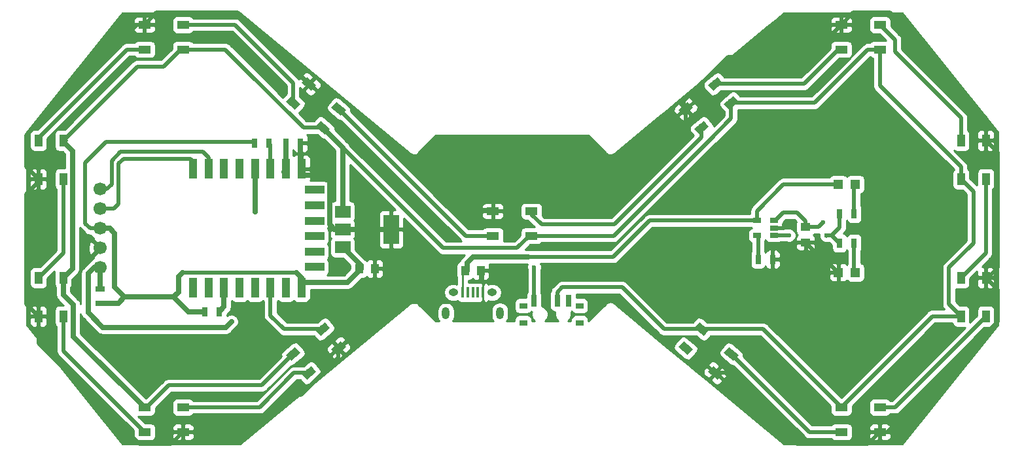
<source format=gtl>
G04 #@! TF.GenerationSoftware,KiCad,Pcbnew,(5.0.1-3-g963ef8bb5)*
G04 #@! TF.CreationDate,2019-01-12T19:40:24-05:00*
G04 #@! TF.ProjectId,glowtie,676C6F777469652E6B696361645F7063,rev?*
G04 #@! TF.SameCoordinates,Original*
G04 #@! TF.FileFunction,Copper,L1,Top,Signal*
G04 #@! TF.FilePolarity,Positive*
%FSLAX46Y46*%
G04 Gerber Fmt 4.6, Leading zero omitted, Abs format (unit mm)*
G04 Created by KiCad (PCBNEW (5.0.1-3-g963ef8bb5)) date Saturday, January 12, 2019 at 07:40:24 PM*
%MOMM*%
%LPD*%
G01*
G04 APERTURE LIST*
G04 #@! TA.AperFunction,SMDPad,CuDef*
%ADD10C,1.000000*%
G04 #@! TD*
G04 #@! TA.AperFunction,Conductor*
%ADD11C,0.100000*%
G04 #@! TD*
G04 #@! TA.AperFunction,SMDPad,CuDef*
%ADD12R,1.600000X1.000000*%
G04 #@! TD*
G04 #@! TA.AperFunction,SMDPad,CuDef*
%ADD13R,1.000000X1.600000*%
G04 #@! TD*
G04 #@! TA.AperFunction,SMDPad,CuDef*
%ADD14R,0.700000X1.500000*%
G04 #@! TD*
G04 #@! TA.AperFunction,SMDPad,CuDef*
%ADD15R,1.000000X0.800000*%
G04 #@! TD*
G04 #@! TA.AperFunction,SMDPad,CuDef*
%ADD16R,2.000000X3.800000*%
G04 #@! TD*
G04 #@! TA.AperFunction,SMDPad,CuDef*
%ADD17R,2.000000X1.500000*%
G04 #@! TD*
G04 #@! TA.AperFunction,SMDPad,CuDef*
%ADD18R,1.100000X2.500000*%
G04 #@! TD*
G04 #@! TA.AperFunction,SMDPad,CuDef*
%ADD19R,2.500000X1.100000*%
G04 #@! TD*
G04 #@! TA.AperFunction,SMDPad,CuDef*
%ADD20R,1.060000X0.650000*%
G04 #@! TD*
G04 #@! TA.AperFunction,SMDPad,CuDef*
%ADD21R,1.000000X1.250000*%
G04 #@! TD*
G04 #@! TA.AperFunction,SMDPad,CuDef*
%ADD22R,1.250000X1.000000*%
G04 #@! TD*
G04 #@! TA.AperFunction,SMDPad,CuDef*
%ADD23R,1.200000X1.200000*%
G04 #@! TD*
G04 #@! TA.AperFunction,SMDPad,CuDef*
%ADD24R,0.400000X1.350000*%
G04 #@! TD*
G04 #@! TA.AperFunction,ComponentPad*
%ADD25O,1.250000X0.950000*%
G04 #@! TD*
G04 #@! TA.AperFunction,ComponentPad*
%ADD26O,1.000000X1.550000*%
G04 #@! TD*
G04 #@! TA.AperFunction,SMDPad,CuDef*
%ADD27R,0.700000X1.300000*%
G04 #@! TD*
G04 #@! TA.AperFunction,SMDPad,CuDef*
%ADD28R,1.300000X0.700000*%
G04 #@! TD*
G04 #@! TA.AperFunction,ComponentPad*
%ADD29C,1.700000*%
G04 #@! TD*
G04 #@! TA.AperFunction,ViaPad*
%ADD30C,0.600000*%
G04 #@! TD*
G04 #@! TA.AperFunction,Conductor*
%ADD31C,0.508000*%
G04 #@! TD*
G04 #@! TA.AperFunction,Conductor*
%ADD32C,0.254000*%
G04 #@! TD*
G04 #@! TA.AperFunction,Conductor*
%ADD33C,0.635000*%
G04 #@! TD*
G04 #@! TA.AperFunction,Conductor*
%ADD34C,0.500000*%
G04 #@! TD*
G04 APERTURE END LIST*
D10*
G04 #@! TO.P,LED1,3*
G04 #@! TO.N,GND*
X53743571Y-56768702D03*
D11*
G04 #@! TD*
G04 #@! TO.N,GND*
G04 #@! TO.C,LED1*
G36*
X53452129Y-57665954D02*
X52809342Y-56899910D01*
X54035013Y-55871450D01*
X54677800Y-56637494D01*
X53452129Y-57665954D01*
X53452129Y-57665954D01*
G37*
D10*
G04 #@! TO.P,LED1,4*
G04 #@! TO.N,LED_SIG*
X51686651Y-54317360D03*
D11*
G04 #@! TD*
G04 #@! TO.N,LED_SIG*
G04 #@! TO.C,LED1*
G36*
X51395209Y-55214612D02*
X50752422Y-54448568D01*
X51978093Y-53420108D01*
X52620880Y-54186152D01*
X51395209Y-55214612D01*
X51395209Y-55214612D01*
G37*
D10*
G04 #@! TO.P,LED1,2*
G04 #@! TO.N,Net-(LED1-Pad2)*
X49913349Y-59982640D03*
D11*
G04 #@! TD*
G04 #@! TO.N,Net-(LED1-Pad2)*
G04 #@! TO.C,LED1*
G36*
X49621907Y-60879892D02*
X48979120Y-60113848D01*
X50204791Y-59085388D01*
X50847578Y-59851432D01*
X49621907Y-60879892D01*
X49621907Y-60879892D01*
G37*
D10*
G04 #@! TO.P,LED1,1*
G04 #@! TO.N,+BATT*
X47856429Y-57531298D03*
D11*
G04 #@! TD*
G04 #@! TO.N,+BATT*
G04 #@! TO.C,LED1*
G36*
X47564987Y-58428550D02*
X46922200Y-57662506D01*
X48147871Y-56634046D01*
X48790658Y-57400090D01*
X47564987Y-58428550D01*
X47564987Y-58428550D01*
G37*
D12*
G04 #@! TO.P,LED2,3*
G04 #@! TO.N,GND*
X33615000Y-67640000D03*
G04 #@! TO.P,LED2,4*
G04 #@! TO.N,Net-(LED1-Pad2)*
X33615000Y-64440000D03*
G04 #@! TO.P,LED2,2*
G04 #@! TO.N,Net-(LED2-Pad2)*
X28615000Y-67640000D03*
G04 #@! TO.P,LED2,1*
G04 #@! TO.N,+BATT*
X28615000Y-64440000D03*
G04 #@! TD*
D13*
G04 #@! TO.P,LED3,3*
G04 #@! TO.N,GND*
X14910000Y-52665000D03*
G04 #@! TO.P,LED3,4*
G04 #@! TO.N,Net-(LED2-Pad2)*
X18110000Y-52665000D03*
G04 #@! TO.P,LED3,2*
G04 #@! TO.N,Net-(LED3-Pad2)*
X14910000Y-47665000D03*
G04 #@! TO.P,LED3,1*
G04 #@! TO.N,+BATT*
X18110000Y-47665000D03*
G04 #@! TD*
G04 #@! TO.P,LED4,3*
G04 #@! TO.N,GND*
X14910000Y-34885000D03*
G04 #@! TO.P,LED4,4*
G04 #@! TO.N,Net-(LED3-Pad2)*
X18110000Y-34885000D03*
G04 #@! TO.P,LED4,2*
G04 #@! TO.N,Net-(LED4-Pad2)*
X14910000Y-29885000D03*
G04 #@! TO.P,LED4,1*
G04 #@! TO.N,+BATT*
X18110000Y-29885000D03*
G04 #@! TD*
D12*
G04 #@! TO.P,LED5,3*
G04 #@! TO.N,GND*
X28615000Y-14910000D03*
G04 #@! TO.P,LED5,4*
G04 #@! TO.N,Net-(LED4-Pad2)*
X28615000Y-18110000D03*
G04 #@! TO.P,LED5,2*
G04 #@! TO.N,Net-(LED5-Pad2)*
X33615000Y-14910000D03*
G04 #@! TO.P,LED5,1*
G04 #@! TO.N,+BATT*
X33615000Y-18110000D03*
G04 #@! TD*
D10*
G04 #@! TO.P,LED6,3*
G04 #@! TO.N,GND*
X49913349Y-22567360D03*
D11*
G04 #@! TD*
G04 #@! TO.N,GND*
G04 #@! TO.C,LED6*
G36*
X50847578Y-22698568D02*
X50204791Y-23464612D01*
X48979120Y-22436152D01*
X49621907Y-21670108D01*
X50847578Y-22698568D01*
X50847578Y-22698568D01*
G37*
D10*
G04 #@! TO.P,LED6,4*
G04 #@! TO.N,Net-(LED5-Pad2)*
X47856429Y-25018702D03*
D11*
G04 #@! TD*
G04 #@! TO.N,Net-(LED5-Pad2)*
G04 #@! TO.C,LED6*
G36*
X48790658Y-25149910D02*
X48147871Y-25915954D01*
X46922200Y-24887494D01*
X47564987Y-24121450D01*
X48790658Y-25149910D01*
X48790658Y-25149910D01*
G37*
D10*
G04 #@! TO.P,LED6,2*
G04 #@! TO.N,Net-(LED6-Pad2)*
X53743571Y-25781298D03*
D11*
G04 #@! TD*
G04 #@! TO.N,Net-(LED6-Pad2)*
G04 #@! TO.C,LED6*
G36*
X54677800Y-25912506D02*
X54035013Y-26678550D01*
X52809342Y-25650090D01*
X53452129Y-24884046D01*
X54677800Y-25912506D01*
X54677800Y-25912506D01*
G37*
D10*
G04 #@! TO.P,LED6,1*
G04 #@! TO.N,+BATT*
X51686651Y-28232640D03*
D11*
G04 #@! TD*
G04 #@! TO.N,+BATT*
G04 #@! TO.C,LED6*
G36*
X52620880Y-28363848D02*
X51978093Y-29129892D01*
X50752422Y-28101432D01*
X51395209Y-27335388D01*
X52620880Y-28363848D01*
X52620880Y-28363848D01*
G37*
D12*
G04 #@! TO.P,LED7,3*
G04 #@! TO.N,GND*
X73700000Y-39040000D03*
G04 #@! TO.P,LED7,4*
G04 #@! TO.N,Net-(LED6-Pad2)*
X73700000Y-42240000D03*
G04 #@! TO.P,LED7,2*
G04 #@! TO.N,Net-(LED7-Pad2)*
X78700000Y-39040000D03*
G04 #@! TO.P,LED7,1*
G04 #@! TO.N,+BATT*
X78700000Y-42240000D03*
G04 #@! TD*
D10*
G04 #@! TO.P,LED8,3*
G04 #@! TO.N,GND*
X98656429Y-25781298D03*
D11*
G04 #@! TD*
G04 #@! TO.N,GND*
G04 #@! TO.C,LED8*
G36*
X98947871Y-24884046D02*
X99590658Y-25650090D01*
X98364987Y-26678550D01*
X97722200Y-25912506D01*
X98947871Y-24884046D01*
X98947871Y-24884046D01*
G37*
D10*
G04 #@! TO.P,LED8,4*
G04 #@! TO.N,Net-(LED7-Pad2)*
X100713349Y-28232640D03*
D11*
G04 #@! TD*
G04 #@! TO.N,Net-(LED7-Pad2)*
G04 #@! TO.C,LED8*
G36*
X101004791Y-27335388D02*
X101647578Y-28101432D01*
X100421907Y-29129892D01*
X99779120Y-28363848D01*
X101004791Y-27335388D01*
X101004791Y-27335388D01*
G37*
D10*
G04 #@! TO.P,LED8,2*
G04 #@! TO.N,Net-(LED8-Pad2)*
X102486651Y-22567360D03*
D11*
G04 #@! TD*
G04 #@! TO.N,Net-(LED8-Pad2)*
G04 #@! TO.C,LED8*
G36*
X102778093Y-21670108D02*
X103420880Y-22436152D01*
X102195209Y-23464612D01*
X101552422Y-22698568D01*
X102778093Y-21670108D01*
X102778093Y-21670108D01*
G37*
D10*
G04 #@! TO.P,LED8,1*
G04 #@! TO.N,+BATT*
X104543571Y-25018702D03*
D11*
G04 #@! TD*
G04 #@! TO.N,+BATT*
G04 #@! TO.C,LED8*
G36*
X104835013Y-24121450D02*
X105477800Y-24887494D01*
X104252129Y-25915954D01*
X103609342Y-25149910D01*
X104835013Y-24121450D01*
X104835013Y-24121450D01*
G37*
D12*
G04 #@! TO.P,LED9,3*
G04 #@! TO.N,GND*
X118785000Y-14910000D03*
G04 #@! TO.P,LED9,4*
G04 #@! TO.N,Net-(LED8-Pad2)*
X118785000Y-18110000D03*
G04 #@! TO.P,LED9,2*
G04 #@! TO.N,Net-(LED10-Pad4)*
X123785000Y-14910000D03*
G04 #@! TO.P,LED9,1*
G04 #@! TO.N,+BATT*
X123785000Y-18110000D03*
G04 #@! TD*
D14*
G04 #@! TO.P,SW1,1*
G04 #@! TO.N,Net-(10uF2-Pad1)*
X79030000Y-50640000D03*
G04 #@! TO.P,SW1,2*
G04 #@! TO.N,+BATT*
X82030000Y-50640000D03*
G04 #@! TO.P,SW1,3*
G04 #@! TO.N,N/C*
X83530000Y-50640000D03*
D15*
G04 #@! TO.P,SW1,*
G04 #@! TO.N,*
X77630000Y-53500000D03*
X84930000Y-53500000D03*
X84930000Y-51290000D03*
X77630000Y-51290000D03*
G04 #@! TD*
D13*
G04 #@! TO.P,LED10,3*
G04 #@! TO.N,GND*
X137490000Y-29885000D03*
G04 #@! TO.P,LED10,4*
G04 #@! TO.N,Net-(LED10-Pad4)*
X134290000Y-29885000D03*
G04 #@! TO.P,LED10,2*
G04 #@! TO.N,Net-(LED10-Pad2)*
X137490000Y-34885000D03*
G04 #@! TO.P,LED10,1*
G04 #@! TO.N,+BATT*
X134290000Y-34885000D03*
G04 #@! TD*
G04 #@! TO.P,LED11,3*
G04 #@! TO.N,GND*
X137490000Y-47665000D03*
G04 #@! TO.P,LED11,4*
G04 #@! TO.N,Net-(LED10-Pad2)*
X134290000Y-47665000D03*
G04 #@! TO.P,LED11,2*
G04 #@! TO.N,Net-(LED11-Pad2)*
X137490000Y-52665000D03*
G04 #@! TO.P,LED11,1*
G04 #@! TO.N,+BATT*
X134290000Y-52665000D03*
G04 #@! TD*
D12*
G04 #@! TO.P,LED12,3*
G04 #@! TO.N,GND*
X123785000Y-67640000D03*
G04 #@! TO.P,LED12,4*
G04 #@! TO.N,Net-(LED11-Pad2)*
X123785000Y-64440000D03*
G04 #@! TO.P,LED12,2*
G04 #@! TO.N,Net-(LED12-Pad2)*
X118785000Y-67640000D03*
G04 #@! TO.P,LED12,1*
G04 #@! TO.N,+BATT*
X118785000Y-64440000D03*
G04 #@! TD*
D10*
G04 #@! TO.P,LED13,3*
G04 #@! TO.N,GND*
X102486651Y-59982640D03*
D11*
G04 #@! TD*
G04 #@! TO.N,GND*
G04 #@! TO.C,LED13*
G36*
X101552422Y-59851432D02*
X102195209Y-59085388D01*
X103420880Y-60113848D01*
X102778093Y-60879892D01*
X101552422Y-59851432D01*
X101552422Y-59851432D01*
G37*
D10*
G04 #@! TO.P,LED13,4*
G04 #@! TO.N,Net-(LED12-Pad2)*
X104543571Y-57531298D03*
D11*
G04 #@! TD*
G04 #@! TO.N,Net-(LED12-Pad2)*
G04 #@! TO.C,LED13*
G36*
X103609342Y-57400090D02*
X104252129Y-56634046D01*
X105477800Y-57662506D01*
X104835013Y-58428550D01*
X103609342Y-57400090D01*
X103609342Y-57400090D01*
G37*
D10*
G04 #@! TO.P,LED13,2*
G04 #@! TO.N,N/C*
X98656429Y-56768702D03*
D11*
G04 #@! TD*
G04 #@! TO.N,N/C*
G04 #@! TO.C,LED13*
G36*
X97722200Y-56637494D02*
X98364987Y-55871450D01*
X99590658Y-56899910D01*
X98947871Y-57665954D01*
X97722200Y-56637494D01*
X97722200Y-56637494D01*
G37*
D10*
G04 #@! TO.P,LED13,1*
G04 #@! TO.N,+BATT*
X100713349Y-54317360D03*
D11*
G04 #@! TD*
G04 #@! TO.N,+BATT*
G04 #@! TO.C,LED13*
G36*
X99779120Y-54186152D02*
X100421907Y-53420108D01*
X101647578Y-54448568D01*
X101004791Y-55214612D01*
X99779120Y-54186152D01*
X99779120Y-54186152D01*
G37*
D16*
G04 #@! TO.P,U2,4*
G04 #@! TO.N,GND*
X60554000Y-41402000D03*
D17*
G04 #@! TO.P,U2,2*
X54254000Y-41402000D03*
G04 #@! TO.P,U2,3*
G04 #@! TO.N,+3V3*
X54254000Y-43702000D03*
G04 #@! TO.P,U2,1*
G04 #@! TO.N,+BATT*
X54254000Y-39102000D03*
G04 #@! TD*
D18*
G04 #@! TO.P,U3,1*
G04 #@! TO.N,N/C*
X34925000Y-48960000D03*
G04 #@! TO.P,U3,2*
X36925000Y-48960000D03*
G04 #@! TO.P,U3,3*
G04 #@! TO.N,Net-(R1-Pad2)*
X38925000Y-48960000D03*
G04 #@! TO.P,U3,4*
G04 #@! TO.N,N/C*
X40925000Y-48960000D03*
G04 #@! TO.P,U3,5*
X42925000Y-48960000D03*
G04 #@! TO.P,U3,6*
G04 #@! TO.N,LED_SIG*
X44925000Y-48960000D03*
G04 #@! TO.P,U3,7*
G04 #@! TO.N,N/C*
X46925000Y-48960000D03*
G04 #@! TO.P,U3,8*
G04 #@! TO.N,+3V3*
X48925000Y-48960000D03*
G04 #@! TO.P,U3,9*
G04 #@! TO.N,GND*
X48925000Y-33560000D03*
G04 #@! TO.P,U3,10*
G04 #@! TO.N,Net-(R3-Pad1)*
X46925000Y-33560000D03*
G04 #@! TO.P,U3,11*
G04 #@! TO.N,Net-(R5-Pad2)*
X44925000Y-33560000D03*
G04 #@! TO.P,U3,12*
G04 #@! TO.N,Net-(J5-Pad1)*
X42925000Y-33560000D03*
G04 #@! TO.P,U3,13*
G04 #@! TO.N,N/C*
X40925000Y-33560000D03*
G04 #@! TO.P,U3,14*
X38925000Y-33560000D03*
G04 #@! TO.P,U3,15*
G04 #@! TO.N,Net-(J2-Pad1)*
X36925000Y-33560000D03*
G04 #@! TO.P,U3,16*
G04 #@! TO.N,Net-(J4-Pad1)*
X34925000Y-33560000D03*
D19*
G04 #@! TO.P,U3,17*
G04 #@! TO.N,N/C*
X50625000Y-46270000D03*
G04 #@! TO.P,U3,18*
X50625000Y-44270000D03*
G04 #@! TO.P,U3,19*
X50625000Y-42270000D03*
G04 #@! TO.P,U3,20*
X50625000Y-40270000D03*
G04 #@! TO.P,U3,21*
X50625000Y-38270000D03*
G04 #@! TO.P,U3,22*
X50625000Y-36270000D03*
G04 #@! TD*
D20*
G04 #@! TO.P,U1,1*
G04 #@! TO.N,Net-(R470-Pad1)*
X110066000Y-42161500D03*
G04 #@! TO.P,U1,2*
G04 #@! TO.N,GND*
X110066000Y-41211500D03*
G04 #@! TO.P,U1,3*
G04 #@! TO.N,Net-(10uF2-Pad1)*
X110066000Y-40261500D03*
G04 #@! TO.P,U1,4*
G04 #@! TO.N,Net-(10uF1-Pad1)*
X107866000Y-40261500D03*
G04 #@! TO.P,U1,5*
G04 #@! TO.N,Net-(R2-Pad1)*
X107866000Y-42161500D03*
G04 #@! TD*
D21*
G04 #@! TO.P,1uF3,1*
G04 #@! TO.N,+3V3*
X56404000Y-46482000D03*
G04 #@! TO.P,1uF3,2*
G04 #@! TO.N,GND*
X58404000Y-46482000D03*
G04 #@! TD*
G04 #@! TO.P,10uF1,1*
G04 #@! TO.N,Net-(10uF1-Pad1)*
X70120000Y-46736000D03*
G04 #@! TO.P,10uF1,2*
G04 #@! TO.N,GND*
X72120000Y-46736000D03*
G04 #@! TD*
D22*
G04 #@! TO.P,10uF2,1*
G04 #@! TO.N,Net-(10uF2-Pad1)*
X114173000Y-41100500D03*
G04 #@! TO.P,10uF2,2*
G04 #@! TO.N,GND*
X114173000Y-43100500D03*
G04 #@! TD*
D23*
G04 #@! TO.P,D1,2*
G04 #@! TO.N,Net-(10uF1-Pad1)*
X118407000Y-35560000D03*
G04 #@! TO.P,D1,1*
G04 #@! TO.N,Net-(D1-Pad1)*
X120607000Y-35560000D03*
G04 #@! TD*
G04 #@! TO.P,D2,2*
G04 #@! TO.N,Net-(D2-Pad2)*
X120607000Y-46990000D03*
G04 #@! TO.P,D2,1*
G04 #@! TO.N,GND*
X118407000Y-46990000D03*
G04 #@! TD*
D24*
G04 #@! TO.P,J1,1*
G04 #@! TO.N,Net-(10uF1-Pad1)*
X69820000Y-49577000D03*
G04 #@! TO.P,J1,2*
G04 #@! TO.N,N/C*
X70470000Y-49577000D03*
G04 #@! TO.P,J1,3*
X71120000Y-49577000D03*
G04 #@! TO.P,J1,4*
X71770000Y-49577000D03*
G04 #@! TO.P,J1,5*
G04 #@! TO.N,GND*
X72420000Y-49577000D03*
D25*
G04 #@! TO.P,J1,6*
G04 #@! TO.N,Net-(J1-Pad6)*
X68620000Y-49577000D03*
X73620000Y-49577000D03*
D26*
X67620000Y-52277000D03*
X74620000Y-52277000D03*
G04 #@! TD*
D27*
G04 #@! TO.P,R1,1*
G04 #@! TO.N,+3V3*
X36388000Y-52070000D03*
G04 #@! TO.P,R1,2*
G04 #@! TO.N,Net-(R1-Pad2)*
X38288000Y-52070000D03*
G04 #@! TD*
G04 #@! TO.P,R2,1*
G04 #@! TO.N,Net-(R2-Pad1)*
X108016000Y-45275500D03*
G04 #@! TO.P,R2,2*
G04 #@! TO.N,GND*
X109916000Y-45275500D03*
G04 #@! TD*
G04 #@! TO.P,R3,1*
G04 #@! TO.N,Net-(R3-Pad1)*
X46929000Y-30226000D03*
G04 #@! TO.P,R3,2*
G04 #@! TO.N,GND*
X48829000Y-30226000D03*
G04 #@! TD*
D28*
G04 #@! TO.P,R4,1*
G04 #@! TO.N,+3V3*
X22860000Y-50988000D03*
G04 #@! TO.P,R4,2*
G04 #@! TO.N,Net-(J5-Pad1)*
X22860000Y-49088000D03*
G04 #@! TD*
D27*
G04 #@! TO.P,R5,1*
G04 #@! TO.N,+3V3*
X42865000Y-30226000D03*
G04 #@! TO.P,R5,2*
G04 #@! TO.N,Net-(R5-Pad2)*
X44765000Y-30226000D03*
G04 #@! TD*
G04 #@! TO.P,R470,1*
G04 #@! TO.N,Net-(R470-Pad1)*
X118557000Y-39370000D03*
G04 #@! TO.P,R470,2*
G04 #@! TO.N,Net-(D1-Pad1)*
X120457000Y-39370000D03*
G04 #@! TD*
G04 #@! TO.P,R470_1,1*
G04 #@! TO.N,Net-(R470-Pad1)*
X118557000Y-43180000D03*
G04 #@! TO.P,R470_1,2*
G04 #@! TO.N,Net-(D2-Pad2)*
X120457000Y-43180000D03*
G04 #@! TD*
D29*
G04 #@! TO.P,J11,1*
G04 #@! TO.N,GND*
X22860000Y-43815000D03*
G04 #@! TD*
G04 #@! TO.P,J10,1*
G04 #@! TO.N,+3V3*
X22860000Y-41275000D03*
G04 #@! TD*
G04 #@! TO.P,J5,1*
G04 #@! TO.N,Net-(J5-Pad1)*
X22860000Y-46355000D03*
G04 #@! TD*
G04 #@! TO.P,J4,1*
G04 #@! TO.N,Net-(J4-Pad1)*
X22860000Y-38735000D03*
G04 #@! TD*
G04 #@! TO.P,J2,1*
G04 #@! TO.N,Net-(J2-Pad1)*
X22860000Y-36195000D03*
G04 #@! TD*
D30*
G04 #@! TO.N,GND*
X112014000Y-40576500D03*
X115951000Y-44132500D03*
X71501000Y-38989000D03*
X63119000Y-41402000D03*
X113030000Y-20574000D03*
X51816000Y-32639000D03*
G04 #@! TO.N,Net-(10uF2-Pad1)*
X79057500Y-46291500D03*
X116459000Y-40449500D03*
G04 #@! TO.N,Net-(R470-Pad1)*
X116840000Y-42164000D03*
X112014000Y-42164000D03*
G04 #@! TO.N,Net-(J5-Pad1)*
X42926000Y-39116000D03*
X39878000Y-53340000D03*
G04 #@! TD*
D31*
G04 #@! TO.N,GND*
X110066000Y-41211500D02*
X111379000Y-41211500D01*
X111379000Y-41211500D02*
X112014000Y-40576500D01*
X115205000Y-44132500D02*
X115951000Y-44132500D01*
X73700000Y-39040000D02*
X76276000Y-39040000D01*
X98656429Y-29867571D02*
X98656429Y-25781298D01*
X89154000Y-39370000D02*
X98656429Y-29867571D01*
X81407000Y-39370000D02*
X89154000Y-39370000D01*
X79883000Y-37846000D02*
X81407000Y-39370000D01*
X77470000Y-37846000D02*
X79883000Y-37846000D01*
X76276000Y-39040000D02*
X77470000Y-37846000D01*
X115205000Y-44132500D02*
X114173000Y-43100500D01*
D32*
X65151000Y-50927000D02*
X72136000Y-50927000D01*
X65151000Y-50927000D02*
X59585273Y-50927000D01*
X53743571Y-56768702D02*
X59585273Y-50927000D01*
X72420000Y-50643000D02*
X72420000Y-49577000D01*
X72136000Y-50927000D02*
X72420000Y-50643000D01*
X72420000Y-49577000D02*
X72420000Y-47036000D01*
X72420000Y-47036000D02*
X72120000Y-46736000D01*
D33*
X73649000Y-38989000D02*
X71501000Y-38989000D01*
D31*
X63119000Y-41402000D02*
X60554000Y-41402000D01*
D33*
X73649000Y-38989000D02*
X73700000Y-39040000D01*
X48829000Y-30226000D02*
X48829000Y-34164000D01*
X48829000Y-34164000D02*
X48925000Y-34260000D01*
D32*
X72420000Y-47286000D02*
X71870000Y-46736000D01*
D31*
X114554000Y-19050000D02*
X113030000Y-20574000D01*
X104140000Y-19050000D02*
X99949000Y-23241000D01*
X99949000Y-23241000D02*
X98425000Y-24765000D01*
X98425000Y-24765000D02*
X98425000Y-25549869D01*
X98425000Y-25549869D02*
X98656429Y-25781298D01*
X51816000Y-34417000D02*
X51816000Y-32639000D01*
D33*
X52578000Y-35179000D02*
X51816000Y-34417000D01*
X53213000Y-41402000D02*
X52578000Y-40767000D01*
X52578000Y-40767000D02*
X52578000Y-35179000D01*
X54254000Y-41402000D02*
X53213000Y-41402000D01*
X51816000Y-34417000D02*
X49082000Y-34417000D01*
X49082000Y-34417000D02*
X48925000Y-34260000D01*
X54254000Y-41402000D02*
X60554000Y-41402000D01*
D34*
X33615000Y-67640000D02*
X42215000Y-67640000D01*
X42215000Y-67640000D02*
X46990000Y-62865000D01*
X46990000Y-62865000D02*
X48895000Y-62865000D01*
X48895000Y-62865000D02*
X53743571Y-58016429D01*
X53743571Y-58016429D02*
X53743571Y-56768702D01*
X14910000Y-52665000D02*
X14910000Y-56185000D01*
X14910000Y-56185000D02*
X27940000Y-69215000D01*
X27940000Y-69215000D02*
X32040000Y-69215000D01*
X32040000Y-69215000D02*
X33615000Y-67640000D01*
X14910000Y-34885000D02*
X14910000Y-35255000D01*
X14910000Y-35255000D02*
X13335000Y-36830000D01*
X13335000Y-51090000D02*
X14910000Y-52665000D01*
X13335000Y-36830000D02*
X13335000Y-51090000D01*
X28615000Y-14910000D02*
X27635000Y-14910000D01*
X13335000Y-33310000D02*
X14910000Y-34885000D01*
X13335000Y-29210000D02*
X13335000Y-33310000D01*
X27635000Y-14910000D02*
X13335000Y-29210000D01*
X49913349Y-22567360D02*
X49872360Y-22567360D01*
X49872360Y-22567360D02*
X40640000Y-13335000D01*
X30190000Y-13335000D02*
X28615000Y-14910000D01*
X40640000Y-13335000D02*
X30190000Y-13335000D01*
X104140000Y-19050000D02*
X114554000Y-19050000D01*
X114554000Y-19050000D02*
X114645000Y-19050000D01*
X114645000Y-19050000D02*
X118785000Y-14910000D01*
X137490000Y-29885000D02*
X137490000Y-27000000D01*
X120360000Y-13335000D02*
X118785000Y-14910000D01*
X125095000Y-13335000D02*
X120360000Y-13335000D01*
X125730000Y-13970000D02*
X125095000Y-13335000D01*
X125730000Y-15240000D02*
X125730000Y-13970000D01*
X137490000Y-27000000D02*
X125730000Y-15240000D01*
X137490000Y-47665000D02*
X137755000Y-47665000D01*
X137755000Y-47665000D02*
X139065000Y-46355000D01*
X139065000Y-31460000D02*
X137490000Y-29885000D01*
X139065000Y-46355000D02*
X139065000Y-31460000D01*
X123785000Y-67640000D02*
X124765000Y-67640000D01*
X139065000Y-49240000D02*
X137490000Y-47665000D01*
X139065000Y-53340000D02*
X139065000Y-49240000D01*
X124765000Y-67640000D02*
X139065000Y-53340000D01*
X102486651Y-59982640D02*
X103797640Y-59982640D01*
X122210000Y-69215000D02*
X123785000Y-67640000D01*
X113030000Y-69215000D02*
X122210000Y-69215000D01*
X103797640Y-59982640D02*
X113030000Y-69215000D01*
D31*
X115951000Y-44534000D02*
X118407000Y-46990000D01*
X115951000Y-44132500D02*
X115951000Y-44534000D01*
D33*
G04 #@! TO.N,+3V3*
X22860000Y-50988000D02*
X25212000Y-50988000D01*
X25212000Y-50988000D02*
X26035000Y-50165000D01*
X36388000Y-52070000D02*
X34290000Y-52070000D01*
X34290000Y-52070000D02*
X32385000Y-50165000D01*
D31*
X42738000Y-30099000D02*
X41148000Y-30099000D01*
X21590000Y-41275000D02*
X20955000Y-40640000D01*
X20955000Y-40640000D02*
X20955000Y-32766000D01*
X20955000Y-32766000D02*
X23622000Y-30099000D01*
X23622000Y-30099000D02*
X41148000Y-30099000D01*
X21590000Y-41275000D02*
X22860000Y-41275000D01*
X42738000Y-30099000D02*
X42865000Y-30226000D01*
X42418000Y-46990000D02*
X33528000Y-46990000D01*
X48260000Y-46990000D02*
X42418000Y-46990000D01*
D33*
X33020000Y-47498000D02*
X33020000Y-49530000D01*
X33020000Y-49530000D02*
X32385000Y-50165000D01*
X32385000Y-50165000D02*
X26035000Y-50165000D01*
X48925000Y-48260000D02*
X48925000Y-47655000D01*
X48260000Y-46990000D02*
X48925000Y-47655000D01*
X33020000Y-47498000D02*
X33528000Y-46990000D01*
X24130000Y-41275000D02*
X22860000Y-41275000D01*
X24765000Y-41910000D02*
X24130000Y-41275000D01*
X24765000Y-48895000D02*
X24765000Y-41910000D01*
X26035000Y-50165000D02*
X24765000Y-48895000D01*
X48925000Y-48260000D02*
X54864000Y-48260000D01*
X54864000Y-48260000D02*
X54876000Y-48260000D01*
X54876000Y-48260000D02*
X56654000Y-46482000D01*
X56654000Y-46482000D02*
X56654000Y-46102000D01*
X56654000Y-46102000D02*
X54254000Y-43702000D01*
D31*
G04 #@! TO.N,Net-(J2-Pad1)*
X22860000Y-36195000D02*
X23749000Y-36195000D01*
X36925000Y-32099000D02*
X36925000Y-34260000D01*
X36195000Y-31369000D02*
X36925000Y-32099000D01*
X25527000Y-31369000D02*
X36195000Y-31369000D01*
X24384000Y-32512000D02*
X25527000Y-31369000D01*
X24384000Y-35560000D02*
X24384000Y-32512000D01*
X23749000Y-36195000D02*
X24384000Y-35560000D01*
D32*
X36925000Y-34260000D02*
X36925000Y-32861000D01*
X36925000Y-32480000D02*
X36925000Y-34260000D01*
D31*
G04 #@! TO.N,Net-(J4-Pad1)*
X33274000Y-32258000D02*
X34544000Y-32258000D01*
X24638000Y-38735000D02*
X25273000Y-38100000D01*
X25273000Y-38100000D02*
X25273000Y-32893000D01*
X25273000Y-32893000D02*
X25908000Y-32258000D01*
X25908000Y-32258000D02*
X33274000Y-32258000D01*
X22860000Y-38735000D02*
X24638000Y-38735000D01*
X34544000Y-32258000D02*
X34925000Y-32639000D01*
X34925000Y-32639000D02*
X34925000Y-34260000D01*
X34925000Y-33909000D02*
X34925000Y-34260000D01*
D32*
X34925000Y-34260000D02*
X34925000Y-33655000D01*
X22860000Y-38735000D02*
X22225000Y-38735000D01*
D34*
G04 #@! TO.N,Net-(LED1-Pad2)*
X33615000Y-64440000D02*
X43510000Y-64440000D01*
X47967360Y-59982640D02*
X49913349Y-59982640D01*
X43510000Y-64440000D02*
X47967360Y-59982640D01*
G04 #@! TO.N,Net-(LED2-Pad2)*
X18110000Y-52665000D02*
X18110000Y-57135000D01*
X18110000Y-57135000D02*
X28615000Y-67640000D01*
G04 #@! TO.N,Net-(LED3-Pad2)*
X18110000Y-34885000D02*
X18110000Y-44465000D01*
X18110000Y-44465000D02*
X14910000Y-47665000D01*
G04 #@! TO.N,Net-(LED4-Pad2)*
X14910000Y-29885000D02*
X14910000Y-29540000D01*
X14910000Y-29540000D02*
X26340000Y-18110000D01*
X26340000Y-18110000D02*
X28615000Y-18110000D01*
G04 #@! TO.N,Net-(LED5-Pad2)*
X47856429Y-25018702D02*
X47856429Y-22456429D01*
X40310000Y-14910000D02*
X33615000Y-14910000D01*
X47856429Y-22456429D02*
X40310000Y-14910000D01*
G04 #@! TO.N,Net-(LED6-Pad2)*
X73700000Y-42240000D02*
X70202273Y-42240000D01*
X70202273Y-42240000D02*
X53743571Y-25781298D01*
D31*
G04 #@! TO.N,Net-(LED7-Pad2)*
X78700000Y-39040000D02*
X78700000Y-39457000D01*
X78700000Y-39457000D02*
X80010000Y-40767000D01*
X80010000Y-40767000D02*
X89408000Y-40767000D01*
X89408000Y-40767000D02*
X100713349Y-29461651D01*
X100713349Y-29461651D02*
X100713349Y-28232640D01*
D34*
G04 #@! TO.N,Net-(LED8-Pad2)*
X102486651Y-22567360D02*
X113957640Y-22567360D01*
X113957640Y-22567360D02*
X114935000Y-21590000D01*
X118785000Y-18110000D02*
X118415000Y-18110000D01*
X118415000Y-18110000D02*
X114935000Y-21590000D01*
X114935000Y-21590000D02*
X114592640Y-21932360D01*
G04 #@! TO.N,Net-(LED10-Pad4)*
X134290000Y-29885000D02*
X134290000Y-26975000D01*
X125730000Y-16855000D02*
X123785000Y-14910000D01*
X125730000Y-18415000D02*
X125730000Y-16855000D01*
X134290000Y-26975000D02*
X125730000Y-18415000D01*
G04 #@! TO.N,Net-(LED10-Pad2)*
X137490000Y-40945000D02*
X137490000Y-44465000D01*
X137490000Y-34885000D02*
X137490000Y-40945000D01*
X137490000Y-44465000D02*
X134290000Y-47665000D01*
G04 #@! TO.N,Net-(LED11-Pad2)*
X123785000Y-64440000D02*
X125715000Y-64440000D01*
X125715000Y-64440000D02*
X137490000Y-52665000D01*
G04 #@! TO.N,Net-(LED12-Pad2)*
X118785000Y-67640000D02*
X114652273Y-67640000D01*
X114652273Y-67640000D02*
X104543571Y-57531298D01*
D31*
G04 #@! TO.N,Net-(R2-Pad1)*
X108016000Y-45275500D02*
X108016000Y-42311500D01*
X108016000Y-42311500D02*
X107866000Y-42161500D01*
G04 #@! TO.N,Net-(10uF1-Pad1)*
X107866000Y-40261500D02*
X93977500Y-40261500D01*
X93977500Y-40261500D02*
X89281000Y-44958000D01*
X86614000Y-44958000D02*
X89281000Y-44958000D01*
D32*
X69820000Y-49577000D02*
X69820000Y-47036000D01*
X69820000Y-47036000D02*
X70120000Y-46736000D01*
X69820000Y-47036000D02*
X70120000Y-46736000D01*
D31*
X78105000Y-44958000D02*
X86614000Y-44958000D01*
X86614000Y-44958000D02*
X86741000Y-44958000D01*
D33*
X70370000Y-46736000D02*
X70370000Y-45708000D01*
X70370000Y-45708000D02*
X71120000Y-44958000D01*
X71120000Y-44958000D02*
X78105000Y-44958000D01*
X78105000Y-44958000D02*
X78232000Y-44958000D01*
D32*
X69820000Y-47286000D02*
X70370000Y-46736000D01*
D31*
X111315500Y-35560000D02*
X118407000Y-35560000D01*
X107866000Y-39009500D02*
X111315500Y-35560000D01*
X107866000Y-40261500D02*
X107866000Y-39009500D01*
G04 #@! TO.N,Net-(10uF2-Pad1)*
X110066000Y-40261500D02*
X110233500Y-40261500D01*
X110233500Y-40261500D02*
X111252000Y-39243000D01*
X111252000Y-39243000D02*
X113093500Y-39243000D01*
X113093500Y-39243000D02*
X114173000Y-40322500D01*
X114173000Y-40322500D02*
X114173000Y-41100500D01*
X79030000Y-48859000D02*
X79030000Y-46319000D01*
X79030000Y-50640000D02*
X79030000Y-48859000D01*
X79030000Y-46319000D02*
X79057500Y-46291500D01*
X114173000Y-41100500D02*
X115808000Y-41100500D01*
X116459000Y-40449500D02*
X115808000Y-41100500D01*
G04 #@! TO.N,Net-(R470-Pad1)*
X110066000Y-42161500D02*
X112011500Y-42161500D01*
X116840000Y-42164000D02*
X116903500Y-42227500D01*
X112011500Y-42161500D02*
X112014000Y-42164000D01*
X116840000Y-42164000D02*
X116906000Y-42164000D01*
X117541000Y-42164000D02*
X118557000Y-43180000D01*
X116840000Y-42164000D02*
X117541000Y-42164000D01*
X118557000Y-41148000D02*
X118557000Y-39370000D01*
X117541000Y-42164000D02*
X118557000Y-41148000D01*
G04 #@! TO.N,Net-(D1-Pad1)*
X120457000Y-35710000D02*
X120607000Y-35560000D01*
X120457000Y-39370000D02*
X120457000Y-35710000D01*
G04 #@! TO.N,Net-(D2-Pad2)*
X120457000Y-46840000D02*
X120607000Y-46990000D01*
X120457000Y-43815000D02*
X120457000Y-46840000D01*
G04 #@! TO.N,+BATT*
X134290000Y-52665000D02*
X130560000Y-52665000D01*
X130560000Y-52665000D02*
X118785000Y-64440000D01*
X132715000Y-50800000D02*
X132715000Y-51090000D01*
D34*
X132715000Y-50800000D02*
X132715000Y-46355000D01*
X132715000Y-46355000D02*
X135890000Y-43180000D01*
X135890000Y-43180000D02*
X135890000Y-36485000D01*
X134290000Y-34885000D02*
X135890000Y-36485000D01*
D31*
X132715000Y-51090000D02*
X134290000Y-52665000D01*
X101536500Y-30035500D02*
X104521000Y-27051000D01*
X104521000Y-27051000D02*
X104521000Y-25041273D01*
X104521000Y-25041273D02*
X104543571Y-25018702D01*
X78700000Y-42240000D02*
X89332000Y-42240000D01*
X89332000Y-42240000D02*
X101536500Y-30035500D01*
X101536500Y-30035500D02*
X101600000Y-29972000D01*
X82030000Y-50640000D02*
X82030000Y-49542000D01*
X95846360Y-54317360D02*
X100713349Y-54317360D01*
X90424000Y-48895000D02*
X95846360Y-54317360D01*
X82677000Y-48895000D02*
X90424000Y-48895000D01*
X82030000Y-49542000D02*
X82677000Y-48895000D01*
D33*
X18110000Y-47665000D02*
X18110000Y-49860000D01*
X19431000Y-55256000D02*
X28615000Y-64440000D01*
X19431000Y-51181000D02*
X19431000Y-55256000D01*
X18110000Y-49860000D02*
X19431000Y-51181000D01*
X51686651Y-28232640D02*
X54102000Y-30647989D01*
X18110000Y-29885000D02*
X18110000Y-30048000D01*
X18110000Y-30048000D02*
X19304000Y-31242000D01*
X19304000Y-31242000D02*
X19304000Y-46471000D01*
X19304000Y-46471000D02*
X18110000Y-47665000D01*
X54254000Y-39102000D02*
X54254000Y-30799989D01*
D34*
X18110000Y-47665000D02*
X18375000Y-47665000D01*
X104543571Y-25018702D02*
X115316298Y-25018702D01*
X115316298Y-25018702D02*
X116205000Y-24130000D01*
X47507727Y-57880000D02*
X47856429Y-57531298D01*
X28615000Y-64440000D02*
X28905000Y-64440000D01*
X28905000Y-64440000D02*
X31750000Y-61595000D01*
X31750000Y-61595000D02*
X39370000Y-61595000D01*
X43792727Y-61595000D02*
X47856429Y-57531298D01*
X39370000Y-61595000D02*
X43792727Y-61595000D01*
X18110000Y-47665000D02*
X18110000Y-48590000D01*
X18110000Y-29885000D02*
X18455000Y-29885000D01*
X33615000Y-18110000D02*
X33325000Y-18110000D01*
X33325000Y-18110000D02*
X31115000Y-20320000D01*
X27675000Y-20320000D02*
X18110000Y-29885000D01*
X31115000Y-20320000D02*
X27675000Y-20320000D01*
X51686651Y-28232640D02*
X49187640Y-28232640D01*
X49187640Y-28232640D02*
X40957500Y-20002500D01*
X40957500Y-20002500D02*
X39065000Y-18110000D01*
X39065000Y-18110000D02*
X33615000Y-18110000D01*
X78700000Y-42240000D02*
X78410000Y-42240000D01*
X78410000Y-42240000D02*
X76835000Y-43815000D01*
X76835000Y-43815000D02*
X67269011Y-43815000D01*
X67269011Y-43815000D02*
X54102000Y-30647989D01*
X123785000Y-18110000D02*
X122225000Y-18110000D01*
X122225000Y-18110000D02*
X116205000Y-24130000D01*
X116205000Y-24130000D02*
X115951298Y-24383702D01*
X134290000Y-34885000D02*
X134290000Y-33325000D01*
X134290000Y-33325000D02*
X123785000Y-22820000D01*
X123785000Y-22820000D02*
X123785000Y-18110000D01*
X118785000Y-64440000D02*
X119075000Y-64440000D01*
X100713349Y-54317360D02*
X108585000Y-54317360D01*
X108585000Y-54317360D02*
X108662360Y-54317360D01*
X108662360Y-54317360D02*
X118785000Y-64440000D01*
D33*
G04 #@! TO.N,Net-(J5-Pad1)*
X21336000Y-52197000D02*
X23241000Y-54102000D01*
X21336000Y-47117000D02*
X21336000Y-52197000D01*
X22098000Y-46355000D02*
X21336000Y-47117000D01*
X42925000Y-39115000D02*
X42925000Y-34260000D01*
X42926000Y-39116000D02*
X42925000Y-39115000D01*
X39116000Y-54102000D02*
X39878000Y-53340000D01*
X23241000Y-54102000D02*
X39116000Y-54102000D01*
X22860000Y-46355000D02*
X22098000Y-46355000D01*
X22860000Y-49088000D02*
X22860000Y-46355000D01*
D32*
X22860000Y-46355000D02*
X22225000Y-46355000D01*
D34*
X42925000Y-34260000D02*
X42925000Y-32765000D01*
G04 #@! TO.N,LED_SIG*
X51686651Y-54317360D02*
X46697360Y-54317360D01*
X44925000Y-52545000D02*
X44925000Y-48260000D01*
X46697360Y-54317360D02*
X44925000Y-52545000D01*
D33*
G04 #@! TO.N,Net-(R1-Pad2)*
X38925000Y-48260000D02*
X38925000Y-51433000D01*
X38925000Y-51433000D02*
X38288000Y-52070000D01*
D32*
X38088000Y-52070000D02*
X38100000Y-52070000D01*
D33*
X38688000Y-48497000D02*
X38925000Y-48260000D01*
D34*
X38735000Y-48450000D02*
X38925000Y-48260000D01*
D33*
G04 #@! TO.N,Net-(R3-Pad1)*
X46925000Y-34260000D02*
X46925000Y-30230000D01*
X46925000Y-30230000D02*
X46929000Y-30226000D01*
X46656000Y-33991000D02*
X46925000Y-34260000D01*
D31*
G04 #@! TO.N,Net-(R5-Pad2)*
X44925000Y-34260000D02*
X44925000Y-30386000D01*
X44925000Y-30386000D02*
X44765000Y-30226000D01*
D33*
X44784000Y-34119000D02*
X44925000Y-34260000D01*
D34*
X44925000Y-34260000D02*
X44925000Y-32860000D01*
G04 #@! TD*
D32*
G04 #@! TO.N,GND*
G36*
X62985987Y-31578689D02*
X63006144Y-31608856D01*
X63090097Y-31664952D01*
X63114904Y-31685506D01*
X63146084Y-31702361D01*
X63232727Y-31760254D01*
X63265089Y-31766691D01*
X63294121Y-31782385D01*
X63397790Y-31793088D01*
X63500000Y-31813419D01*
X63532365Y-31806981D01*
X63565190Y-31810370D01*
X63665064Y-31780585D01*
X63767273Y-31760254D01*
X63794710Y-31741922D01*
X63826335Y-31732490D01*
X63907207Y-31666753D01*
X63936665Y-31647070D01*
X63959437Y-31624298D01*
X64037797Y-31560603D01*
X64055052Y-31528683D01*
X66323736Y-29260000D01*
X86076265Y-29260000D01*
X88344949Y-31528685D01*
X88362203Y-31560603D01*
X88440558Y-31624294D01*
X88463334Y-31647070D01*
X88492798Y-31666757D01*
X88573665Y-31732490D01*
X88605289Y-31741921D01*
X88632726Y-31760254D01*
X88734934Y-31780584D01*
X88834810Y-31810370D01*
X88867638Y-31806981D01*
X88899999Y-31813418D01*
X89002203Y-31793088D01*
X89105878Y-31782385D01*
X89134910Y-31766691D01*
X89167273Y-31760254D01*
X89253921Y-31702358D01*
X89285095Y-31685506D01*
X89309898Y-31664955D01*
X89393856Y-31608856D01*
X89414014Y-31578687D01*
X95033435Y-26922595D01*
X97740832Y-26922595D01*
X97797359Y-26989962D01*
X97959740Y-27183480D01*
X98183815Y-27300126D01*
X98435473Y-27322142D01*
X98676399Y-27246178D01*
X99167096Y-26834435D01*
X99186663Y-26610783D01*
X98640775Y-25960220D01*
X97760399Y-26698943D01*
X97740832Y-26922595D01*
X95033435Y-26922595D01*
X96167441Y-25982990D01*
X97078607Y-25982990D01*
X97154571Y-26223917D01*
X97316951Y-26417434D01*
X97373479Y-26484801D01*
X97597131Y-26504368D01*
X98440195Y-25796952D01*
X98835351Y-25796952D01*
X99381238Y-26447515D01*
X99604890Y-26467082D01*
X100095587Y-26055338D01*
X100212233Y-25831263D01*
X100234251Y-25579606D01*
X100158287Y-25338679D01*
X99995907Y-25145162D01*
X99939379Y-25077795D01*
X99715727Y-25058228D01*
X98835351Y-25796952D01*
X98440195Y-25796952D01*
X98477507Y-25765644D01*
X97931620Y-25115081D01*
X97707968Y-25095514D01*
X97217271Y-25507258D01*
X97100625Y-25731333D01*
X97078607Y-25982990D01*
X96167441Y-25982990D01*
X97411965Y-24951813D01*
X98126195Y-24951813D01*
X98672083Y-25602376D01*
X99552459Y-24863653D01*
X99572026Y-24640001D01*
X99515499Y-24572634D01*
X99353118Y-24379116D01*
X99129043Y-24262470D01*
X98877385Y-24240454D01*
X98636459Y-24316418D01*
X98145762Y-24728161D01*
X98126195Y-24951813D01*
X97411965Y-24951813D01*
X109186524Y-15195750D01*
X117350000Y-15195750D01*
X117350000Y-15536310D01*
X117446673Y-15769699D01*
X117625302Y-15948327D01*
X117858691Y-16045000D01*
X118499250Y-16045000D01*
X118658000Y-15886250D01*
X118658000Y-15037000D01*
X118912000Y-15037000D01*
X118912000Y-15886250D01*
X119070750Y-16045000D01*
X119711309Y-16045000D01*
X119944698Y-15948327D01*
X120123327Y-15769699D01*
X120220000Y-15536310D01*
X120220000Y-15195750D01*
X120061250Y-15037000D01*
X118912000Y-15037000D01*
X118658000Y-15037000D01*
X117508750Y-15037000D01*
X117350000Y-15195750D01*
X109186524Y-15195750D01*
X110287286Y-14283690D01*
X117350000Y-14283690D01*
X117350000Y-14624250D01*
X117508750Y-14783000D01*
X118658000Y-14783000D01*
X118658000Y-13933750D01*
X118912000Y-13933750D01*
X118912000Y-14783000D01*
X120061250Y-14783000D01*
X120220000Y-14624250D01*
X120220000Y-14283690D01*
X120123327Y-14050301D01*
X119944698Y-13871673D01*
X119711309Y-13775000D01*
X119070750Y-13775000D01*
X118912000Y-13933750D01*
X118658000Y-13933750D01*
X118499250Y-13775000D01*
X117858691Y-13775000D01*
X117625302Y-13871673D01*
X117446673Y-14050301D01*
X117350000Y-14283690D01*
X110287286Y-14283690D01*
X111371913Y-13385000D01*
X126670772Y-13385000D01*
X139015001Y-28815286D01*
X139015000Y-53734715D01*
X126670772Y-69165000D01*
X111371913Y-69165000D01*
X101290858Y-60812125D01*
X101956417Y-60812125D01*
X101975984Y-61035777D01*
X102466681Y-61447520D01*
X102707607Y-61523484D01*
X102959265Y-61501468D01*
X103183340Y-61384822D01*
X103345721Y-61191304D01*
X103402248Y-61123937D01*
X103382681Y-60900285D01*
X102502305Y-60161562D01*
X101956417Y-60812125D01*
X101290858Y-60812125D01*
X100046334Y-59780948D01*
X100908829Y-59780948D01*
X100930847Y-60032605D01*
X101047493Y-60256680D01*
X101538190Y-60668424D01*
X101761842Y-60648857D01*
X102307729Y-59998294D01*
X102270418Y-59966986D01*
X102665573Y-59966986D01*
X103545949Y-60705710D01*
X103769601Y-60686143D01*
X103826129Y-60618776D01*
X103988509Y-60425259D01*
X104064473Y-60184332D01*
X104042455Y-59932675D01*
X103925809Y-59708600D01*
X103435112Y-59296856D01*
X103211460Y-59316423D01*
X102665573Y-59966986D01*
X102270418Y-59966986D01*
X101427353Y-59259570D01*
X101203701Y-59279137D01*
X101147173Y-59346504D01*
X100984793Y-59540021D01*
X100908829Y-59780948D01*
X100046334Y-59780948D01*
X98912328Y-58841343D01*
X101571054Y-58841343D01*
X101590621Y-59064995D01*
X102470997Y-59803718D01*
X103016885Y-59153155D01*
X102997318Y-58929503D01*
X102506621Y-58517760D01*
X102265695Y-58441796D01*
X102014037Y-58463812D01*
X101789962Y-58580458D01*
X101627581Y-58773976D01*
X101571054Y-58841343D01*
X98912328Y-58841343D01*
X96320612Y-56693922D01*
X97077224Y-56693922D01*
X97147914Y-56936449D01*
X97306034Y-57133462D01*
X98531705Y-58161922D01*
X98753182Y-58283429D01*
X99004299Y-58310930D01*
X99246826Y-58240240D01*
X99443839Y-58082120D01*
X99968781Y-57456518D01*
X102964366Y-57456518D01*
X103035056Y-57699045D01*
X103193176Y-57896058D01*
X104418847Y-58924518D01*
X104640324Y-59046025D01*
X104827184Y-59066489D01*
X113964850Y-68204156D01*
X114014224Y-68278049D01*
X114088117Y-68327423D01*
X114088118Y-68327424D01*
X114178425Y-68387765D01*
X114306963Y-68473652D01*
X114565108Y-68525000D01*
X114565112Y-68525000D01*
X114652272Y-68542337D01*
X114739432Y-68525000D01*
X117478541Y-68525000D01*
X117527191Y-68597809D01*
X117737235Y-68738157D01*
X117985000Y-68787440D01*
X119585000Y-68787440D01*
X119832765Y-68738157D01*
X120042809Y-68597809D01*
X120183157Y-68387765D01*
X120232440Y-68140000D01*
X120232440Y-67925750D01*
X122350000Y-67925750D01*
X122350000Y-68266310D01*
X122446673Y-68499699D01*
X122625302Y-68678327D01*
X122858691Y-68775000D01*
X123499250Y-68775000D01*
X123658000Y-68616250D01*
X123658000Y-67767000D01*
X123912000Y-67767000D01*
X123912000Y-68616250D01*
X124070750Y-68775000D01*
X124711309Y-68775000D01*
X124944698Y-68678327D01*
X125123327Y-68499699D01*
X125220000Y-68266310D01*
X125220000Y-67925750D01*
X125061250Y-67767000D01*
X123912000Y-67767000D01*
X123658000Y-67767000D01*
X122508750Y-67767000D01*
X122350000Y-67925750D01*
X120232440Y-67925750D01*
X120232440Y-67140000D01*
X120207316Y-67013690D01*
X122350000Y-67013690D01*
X122350000Y-67354250D01*
X122508750Y-67513000D01*
X123658000Y-67513000D01*
X123658000Y-66663750D01*
X123912000Y-66663750D01*
X123912000Y-67513000D01*
X125061250Y-67513000D01*
X125220000Y-67354250D01*
X125220000Y-67013690D01*
X125123327Y-66780301D01*
X124944698Y-66601673D01*
X124711309Y-66505000D01*
X124070750Y-66505000D01*
X123912000Y-66663750D01*
X123658000Y-66663750D01*
X123499250Y-66505000D01*
X122858691Y-66505000D01*
X122625302Y-66601673D01*
X122446673Y-66780301D01*
X122350000Y-67013690D01*
X120207316Y-67013690D01*
X120183157Y-66892235D01*
X120042809Y-66682191D01*
X119832765Y-66541843D01*
X119585000Y-66492560D01*
X117985000Y-66492560D01*
X117737235Y-66541843D01*
X117527191Y-66682191D01*
X117478541Y-66755000D01*
X115018852Y-66755000D01*
X106097819Y-57833968D01*
X106122776Y-57606078D01*
X106052086Y-57363551D01*
X105893966Y-57166538D01*
X104668295Y-56138078D01*
X104446818Y-56016571D01*
X104195701Y-55989070D01*
X103953174Y-56059760D01*
X103756161Y-56217880D01*
X103113374Y-56983924D01*
X102991867Y-57205401D01*
X102964366Y-57456518D01*
X99968781Y-57456518D01*
X100086626Y-57316076D01*
X100208133Y-57094599D01*
X100235634Y-56843482D01*
X100164944Y-56600955D01*
X100006824Y-56403942D01*
X98781153Y-55375482D01*
X98559676Y-55253975D01*
X98308559Y-55226474D01*
X98066032Y-55297164D01*
X97869019Y-55455284D01*
X97226232Y-56221328D01*
X97104725Y-56442805D01*
X97077224Y-56693922D01*
X96320612Y-56693922D01*
X89414014Y-50971313D01*
X89393856Y-50941144D01*
X89309898Y-50885045D01*
X89285095Y-50864494D01*
X89253921Y-50847642D01*
X89167273Y-50789746D01*
X89134910Y-50783309D01*
X89105878Y-50767615D01*
X89002203Y-50756912D01*
X88899999Y-50736582D01*
X88867638Y-50743019D01*
X88834810Y-50739630D01*
X88734934Y-50769416D01*
X88632726Y-50789746D01*
X88605289Y-50808079D01*
X88573665Y-50817510D01*
X88492798Y-50883243D01*
X88463334Y-50902930D01*
X88440558Y-50925706D01*
X88362203Y-50989397D01*
X88344949Y-51021315D01*
X86077440Y-53288825D01*
X86077440Y-53100000D01*
X86028157Y-52852235D01*
X85887809Y-52642191D01*
X85677765Y-52501843D01*
X85430000Y-52452560D01*
X84430000Y-52452560D01*
X84182235Y-52501843D01*
X83972191Y-52642191D01*
X83831843Y-52852235D01*
X83782560Y-53100000D01*
X83782560Y-53290000D01*
X83424421Y-53290000D01*
X83699818Y-53014603D01*
X83865000Y-52615820D01*
X83865000Y-52184180D01*
X83804218Y-52037440D01*
X83880000Y-52037440D01*
X83896280Y-52034202D01*
X83972191Y-52147809D01*
X84182235Y-52288157D01*
X84430000Y-52337440D01*
X85430000Y-52337440D01*
X85677765Y-52288157D01*
X85887809Y-52147809D01*
X86028157Y-51937765D01*
X86077440Y-51690000D01*
X86077440Y-50890000D01*
X86028157Y-50642235D01*
X85887809Y-50432191D01*
X85677765Y-50291843D01*
X85430000Y-50242560D01*
X84527440Y-50242560D01*
X84527440Y-49890000D01*
X84506356Y-49784000D01*
X90055765Y-49784000D01*
X95155831Y-54884067D01*
X95205427Y-54958293D01*
X95499490Y-55154779D01*
X95758804Y-55206360D01*
X95846359Y-55223776D01*
X95933914Y-55206360D01*
X99987719Y-55206360D01*
X100588625Y-55710580D01*
X100810102Y-55832087D01*
X101061219Y-55859588D01*
X101303746Y-55788898D01*
X101500759Y-55630778D01*
X101860244Y-55202360D01*
X108295782Y-55202360D01*
X117337560Y-64244139D01*
X117337560Y-64940000D01*
X117386843Y-65187765D01*
X117527191Y-65397809D01*
X117737235Y-65538157D01*
X117985000Y-65587440D01*
X119585000Y-65587440D01*
X119832765Y-65538157D01*
X120042809Y-65397809D01*
X120183157Y-65187765D01*
X120232440Y-64940000D01*
X120232440Y-64249795D01*
X130928236Y-53554000D01*
X133160263Y-53554000D01*
X133191843Y-53712765D01*
X133332191Y-53922809D01*
X133542235Y-54063157D01*
X133790000Y-54112440D01*
X134790000Y-54112440D01*
X134791225Y-54112196D01*
X125348422Y-63555000D01*
X125091459Y-63555000D01*
X125042809Y-63482191D01*
X124832765Y-63341843D01*
X124585000Y-63292560D01*
X122985000Y-63292560D01*
X122737235Y-63341843D01*
X122527191Y-63482191D01*
X122386843Y-63692235D01*
X122337560Y-63940000D01*
X122337560Y-64940000D01*
X122386843Y-65187765D01*
X122527191Y-65397809D01*
X122737235Y-65538157D01*
X122985000Y-65587440D01*
X124585000Y-65587440D01*
X124832765Y-65538157D01*
X125042809Y-65397809D01*
X125091459Y-65325000D01*
X125627839Y-65325000D01*
X125715000Y-65342337D01*
X125802161Y-65325000D01*
X125802165Y-65325000D01*
X126060310Y-65273652D01*
X126353049Y-65078049D01*
X126402425Y-65004153D01*
X137294139Y-54112440D01*
X137990000Y-54112440D01*
X138237765Y-54063157D01*
X138447809Y-53922809D01*
X138588157Y-53712765D01*
X138637440Y-53465000D01*
X138637440Y-51865000D01*
X138588157Y-51617235D01*
X138447809Y-51407191D01*
X138237765Y-51266843D01*
X137990000Y-51217560D01*
X136990000Y-51217560D01*
X136742235Y-51266843D01*
X136532191Y-51407191D01*
X136391843Y-51617235D01*
X136342560Y-51865000D01*
X136342560Y-52560861D01*
X135437196Y-53466225D01*
X135437440Y-53465000D01*
X135437440Y-51865000D01*
X135388157Y-51617235D01*
X135247809Y-51407191D01*
X135037765Y-51266843D01*
X134790000Y-51217560D01*
X134099795Y-51217560D01*
X133604000Y-50721765D01*
X133604000Y-50712444D01*
X133600000Y-50692335D01*
X133600000Y-49074647D01*
X133790000Y-49112440D01*
X134790000Y-49112440D01*
X135037765Y-49063157D01*
X135247809Y-48922809D01*
X135388157Y-48712765D01*
X135437440Y-48465000D01*
X135437440Y-47950750D01*
X136355000Y-47950750D01*
X136355000Y-48591309D01*
X136451673Y-48824698D01*
X136630301Y-49003327D01*
X136863690Y-49100000D01*
X137204250Y-49100000D01*
X137363000Y-48941250D01*
X137363000Y-47792000D01*
X137617000Y-47792000D01*
X137617000Y-48941250D01*
X137775750Y-49100000D01*
X138116310Y-49100000D01*
X138349699Y-49003327D01*
X138528327Y-48824698D01*
X138625000Y-48591309D01*
X138625000Y-47950750D01*
X138466250Y-47792000D01*
X137617000Y-47792000D01*
X137363000Y-47792000D01*
X136513750Y-47792000D01*
X136355000Y-47950750D01*
X135437440Y-47950750D01*
X135437440Y-47769138D01*
X136355000Y-46851578D01*
X136355000Y-47379250D01*
X136513750Y-47538000D01*
X137363000Y-47538000D01*
X137363000Y-46388750D01*
X137617000Y-46388750D01*
X137617000Y-47538000D01*
X138466250Y-47538000D01*
X138625000Y-47379250D01*
X138625000Y-46738691D01*
X138528327Y-46505302D01*
X138349699Y-46326673D01*
X138116310Y-46230000D01*
X137775750Y-46230000D01*
X137617000Y-46388750D01*
X137363000Y-46388750D01*
X137204250Y-46230000D01*
X136976579Y-46230000D01*
X138054156Y-45152423D01*
X138128049Y-45103049D01*
X138203754Y-44989750D01*
X138323651Y-44810311D01*
X138323652Y-44810310D01*
X138375000Y-44552165D01*
X138375000Y-44552161D01*
X138392337Y-44465001D01*
X138375000Y-44377841D01*
X138375000Y-36191459D01*
X138447809Y-36142809D01*
X138588157Y-35932765D01*
X138637440Y-35685000D01*
X138637440Y-34085000D01*
X138588157Y-33837235D01*
X138447809Y-33627191D01*
X138237765Y-33486843D01*
X137990000Y-33437560D01*
X136990000Y-33437560D01*
X136742235Y-33486843D01*
X136532191Y-33627191D01*
X136391843Y-33837235D01*
X136342560Y-34085000D01*
X136342560Y-35685000D01*
X136342804Y-35686225D01*
X135437440Y-34780862D01*
X135437440Y-34085000D01*
X135388157Y-33837235D01*
X135247809Y-33627191D01*
X135175000Y-33578541D01*
X135175000Y-33412159D01*
X135192337Y-33324999D01*
X135175000Y-33237839D01*
X135175000Y-33237835D01*
X135123652Y-32979690D01*
X135020095Y-32824707D01*
X134977424Y-32760845D01*
X134977423Y-32760844D01*
X134928049Y-32686951D01*
X134854156Y-32637577D01*
X133414155Y-31197576D01*
X133542235Y-31283157D01*
X133790000Y-31332440D01*
X134790000Y-31332440D01*
X135037765Y-31283157D01*
X135247809Y-31142809D01*
X135388157Y-30932765D01*
X135437440Y-30685000D01*
X135437440Y-30170750D01*
X136355000Y-30170750D01*
X136355000Y-30811309D01*
X136451673Y-31044698D01*
X136630301Y-31223327D01*
X136863690Y-31320000D01*
X137204250Y-31320000D01*
X137363000Y-31161250D01*
X137363000Y-30012000D01*
X137617000Y-30012000D01*
X137617000Y-31161250D01*
X137775750Y-31320000D01*
X138116310Y-31320000D01*
X138349699Y-31223327D01*
X138528327Y-31044698D01*
X138625000Y-30811309D01*
X138625000Y-30170750D01*
X138466250Y-30012000D01*
X137617000Y-30012000D01*
X137363000Y-30012000D01*
X136513750Y-30012000D01*
X136355000Y-30170750D01*
X135437440Y-30170750D01*
X135437440Y-29085000D01*
X135412316Y-28958691D01*
X136355000Y-28958691D01*
X136355000Y-29599250D01*
X136513750Y-29758000D01*
X137363000Y-29758000D01*
X137363000Y-28608750D01*
X137617000Y-28608750D01*
X137617000Y-29758000D01*
X138466250Y-29758000D01*
X138625000Y-29599250D01*
X138625000Y-28958691D01*
X138528327Y-28725302D01*
X138349699Y-28546673D01*
X138116310Y-28450000D01*
X137775750Y-28450000D01*
X137617000Y-28608750D01*
X137363000Y-28608750D01*
X137204250Y-28450000D01*
X136863690Y-28450000D01*
X136630301Y-28546673D01*
X136451673Y-28725302D01*
X136355000Y-28958691D01*
X135412316Y-28958691D01*
X135388157Y-28837235D01*
X135247809Y-28627191D01*
X135175000Y-28578541D01*
X135175000Y-27062159D01*
X135192337Y-26974999D01*
X135175000Y-26887839D01*
X135175000Y-26887835D01*
X135123652Y-26629690D01*
X135001926Y-26447515D01*
X134977424Y-26410845D01*
X134977423Y-26410844D01*
X134928049Y-26336951D01*
X134854156Y-26287577D01*
X126615000Y-18048422D01*
X126615000Y-16942159D01*
X126632337Y-16854999D01*
X126615000Y-16767839D01*
X126615000Y-16767835D01*
X126563652Y-16509690D01*
X126368049Y-16216951D01*
X126294156Y-16167577D01*
X125232440Y-15105862D01*
X125232440Y-14410000D01*
X125183157Y-14162235D01*
X125042809Y-13952191D01*
X124832765Y-13811843D01*
X124585000Y-13762560D01*
X122985000Y-13762560D01*
X122737235Y-13811843D01*
X122527191Y-13952191D01*
X122386843Y-14162235D01*
X122337560Y-14410000D01*
X122337560Y-15410000D01*
X122386843Y-15657765D01*
X122527191Y-15867809D01*
X122737235Y-16008157D01*
X122985000Y-16057440D01*
X123680862Y-16057440D01*
X124586225Y-16962804D01*
X124585000Y-16962560D01*
X122985000Y-16962560D01*
X122737235Y-17011843D01*
X122527191Y-17152191D01*
X122478541Y-17225000D01*
X122312161Y-17225000D01*
X122225000Y-17207663D01*
X122137839Y-17225000D01*
X122137835Y-17225000D01*
X121879690Y-17276348D01*
X121660845Y-17422576D01*
X121660844Y-17422577D01*
X121586951Y-17471951D01*
X121537577Y-17545844D01*
X120097576Y-18985846D01*
X120183157Y-18857765D01*
X120232440Y-18610000D01*
X120232440Y-17610000D01*
X120183157Y-17362235D01*
X120042809Y-17152191D01*
X119832765Y-17011843D01*
X119585000Y-16962560D01*
X117985000Y-16962560D01*
X117737235Y-17011843D01*
X117527191Y-17152191D01*
X117386843Y-17362235D01*
X117337560Y-17610000D01*
X117337560Y-17935861D01*
X114370848Y-20902574D01*
X114370845Y-20902576D01*
X113591062Y-21682360D01*
X103633546Y-21682360D01*
X103274061Y-21253942D01*
X103077048Y-21095822D01*
X102834521Y-21025132D01*
X102583404Y-21052633D01*
X102361927Y-21174140D01*
X101136256Y-22202600D01*
X100978136Y-22399613D01*
X100907446Y-22642140D01*
X100934947Y-22893257D01*
X101056454Y-23114734D01*
X101699241Y-23880778D01*
X101896254Y-24038898D01*
X102138781Y-24109588D01*
X102389898Y-24082087D01*
X102611375Y-23960580D01*
X103217048Y-23452360D01*
X113870479Y-23452360D01*
X113957640Y-23469697D01*
X114044801Y-23452360D01*
X114044805Y-23452360D01*
X114302950Y-23401012D01*
X114595689Y-23205409D01*
X114645065Y-23131513D01*
X115622424Y-22154155D01*
X115622426Y-22154152D01*
X118519139Y-19257440D01*
X119585000Y-19257440D01*
X119832765Y-19208157D01*
X119960846Y-19122575D01*
X115640848Y-23442574D01*
X115640845Y-23442576D01*
X114949720Y-24133702D01*
X105690466Y-24133702D01*
X105330981Y-23705284D01*
X105133968Y-23547164D01*
X104891441Y-23476474D01*
X104640324Y-23503975D01*
X104418847Y-23625482D01*
X103193176Y-24653942D01*
X103035056Y-24850955D01*
X102964366Y-25093482D01*
X102991867Y-25344599D01*
X103113374Y-25566076D01*
X103632000Y-26184151D01*
X103632000Y-26682764D01*
X102279165Y-28035600D01*
X102265053Y-27906743D01*
X102143546Y-27685266D01*
X101500759Y-26919222D01*
X101303746Y-26761102D01*
X101061219Y-26690412D01*
X100810102Y-26717913D01*
X100588625Y-26839420D01*
X99362954Y-27867880D01*
X99204834Y-28064893D01*
X99134144Y-28307420D01*
X99161645Y-28558537D01*
X99283152Y-28780014D01*
X99673067Y-29244697D01*
X89039765Y-39878000D01*
X80378236Y-39878000D01*
X80129654Y-39629418D01*
X80147440Y-39540000D01*
X80147440Y-38540000D01*
X80098157Y-38292235D01*
X79957809Y-38082191D01*
X79747765Y-37941843D01*
X79500000Y-37892560D01*
X77900000Y-37892560D01*
X77652235Y-37941843D01*
X77442191Y-38082191D01*
X77301843Y-38292235D01*
X77252560Y-38540000D01*
X77252560Y-39540000D01*
X77301843Y-39787765D01*
X77442191Y-39997809D01*
X77652235Y-40138157D01*
X77900000Y-40187440D01*
X78173205Y-40187440D01*
X79078324Y-41092560D01*
X77900000Y-41092560D01*
X77652235Y-41141843D01*
X77442191Y-41282191D01*
X77301843Y-41492235D01*
X77252560Y-41740000D01*
X77252560Y-42145861D01*
X76468422Y-42930000D01*
X75109647Y-42930000D01*
X75147440Y-42740000D01*
X75147440Y-41740000D01*
X75098157Y-41492235D01*
X74957809Y-41282191D01*
X74747765Y-41141843D01*
X74500000Y-41092560D01*
X72900000Y-41092560D01*
X72652235Y-41141843D01*
X72442191Y-41282191D01*
X72393541Y-41355000D01*
X70568852Y-41355000D01*
X68539602Y-39325750D01*
X72265000Y-39325750D01*
X72265000Y-39666310D01*
X72361673Y-39899699D01*
X72540302Y-40078327D01*
X72773691Y-40175000D01*
X73414250Y-40175000D01*
X73573000Y-40016250D01*
X73573000Y-39167000D01*
X73827000Y-39167000D01*
X73827000Y-40016250D01*
X73985750Y-40175000D01*
X74626309Y-40175000D01*
X74859698Y-40078327D01*
X75038327Y-39899699D01*
X75135000Y-39666310D01*
X75135000Y-39325750D01*
X74976250Y-39167000D01*
X73827000Y-39167000D01*
X73573000Y-39167000D01*
X72423750Y-39167000D01*
X72265000Y-39325750D01*
X68539602Y-39325750D01*
X67627542Y-38413690D01*
X72265000Y-38413690D01*
X72265000Y-38754250D01*
X72423750Y-38913000D01*
X73573000Y-38913000D01*
X73573000Y-38063750D01*
X73827000Y-38063750D01*
X73827000Y-38913000D01*
X74976250Y-38913000D01*
X75135000Y-38754250D01*
X75135000Y-38413690D01*
X75038327Y-38180301D01*
X74859698Y-38001673D01*
X74626309Y-37905000D01*
X73985750Y-37905000D01*
X73827000Y-38063750D01*
X73573000Y-38063750D01*
X73414250Y-37905000D01*
X72773691Y-37905000D01*
X72540302Y-38001673D01*
X72361673Y-38180301D01*
X72265000Y-38413690D01*
X67627542Y-38413690D01*
X55297819Y-26083968D01*
X55322776Y-25856078D01*
X55252086Y-25613551D01*
X55093966Y-25416538D01*
X53868295Y-24388078D01*
X53646818Y-24266571D01*
X53395701Y-24239070D01*
X53153174Y-24309760D01*
X52956161Y-24467880D01*
X52313374Y-25233924D01*
X52191867Y-25455401D01*
X52164366Y-25706518D01*
X52235056Y-25949045D01*
X52393176Y-26146058D01*
X53618847Y-27174518D01*
X53840324Y-27296025D01*
X54027184Y-27316489D01*
X69514849Y-42804155D01*
X69564224Y-42878049D01*
X69638117Y-42927423D01*
X69638118Y-42927424D01*
X69641973Y-42930000D01*
X67635590Y-42930000D01*
X55155532Y-30449943D01*
X55151235Y-30428342D01*
X54940714Y-30113275D01*
X54849595Y-30052391D01*
X54841852Y-30040803D01*
X53250321Y-28449273D01*
X53265856Y-28307420D01*
X53195166Y-28064893D01*
X53037046Y-27867880D01*
X51811375Y-26839420D01*
X51589898Y-26717913D01*
X51338781Y-26690412D01*
X51096254Y-26761102D01*
X50899241Y-26919222D01*
X50539756Y-27347640D01*
X49554219Y-27347640D01*
X48585512Y-26378933D01*
X48643839Y-26332120D01*
X49286626Y-25566076D01*
X49408133Y-25344599D01*
X49435634Y-25093482D01*
X49364944Y-24850955D01*
X49206824Y-24653942D01*
X48741429Y-24263429D01*
X48741429Y-23396845D01*
X49383115Y-23396845D01*
X49402682Y-23620497D01*
X49893379Y-24032240D01*
X50134305Y-24108204D01*
X50385963Y-24086188D01*
X50610038Y-23969542D01*
X50772419Y-23776024D01*
X50828946Y-23708657D01*
X50809379Y-23485005D01*
X49929003Y-22746282D01*
X49383115Y-23396845D01*
X48741429Y-23396845D01*
X48741429Y-23065639D01*
X48964888Y-23253144D01*
X49188540Y-23233577D01*
X49734427Y-22583014D01*
X49697116Y-22551706D01*
X50092271Y-22551706D01*
X50972647Y-23290430D01*
X51196299Y-23270863D01*
X51252827Y-23203496D01*
X51415207Y-23009979D01*
X51491171Y-22769052D01*
X51469153Y-22517395D01*
X51352507Y-22293320D01*
X50861810Y-21881576D01*
X50638158Y-21901143D01*
X50092271Y-22551706D01*
X49697116Y-22551706D01*
X48854051Y-21844290D01*
X48630399Y-21863857D01*
X48573871Y-21931224D01*
X48571648Y-21933873D01*
X48543853Y-21892274D01*
X48543852Y-21892273D01*
X48494478Y-21818380D01*
X48420585Y-21769006D01*
X48077642Y-21426063D01*
X48997752Y-21426063D01*
X49017319Y-21649715D01*
X49897695Y-22388438D01*
X50443583Y-21737875D01*
X50424016Y-21514223D01*
X49933319Y-21102480D01*
X49692393Y-21026516D01*
X49440735Y-21048532D01*
X49216660Y-21165178D01*
X49054279Y-21358696D01*
X48997752Y-21426063D01*
X48077642Y-21426063D01*
X40997425Y-14345847D01*
X40948049Y-14271951D01*
X40655310Y-14076348D01*
X40397165Y-14025000D01*
X40397161Y-14025000D01*
X40310000Y-14007663D01*
X40222839Y-14025000D01*
X34921459Y-14025000D01*
X34872809Y-13952191D01*
X34662765Y-13811843D01*
X34415000Y-13762560D01*
X32815000Y-13762560D01*
X32567235Y-13811843D01*
X32357191Y-13952191D01*
X32216843Y-14162235D01*
X32167560Y-14410000D01*
X32167560Y-15410000D01*
X32216843Y-15657765D01*
X32357191Y-15867809D01*
X32567235Y-16008157D01*
X32815000Y-16057440D01*
X34415000Y-16057440D01*
X34662765Y-16008157D01*
X34872809Y-15867809D01*
X34921459Y-15795000D01*
X39943422Y-15795000D01*
X46971430Y-22823009D01*
X46971429Y-23821587D01*
X46541060Y-24334481D01*
X41644926Y-19438348D01*
X41644924Y-19438345D01*
X39752425Y-17545847D01*
X39703049Y-17471951D01*
X39410310Y-17276348D01*
X39152165Y-17225000D01*
X39152161Y-17225000D01*
X39065000Y-17207663D01*
X38977839Y-17225000D01*
X34921459Y-17225000D01*
X34872809Y-17152191D01*
X34662765Y-17011843D01*
X34415000Y-16962560D01*
X32815000Y-16962560D01*
X32567235Y-17011843D01*
X32357191Y-17152191D01*
X32216843Y-17362235D01*
X32167560Y-17610000D01*
X32167560Y-18015861D01*
X30748422Y-19435000D01*
X27762161Y-19435000D01*
X27675000Y-19417663D01*
X27587839Y-19435000D01*
X27587835Y-19435000D01*
X27329690Y-19486348D01*
X27110845Y-19632576D01*
X27110844Y-19632577D01*
X27036951Y-19681951D01*
X26987577Y-19755844D01*
X18305862Y-28437560D01*
X17610000Y-28437560D01*
X17362235Y-28486843D01*
X17152191Y-28627191D01*
X17011843Y-28837235D01*
X16962560Y-29085000D01*
X16962560Y-30685000D01*
X17011843Y-30932765D01*
X17152191Y-31142809D01*
X17362235Y-31283157D01*
X17610000Y-31332440D01*
X18047402Y-31332440D01*
X18351500Y-31636538D01*
X18351500Y-33437560D01*
X17610000Y-33437560D01*
X17362235Y-33486843D01*
X17152191Y-33627191D01*
X17011843Y-33837235D01*
X16962560Y-34085000D01*
X16962560Y-35685000D01*
X17011843Y-35932765D01*
X17152191Y-36142809D01*
X17225000Y-36191459D01*
X17225001Y-44098420D01*
X15105862Y-46217560D01*
X14410000Y-46217560D01*
X14162235Y-46266843D01*
X13952191Y-46407191D01*
X13811843Y-46617235D01*
X13762560Y-46865000D01*
X13762560Y-48465000D01*
X13811843Y-48712765D01*
X13952191Y-48922809D01*
X14162235Y-49063157D01*
X14410000Y-49112440D01*
X15410000Y-49112440D01*
X15657765Y-49063157D01*
X15867809Y-48922809D01*
X16008157Y-48712765D01*
X16057440Y-48465000D01*
X16057440Y-47769138D01*
X16962804Y-46863775D01*
X16962560Y-46865000D01*
X16962560Y-48465000D01*
X17011843Y-48712765D01*
X17152191Y-48922809D01*
X17157501Y-48926357D01*
X17157501Y-49766185D01*
X17138840Y-49860000D01*
X17212765Y-50231646D01*
X17212766Y-50231647D01*
X17423287Y-50546714D01*
X17502817Y-50599855D01*
X18120522Y-51217560D01*
X17610000Y-51217560D01*
X17362235Y-51266843D01*
X17152191Y-51407191D01*
X17011843Y-51617235D01*
X16962560Y-51865000D01*
X16962560Y-53465000D01*
X17011843Y-53712765D01*
X17152191Y-53922809D01*
X17225000Y-53971459D01*
X17225001Y-57047835D01*
X17207663Y-57135000D01*
X17276348Y-57480309D01*
X17422576Y-57699154D01*
X17422578Y-57699156D01*
X17471952Y-57773049D01*
X17545845Y-57822423D01*
X27167560Y-67444139D01*
X27167560Y-68140000D01*
X27216843Y-68387765D01*
X27357191Y-68597809D01*
X27567235Y-68738157D01*
X27815000Y-68787440D01*
X29415000Y-68787440D01*
X29662765Y-68738157D01*
X29872809Y-68597809D01*
X30013157Y-68387765D01*
X30062440Y-68140000D01*
X30062440Y-67925750D01*
X32180000Y-67925750D01*
X32180000Y-68266310D01*
X32276673Y-68499699D01*
X32455302Y-68678327D01*
X32688691Y-68775000D01*
X33329250Y-68775000D01*
X33488000Y-68616250D01*
X33488000Y-67767000D01*
X33742000Y-67767000D01*
X33742000Y-68616250D01*
X33900750Y-68775000D01*
X34541309Y-68775000D01*
X34774698Y-68678327D01*
X34953327Y-68499699D01*
X35050000Y-68266310D01*
X35050000Y-67925750D01*
X34891250Y-67767000D01*
X33742000Y-67767000D01*
X33488000Y-67767000D01*
X32338750Y-67767000D01*
X32180000Y-67925750D01*
X30062440Y-67925750D01*
X30062440Y-67140000D01*
X30037316Y-67013690D01*
X32180000Y-67013690D01*
X32180000Y-67354250D01*
X32338750Y-67513000D01*
X33488000Y-67513000D01*
X33488000Y-66663750D01*
X33742000Y-66663750D01*
X33742000Y-67513000D01*
X34891250Y-67513000D01*
X35050000Y-67354250D01*
X35050000Y-67013690D01*
X34953327Y-66780301D01*
X34774698Y-66601673D01*
X34541309Y-66505000D01*
X33900750Y-66505000D01*
X33742000Y-66663750D01*
X33488000Y-66663750D01*
X33329250Y-66505000D01*
X32688691Y-66505000D01*
X32455302Y-66601673D01*
X32276673Y-66780301D01*
X32180000Y-67013690D01*
X30037316Y-67013690D01*
X30013157Y-66892235D01*
X29872809Y-66682191D01*
X29662765Y-66541843D01*
X29415000Y-66492560D01*
X28719139Y-66492560D01*
X27813775Y-65587196D01*
X27815000Y-65587440D01*
X29415000Y-65587440D01*
X29662765Y-65538157D01*
X29872809Y-65397809D01*
X30013157Y-65187765D01*
X30062440Y-64940000D01*
X30062440Y-64534138D01*
X30656578Y-63940000D01*
X32167560Y-63940000D01*
X32167560Y-64940000D01*
X32216843Y-65187765D01*
X32357191Y-65397809D01*
X32567235Y-65538157D01*
X32815000Y-65587440D01*
X34415000Y-65587440D01*
X34662765Y-65538157D01*
X34872809Y-65397809D01*
X34921459Y-65325000D01*
X43422839Y-65325000D01*
X43510000Y-65342337D01*
X43597161Y-65325000D01*
X43597165Y-65325000D01*
X43855310Y-65273652D01*
X44148049Y-65078049D01*
X44197425Y-65004153D01*
X48333939Y-60867640D01*
X48766454Y-60867640D01*
X49125939Y-61296058D01*
X49322952Y-61454178D01*
X49565479Y-61524868D01*
X49816596Y-61497367D01*
X50038073Y-61375860D01*
X51263744Y-60347400D01*
X51421864Y-60150387D01*
X51492554Y-59907860D01*
X51465053Y-59656743D01*
X51343546Y-59435266D01*
X50700759Y-58669222D01*
X50503746Y-58511102D01*
X50261219Y-58440412D01*
X50010102Y-58467913D01*
X49788625Y-58589420D01*
X49182952Y-59097640D01*
X48054521Y-59097640D01*
X47967360Y-59080303D01*
X47880199Y-59097640D01*
X47880195Y-59097640D01*
X47622050Y-59148988D01*
X47403205Y-59295216D01*
X47403204Y-59295217D01*
X47329311Y-59344591D01*
X47279937Y-59418484D01*
X43143422Y-63555000D01*
X34921459Y-63555000D01*
X34872809Y-63482191D01*
X34662765Y-63341843D01*
X34415000Y-63292560D01*
X32815000Y-63292560D01*
X32567235Y-63341843D01*
X32357191Y-63482191D01*
X32216843Y-63692235D01*
X32167560Y-63940000D01*
X30656578Y-63940000D01*
X32116579Y-62480000D01*
X43705566Y-62480000D01*
X43792727Y-62497337D01*
X43879888Y-62480000D01*
X43879892Y-62480000D01*
X44138037Y-62428652D01*
X44430776Y-62233049D01*
X44480152Y-62159153D01*
X47572817Y-59066489D01*
X47759676Y-59046025D01*
X47981153Y-58924518D01*
X49190209Y-57909999D01*
X52827974Y-57909999D01*
X52884501Y-57977366D01*
X53046882Y-58170884D01*
X53270957Y-58287530D01*
X53522615Y-58309546D01*
X53763541Y-58233582D01*
X54254238Y-57821839D01*
X54273805Y-57598187D01*
X53727917Y-56947624D01*
X52847541Y-57686347D01*
X52827974Y-57909999D01*
X49190209Y-57909999D01*
X49206824Y-57896058D01*
X49364944Y-57699045D01*
X49435634Y-57456518D01*
X49408133Y-57205401D01*
X49286626Y-56983924D01*
X49275273Y-56970394D01*
X52165749Y-56970394D01*
X52241713Y-57211321D01*
X52404093Y-57404838D01*
X52460621Y-57472205D01*
X52684273Y-57491772D01*
X53527337Y-56784356D01*
X53922493Y-56784356D01*
X54468380Y-57434919D01*
X54692032Y-57454486D01*
X55182729Y-57042742D01*
X55299375Y-56818667D01*
X55321393Y-56567010D01*
X55245429Y-56326083D01*
X55083049Y-56132566D01*
X55026521Y-56065199D01*
X54802869Y-56045632D01*
X53922493Y-56784356D01*
X53527337Y-56784356D01*
X53564649Y-56753048D01*
X53018762Y-56102485D01*
X52795110Y-56082918D01*
X52304413Y-56494662D01*
X52187767Y-56718737D01*
X52165749Y-56970394D01*
X49275273Y-56970394D01*
X48643839Y-56217880D01*
X48446826Y-56059760D01*
X48204299Y-55989070D01*
X47953182Y-56016571D01*
X47731705Y-56138078D01*
X46506034Y-57166538D01*
X46347914Y-57363551D01*
X46277224Y-57606078D01*
X46302181Y-57833967D01*
X43426149Y-60710000D01*
X31837161Y-60710000D01*
X31750000Y-60692663D01*
X31662839Y-60710000D01*
X31662835Y-60710000D01*
X31404690Y-60761348D01*
X31185845Y-60907576D01*
X31185844Y-60907577D01*
X31111951Y-60956951D01*
X31062577Y-61030844D01*
X28807730Y-63285692D01*
X21461255Y-55939217D01*
X53213337Y-55939217D01*
X53759225Y-56589780D01*
X54639601Y-55851057D01*
X54659168Y-55627405D01*
X54602641Y-55560038D01*
X54440260Y-55366520D01*
X54216185Y-55249874D01*
X53964527Y-55227858D01*
X53723601Y-55303822D01*
X53232904Y-55715565D01*
X53213337Y-55939217D01*
X21461255Y-55939217D01*
X20383500Y-54861463D01*
X20383500Y-52290810D01*
X20438765Y-52568646D01*
X20495320Y-52653286D01*
X20649287Y-52883714D01*
X20728817Y-52936854D01*
X22501147Y-54709186D01*
X22554286Y-54788714D01*
X22633813Y-54841852D01*
X22633814Y-54841853D01*
X22869353Y-54999235D01*
X23241000Y-55073160D01*
X23334810Y-55054500D01*
X39022190Y-55054500D01*
X39116000Y-55073160D01*
X39209810Y-55054500D01*
X39487647Y-54999235D01*
X39802714Y-54788714D01*
X39855856Y-54709181D01*
X40617853Y-53947186D01*
X40667689Y-53872601D01*
X40670655Y-53869635D01*
X40672260Y-53865760D01*
X40775235Y-53711647D01*
X40811395Y-53529858D01*
X40813000Y-53525983D01*
X40813000Y-53521789D01*
X40849160Y-53340000D01*
X40813000Y-53158211D01*
X40813000Y-53154017D01*
X40811395Y-53150142D01*
X40775235Y-52968353D01*
X40672260Y-52814240D01*
X40670655Y-52810365D01*
X40667689Y-52807399D01*
X40564714Y-52653286D01*
X40410601Y-52550311D01*
X40407635Y-52547345D01*
X40403760Y-52545740D01*
X40249647Y-52442765D01*
X40067858Y-52406605D01*
X40063983Y-52405000D01*
X40059789Y-52405000D01*
X39878000Y-52368840D01*
X39696211Y-52405000D01*
X39692017Y-52405000D01*
X39688142Y-52406605D01*
X39506353Y-52442765D01*
X39352240Y-52545740D01*
X39348365Y-52547345D01*
X39345399Y-52550311D01*
X39285440Y-52590374D01*
X39285440Y-52419598D01*
X39532183Y-52172855D01*
X39611714Y-52119714D01*
X39822235Y-51804647D01*
X39830850Y-51761335D01*
X39896160Y-51433001D01*
X39877500Y-51339191D01*
X39877500Y-50704766D01*
X39925000Y-50673027D01*
X40127235Y-50808157D01*
X40375000Y-50857440D01*
X41475000Y-50857440D01*
X41722765Y-50808157D01*
X41925000Y-50673027D01*
X42127235Y-50808157D01*
X42375000Y-50857440D01*
X43475000Y-50857440D01*
X43722765Y-50808157D01*
X43925000Y-50673027D01*
X44040000Y-50749868D01*
X44040000Y-52457839D01*
X44022663Y-52545000D01*
X44040000Y-52632161D01*
X44040000Y-52632164D01*
X44091348Y-52890309D01*
X44286951Y-53183049D01*
X44360847Y-53232425D01*
X46009937Y-54881516D01*
X46059311Y-54955409D01*
X46133204Y-55004783D01*
X46133205Y-55004784D01*
X46137852Y-55007889D01*
X46352050Y-55151012D01*
X46610195Y-55202360D01*
X46610199Y-55202360D01*
X46697360Y-55219697D01*
X46784521Y-55202360D01*
X50539756Y-55202360D01*
X50899241Y-55630778D01*
X51096254Y-55788898D01*
X51338781Y-55859588D01*
X51589898Y-55832087D01*
X51811375Y-55710580D01*
X53037046Y-54682120D01*
X53195166Y-54485107D01*
X53265856Y-54242580D01*
X53238355Y-53991463D01*
X53116848Y-53769986D01*
X52474061Y-53003942D01*
X52277048Y-52845822D01*
X52034521Y-52775132D01*
X51783404Y-52802633D01*
X51561927Y-52924140D01*
X50956254Y-53432360D01*
X47063939Y-53432360D01*
X45810000Y-52178422D01*
X45810000Y-50749868D01*
X45925000Y-50673027D01*
X46127235Y-50808157D01*
X46375000Y-50857440D01*
X47475000Y-50857440D01*
X47722765Y-50808157D01*
X47925000Y-50673027D01*
X48127235Y-50808157D01*
X48375000Y-50857440D01*
X49475000Y-50857440D01*
X49722765Y-50808157D01*
X49932809Y-50667809D01*
X50073157Y-50457765D01*
X50122440Y-50210000D01*
X50122440Y-49212500D01*
X54782190Y-49212500D01*
X54876000Y-49231160D01*
X54969810Y-49212500D01*
X55247647Y-49157235D01*
X55562714Y-48946714D01*
X55615856Y-48867181D01*
X56728598Y-47754440D01*
X56904000Y-47754440D01*
X57151765Y-47705157D01*
X57361809Y-47564809D01*
X57402654Y-47503680D01*
X57544302Y-47645327D01*
X57777691Y-47742000D01*
X58118250Y-47742000D01*
X58277000Y-47583250D01*
X58277000Y-46609000D01*
X58531000Y-46609000D01*
X58531000Y-47583250D01*
X58689750Y-47742000D01*
X59030309Y-47742000D01*
X59263698Y-47645327D01*
X59442327Y-47466699D01*
X59539000Y-47233310D01*
X59539000Y-46767750D01*
X59380250Y-46609000D01*
X58531000Y-46609000D01*
X58277000Y-46609000D01*
X58257000Y-46609000D01*
X58257000Y-46355000D01*
X58277000Y-46355000D01*
X58277000Y-45380750D01*
X58531000Y-45380750D01*
X58531000Y-46355000D01*
X59380250Y-46355000D01*
X59539000Y-46196250D01*
X59539000Y-45730690D01*
X59442327Y-45497301D01*
X59263698Y-45318673D01*
X59030309Y-45222000D01*
X58689750Y-45222000D01*
X58531000Y-45380750D01*
X58277000Y-45380750D01*
X58118250Y-45222000D01*
X57777691Y-45222000D01*
X57544302Y-45318673D01*
X57402654Y-45460320D01*
X57361809Y-45399191D01*
X57170199Y-45271161D01*
X55901440Y-44002402D01*
X55901440Y-42952000D01*
X55852157Y-42704235D01*
X55751073Y-42552953D01*
X55792327Y-42511699D01*
X55889000Y-42278310D01*
X55889000Y-41687750D01*
X58919000Y-41687750D01*
X58919000Y-43428310D01*
X59015673Y-43661699D01*
X59194302Y-43840327D01*
X59427691Y-43937000D01*
X60268250Y-43937000D01*
X60427000Y-43778250D01*
X60427000Y-41529000D01*
X60681000Y-41529000D01*
X60681000Y-43778250D01*
X60839750Y-43937000D01*
X61680309Y-43937000D01*
X61913698Y-43840327D01*
X62092327Y-43661699D01*
X62189000Y-43428310D01*
X62189000Y-41687750D01*
X62030250Y-41529000D01*
X60681000Y-41529000D01*
X60427000Y-41529000D01*
X59077750Y-41529000D01*
X58919000Y-41687750D01*
X55889000Y-41687750D01*
X55730250Y-41529000D01*
X54381000Y-41529000D01*
X54381000Y-41549000D01*
X54127000Y-41549000D01*
X54127000Y-41529000D01*
X52777750Y-41529000D01*
X52619000Y-41687750D01*
X52619000Y-42278310D01*
X52715673Y-42511699D01*
X52756927Y-42552953D01*
X52655843Y-42704235D01*
X52606560Y-42952000D01*
X52606560Y-44452000D01*
X52655843Y-44699765D01*
X52796191Y-44909809D01*
X53006235Y-45050157D01*
X53254000Y-45099440D01*
X54304402Y-45099440D01*
X55256560Y-46051598D01*
X55256560Y-46532402D01*
X54481463Y-47307500D01*
X52288374Y-47307500D01*
X52332809Y-47277809D01*
X52473157Y-47067765D01*
X52522440Y-46820000D01*
X52522440Y-45720000D01*
X52473157Y-45472235D01*
X52338027Y-45270000D01*
X52473157Y-45067765D01*
X52522440Y-44820000D01*
X52522440Y-43720000D01*
X52473157Y-43472235D01*
X52338027Y-43270000D01*
X52473157Y-43067765D01*
X52522440Y-42820000D01*
X52522440Y-41720000D01*
X52473157Y-41472235D01*
X52338027Y-41270000D01*
X52473157Y-41067765D01*
X52522440Y-40820000D01*
X52522440Y-39720000D01*
X52473157Y-39472235D01*
X52338027Y-39270000D01*
X52473157Y-39067765D01*
X52522440Y-38820000D01*
X52522440Y-37720000D01*
X52473157Y-37472235D01*
X52338027Y-37270000D01*
X52473157Y-37067765D01*
X52522440Y-36820000D01*
X52522440Y-35720000D01*
X52473157Y-35472235D01*
X52332809Y-35262191D01*
X52122765Y-35121843D01*
X51875000Y-35072560D01*
X50053563Y-35072560D01*
X50110000Y-34936309D01*
X50110000Y-33845750D01*
X49951250Y-33687000D01*
X49052000Y-33687000D01*
X49052000Y-33707000D01*
X48798000Y-33707000D01*
X48798000Y-33687000D01*
X48778000Y-33687000D01*
X48778000Y-33433000D01*
X48798000Y-33433000D01*
X48798000Y-31833750D01*
X49052000Y-31833750D01*
X49052000Y-33433000D01*
X49951250Y-33433000D01*
X50110000Y-33274250D01*
X50110000Y-32183691D01*
X50013327Y-31950302D01*
X49834699Y-31771673D01*
X49601310Y-31675000D01*
X49210750Y-31675000D01*
X49052000Y-31833750D01*
X48798000Y-31833750D01*
X48639250Y-31675000D01*
X48248690Y-31675000D01*
X48015301Y-31771673D01*
X47933600Y-31853375D01*
X47932809Y-31852191D01*
X47877500Y-31815234D01*
X47877500Y-31122041D01*
X47882721Y-31095791D01*
X47940673Y-31235699D01*
X48119302Y-31414327D01*
X48352691Y-31511000D01*
X48543250Y-31511000D01*
X48702000Y-31352250D01*
X48702000Y-30353000D01*
X48956000Y-30353000D01*
X48956000Y-31352250D01*
X49114750Y-31511000D01*
X49305309Y-31511000D01*
X49538698Y-31414327D01*
X49717327Y-31235699D01*
X49814000Y-31002310D01*
X49814000Y-30511750D01*
X49655250Y-30353000D01*
X48956000Y-30353000D01*
X48702000Y-30353000D01*
X48682000Y-30353000D01*
X48682000Y-30099000D01*
X48702000Y-30099000D01*
X48702000Y-30079000D01*
X48956000Y-30079000D01*
X48956000Y-30099000D01*
X49655250Y-30099000D01*
X49814000Y-29940250D01*
X49814000Y-29449690D01*
X49717327Y-29216301D01*
X49618665Y-29117640D01*
X50956254Y-29117640D01*
X51561927Y-29625860D01*
X51783404Y-29747367D01*
X51863065Y-29756091D01*
X53301501Y-31194528D01*
X53301500Y-37704560D01*
X53254000Y-37704560D01*
X53006235Y-37753843D01*
X52796191Y-37894191D01*
X52655843Y-38104235D01*
X52606560Y-38352000D01*
X52606560Y-39852000D01*
X52655843Y-40099765D01*
X52756927Y-40251047D01*
X52715673Y-40292301D01*
X52619000Y-40525690D01*
X52619000Y-41116250D01*
X52777750Y-41275000D01*
X54127000Y-41275000D01*
X54127000Y-41255000D01*
X54381000Y-41255000D01*
X54381000Y-41275000D01*
X55730250Y-41275000D01*
X55889000Y-41116250D01*
X55889000Y-40525690D01*
X55792327Y-40292301D01*
X55751073Y-40251047D01*
X55852157Y-40099765D01*
X55901440Y-39852000D01*
X55901440Y-39375690D01*
X58919000Y-39375690D01*
X58919000Y-41116250D01*
X59077750Y-41275000D01*
X60427000Y-41275000D01*
X60427000Y-39025750D01*
X60268250Y-38867000D01*
X59427691Y-38867000D01*
X59194302Y-38963673D01*
X59015673Y-39142301D01*
X58919000Y-39375690D01*
X55901440Y-39375690D01*
X55901440Y-38352000D01*
X55852157Y-38104235D01*
X55711809Y-37894191D01*
X55501765Y-37753843D01*
X55254000Y-37704560D01*
X55206500Y-37704560D01*
X55206500Y-33004067D01*
X61069432Y-38867000D01*
X60839750Y-38867000D01*
X60681000Y-39025750D01*
X60681000Y-41275000D01*
X62030250Y-41275000D01*
X62189000Y-41116250D01*
X62189000Y-39986568D01*
X66581588Y-44379156D01*
X66630962Y-44453049D01*
X66704855Y-44502423D01*
X66704856Y-44502424D01*
X66867546Y-44611130D01*
X66923701Y-44648652D01*
X67181846Y-44700000D01*
X67181850Y-44700000D01*
X67269011Y-44717337D01*
X67356172Y-44700000D01*
X70030963Y-44700000D01*
X69762817Y-44968146D01*
X69683287Y-45021286D01*
X69549174Y-45222000D01*
X69472765Y-45336354D01*
X69440354Y-45499293D01*
X69372235Y-45512843D01*
X69162191Y-45653191D01*
X69021843Y-45863235D01*
X68972560Y-46111000D01*
X68972560Y-47361000D01*
X69021843Y-47608765D01*
X69058001Y-47662878D01*
X69058000Y-48502541D01*
X68879324Y-48467000D01*
X68360676Y-48467000D01*
X68036900Y-48531403D01*
X67669735Y-48776735D01*
X67424403Y-49143900D01*
X67338254Y-49577000D01*
X67424403Y-50010100D01*
X67669735Y-50377265D01*
X68036900Y-50622597D01*
X68360676Y-50687000D01*
X68879324Y-50687000D01*
X69115553Y-50640011D01*
X69162191Y-50709809D01*
X69372235Y-50850157D01*
X69620000Y-50899440D01*
X70020000Y-50899440D01*
X70145000Y-50874576D01*
X70270000Y-50899440D01*
X70670000Y-50899440D01*
X70795000Y-50874576D01*
X70920000Y-50899440D01*
X71320000Y-50899440D01*
X71445000Y-50874576D01*
X71570000Y-50899440D01*
X71970000Y-50899440D01*
X72073852Y-50878783D01*
X72093690Y-50887000D01*
X72161250Y-50887000D01*
X72193208Y-50855042D01*
X72217765Y-50850157D01*
X72427809Y-50709809D01*
X72520000Y-50571836D01*
X72520000Y-50728250D01*
X72678750Y-50887000D01*
X72746310Y-50887000D01*
X72979699Y-50790327D01*
X73129090Y-50640935D01*
X73360676Y-50687000D01*
X73879324Y-50687000D01*
X74203100Y-50622597D01*
X74570265Y-50377265D01*
X74815597Y-50010100D01*
X74901746Y-49577000D01*
X74815597Y-49143900D01*
X74570265Y-48776735D01*
X74203100Y-48531403D01*
X73879324Y-48467000D01*
X73360676Y-48467000D01*
X73129090Y-48513065D01*
X72979699Y-48363673D01*
X72746310Y-48267000D01*
X72678750Y-48267000D01*
X72520000Y-48425750D01*
X72520000Y-48582164D01*
X72427809Y-48444191D01*
X72217765Y-48303843D01*
X72193208Y-48298958D01*
X72161250Y-48267000D01*
X72093690Y-48267000D01*
X72073852Y-48275217D01*
X71970000Y-48254560D01*
X71570000Y-48254560D01*
X71445000Y-48279424D01*
X71320000Y-48254560D01*
X70920000Y-48254560D01*
X70795000Y-48279424D01*
X70670000Y-48254560D01*
X70582000Y-48254560D01*
X70582000Y-48008440D01*
X70620000Y-48008440D01*
X70867765Y-47959157D01*
X71077809Y-47818809D01*
X71118654Y-47757680D01*
X71260302Y-47899327D01*
X71493691Y-47996000D01*
X71834250Y-47996000D01*
X71993000Y-47837250D01*
X71993000Y-46863000D01*
X72247000Y-46863000D01*
X72247000Y-47837250D01*
X72405750Y-47996000D01*
X72746309Y-47996000D01*
X72979698Y-47899327D01*
X73158327Y-47720699D01*
X73255000Y-47487310D01*
X73255000Y-47021750D01*
X73096250Y-46863000D01*
X72247000Y-46863000D01*
X71993000Y-46863000D01*
X71973000Y-46863000D01*
X71973000Y-46609000D01*
X71993000Y-46609000D01*
X71993000Y-46589000D01*
X72247000Y-46589000D01*
X72247000Y-46609000D01*
X73096250Y-46609000D01*
X73255000Y-46450250D01*
X73255000Y-45984690D01*
X73224269Y-45910500D01*
X78203279Y-45910500D01*
X78122500Y-46105517D01*
X78122500Y-46477483D01*
X78141001Y-46522148D01*
X78141000Y-48946555D01*
X78141001Y-48946560D01*
X78141001Y-49553700D01*
X78081843Y-49642235D01*
X78032560Y-49890000D01*
X78032560Y-50242560D01*
X77130000Y-50242560D01*
X76882235Y-50291843D01*
X76672191Y-50432191D01*
X76531843Y-50642235D01*
X76482560Y-50890000D01*
X76482560Y-51690000D01*
X76531843Y-51937765D01*
X76672191Y-52147809D01*
X76882235Y-52288157D01*
X77130000Y-52337440D01*
X78130000Y-52337440D01*
X78377765Y-52288157D01*
X78587809Y-52147809D01*
X78663720Y-52034202D01*
X78680000Y-52037440D01*
X78755782Y-52037440D01*
X78695000Y-52184180D01*
X78695000Y-52615820D01*
X78860182Y-53014603D01*
X79135579Y-53290000D01*
X78777440Y-53290000D01*
X78777440Y-53100000D01*
X78728157Y-52852235D01*
X78587809Y-52642191D01*
X78377765Y-52501843D01*
X78130000Y-52452560D01*
X77130000Y-52452560D01*
X76882235Y-52501843D01*
X76672191Y-52642191D01*
X76531843Y-52852235D01*
X76482560Y-53100000D01*
X76482560Y-53290000D01*
X75491936Y-53290000D01*
X75689146Y-52994854D01*
X75755000Y-52663782D01*
X75755000Y-51890217D01*
X75689146Y-51559145D01*
X75438289Y-51183711D01*
X75062854Y-50932854D01*
X74620000Y-50844765D01*
X74177145Y-50932854D01*
X73801711Y-51183711D01*
X73550854Y-51559146D01*
X73485000Y-51890218D01*
X73485000Y-52663783D01*
X73550854Y-52994855D01*
X73748064Y-53290000D01*
X68491936Y-53290000D01*
X68689146Y-52994854D01*
X68755000Y-52663782D01*
X68755000Y-51890217D01*
X68689146Y-51559145D01*
X68438289Y-51183711D01*
X68062854Y-50932854D01*
X67620000Y-50844765D01*
X67177145Y-50932854D01*
X66801711Y-51183711D01*
X66550854Y-51559146D01*
X66485000Y-51890218D01*
X66485000Y-52663783D01*
X66550854Y-52994855D01*
X66748064Y-53290000D01*
X66323736Y-53290000D01*
X64055052Y-51021317D01*
X64037797Y-50989397D01*
X63959437Y-50925702D01*
X63936665Y-50902930D01*
X63907207Y-50883247D01*
X63826335Y-50817510D01*
X63794710Y-50808078D01*
X63767273Y-50789746D01*
X63665064Y-50769415D01*
X63565190Y-50739630D01*
X63532365Y-50743019D01*
X63500000Y-50736581D01*
X63397790Y-50756912D01*
X63294121Y-50767615D01*
X63265089Y-50783309D01*
X63232727Y-50789746D01*
X63146084Y-50847639D01*
X63114904Y-50864494D01*
X63090097Y-50885048D01*
X63006144Y-50941144D01*
X62985987Y-50971311D01*
X41028088Y-69165000D01*
X25729228Y-69165000D01*
X13385000Y-53734716D01*
X13385000Y-52950750D01*
X13775000Y-52950750D01*
X13775000Y-53591309D01*
X13871673Y-53824698D01*
X14050301Y-54003327D01*
X14283690Y-54100000D01*
X14624250Y-54100000D01*
X14783000Y-53941250D01*
X14783000Y-52792000D01*
X15037000Y-52792000D01*
X15037000Y-53941250D01*
X15195750Y-54100000D01*
X15536310Y-54100000D01*
X15769699Y-54003327D01*
X15948327Y-53824698D01*
X16045000Y-53591309D01*
X16045000Y-52950750D01*
X15886250Y-52792000D01*
X15037000Y-52792000D01*
X14783000Y-52792000D01*
X13933750Y-52792000D01*
X13775000Y-52950750D01*
X13385000Y-52950750D01*
X13385000Y-51738691D01*
X13775000Y-51738691D01*
X13775000Y-52379250D01*
X13933750Y-52538000D01*
X14783000Y-52538000D01*
X14783000Y-51388750D01*
X15037000Y-51388750D01*
X15037000Y-52538000D01*
X15886250Y-52538000D01*
X16045000Y-52379250D01*
X16045000Y-51738691D01*
X15948327Y-51505302D01*
X15769699Y-51326673D01*
X15536310Y-51230000D01*
X15195750Y-51230000D01*
X15037000Y-51388750D01*
X14783000Y-51388750D01*
X14624250Y-51230000D01*
X14283690Y-51230000D01*
X14050301Y-51326673D01*
X13871673Y-51505302D01*
X13775000Y-51738691D01*
X13385000Y-51738691D01*
X13385000Y-35170750D01*
X13775000Y-35170750D01*
X13775000Y-35811309D01*
X13871673Y-36044698D01*
X14050301Y-36223327D01*
X14283690Y-36320000D01*
X14624250Y-36320000D01*
X14783000Y-36161250D01*
X14783000Y-35012000D01*
X15037000Y-35012000D01*
X15037000Y-36161250D01*
X15195750Y-36320000D01*
X15536310Y-36320000D01*
X15769699Y-36223327D01*
X15948327Y-36044698D01*
X16045000Y-35811309D01*
X16045000Y-35170750D01*
X15886250Y-35012000D01*
X15037000Y-35012000D01*
X14783000Y-35012000D01*
X13933750Y-35012000D01*
X13775000Y-35170750D01*
X13385000Y-35170750D01*
X13385000Y-33958691D01*
X13775000Y-33958691D01*
X13775000Y-34599250D01*
X13933750Y-34758000D01*
X14783000Y-34758000D01*
X14783000Y-33608750D01*
X15037000Y-33608750D01*
X15037000Y-34758000D01*
X15886250Y-34758000D01*
X16045000Y-34599250D01*
X16045000Y-33958691D01*
X15948327Y-33725302D01*
X15769699Y-33546673D01*
X15536310Y-33450000D01*
X15195750Y-33450000D01*
X15037000Y-33608750D01*
X14783000Y-33608750D01*
X14624250Y-33450000D01*
X14283690Y-33450000D01*
X14050301Y-33546673D01*
X13871673Y-33725302D01*
X13775000Y-33958691D01*
X13385000Y-33958691D01*
X13385000Y-29085000D01*
X13762560Y-29085000D01*
X13762560Y-30685000D01*
X13811843Y-30932765D01*
X13952191Y-31142809D01*
X14162235Y-31283157D01*
X14410000Y-31332440D01*
X15410000Y-31332440D01*
X15657765Y-31283157D01*
X15867809Y-31142809D01*
X16008157Y-30932765D01*
X16057440Y-30685000D01*
X16057440Y-29644138D01*
X26706579Y-18995000D01*
X27308541Y-18995000D01*
X27357191Y-19067809D01*
X27567235Y-19208157D01*
X27815000Y-19257440D01*
X29415000Y-19257440D01*
X29662765Y-19208157D01*
X29872809Y-19067809D01*
X30013157Y-18857765D01*
X30062440Y-18610000D01*
X30062440Y-17610000D01*
X30013157Y-17362235D01*
X29872809Y-17152191D01*
X29662765Y-17011843D01*
X29415000Y-16962560D01*
X27815000Y-16962560D01*
X27567235Y-17011843D01*
X27357191Y-17152191D01*
X27308541Y-17225000D01*
X26427160Y-17225000D01*
X26339999Y-17207663D01*
X26252838Y-17225000D01*
X26252835Y-17225000D01*
X25994690Y-17276348D01*
X25775845Y-17422576D01*
X25775844Y-17422577D01*
X25701951Y-17471951D01*
X25652577Y-17545844D01*
X14760862Y-28437560D01*
X14410000Y-28437560D01*
X14162235Y-28486843D01*
X13952191Y-28627191D01*
X13811843Y-28837235D01*
X13762560Y-29085000D01*
X13385000Y-29085000D01*
X13385000Y-28815284D01*
X24280627Y-15195750D01*
X27180000Y-15195750D01*
X27180000Y-15536310D01*
X27276673Y-15769699D01*
X27455302Y-15948327D01*
X27688691Y-16045000D01*
X28329250Y-16045000D01*
X28488000Y-15886250D01*
X28488000Y-15037000D01*
X28742000Y-15037000D01*
X28742000Y-15886250D01*
X28900750Y-16045000D01*
X29541309Y-16045000D01*
X29774698Y-15948327D01*
X29953327Y-15769699D01*
X30050000Y-15536310D01*
X30050000Y-15195750D01*
X29891250Y-15037000D01*
X28742000Y-15037000D01*
X28488000Y-15037000D01*
X27338750Y-15037000D01*
X27180000Y-15195750D01*
X24280627Y-15195750D01*
X25010275Y-14283690D01*
X27180000Y-14283690D01*
X27180000Y-14624250D01*
X27338750Y-14783000D01*
X28488000Y-14783000D01*
X28488000Y-13933750D01*
X28742000Y-13933750D01*
X28742000Y-14783000D01*
X29891250Y-14783000D01*
X30050000Y-14624250D01*
X30050000Y-14283690D01*
X29953327Y-14050301D01*
X29774698Y-13871673D01*
X29541309Y-13775000D01*
X28900750Y-13775000D01*
X28742000Y-13933750D01*
X28488000Y-13933750D01*
X28329250Y-13775000D01*
X27688691Y-13775000D01*
X27455302Y-13871673D01*
X27276673Y-14050301D01*
X27180000Y-14283690D01*
X25010275Y-14283690D01*
X25729228Y-13385000D01*
X41028088Y-13385000D01*
X62985987Y-31578689D01*
X62985987Y-31578689D01*
G37*
X62985987Y-31578689D02*
X63006144Y-31608856D01*
X63090097Y-31664952D01*
X63114904Y-31685506D01*
X63146084Y-31702361D01*
X63232727Y-31760254D01*
X63265089Y-31766691D01*
X63294121Y-31782385D01*
X63397790Y-31793088D01*
X63500000Y-31813419D01*
X63532365Y-31806981D01*
X63565190Y-31810370D01*
X63665064Y-31780585D01*
X63767273Y-31760254D01*
X63794710Y-31741922D01*
X63826335Y-31732490D01*
X63907207Y-31666753D01*
X63936665Y-31647070D01*
X63959437Y-31624298D01*
X64037797Y-31560603D01*
X64055052Y-31528683D01*
X66323736Y-29260000D01*
X86076265Y-29260000D01*
X88344949Y-31528685D01*
X88362203Y-31560603D01*
X88440558Y-31624294D01*
X88463334Y-31647070D01*
X88492798Y-31666757D01*
X88573665Y-31732490D01*
X88605289Y-31741921D01*
X88632726Y-31760254D01*
X88734934Y-31780584D01*
X88834810Y-31810370D01*
X88867638Y-31806981D01*
X88899999Y-31813418D01*
X89002203Y-31793088D01*
X89105878Y-31782385D01*
X89134910Y-31766691D01*
X89167273Y-31760254D01*
X89253921Y-31702358D01*
X89285095Y-31685506D01*
X89309898Y-31664955D01*
X89393856Y-31608856D01*
X89414014Y-31578687D01*
X95033435Y-26922595D01*
X97740832Y-26922595D01*
X97797359Y-26989962D01*
X97959740Y-27183480D01*
X98183815Y-27300126D01*
X98435473Y-27322142D01*
X98676399Y-27246178D01*
X99167096Y-26834435D01*
X99186663Y-26610783D01*
X98640775Y-25960220D01*
X97760399Y-26698943D01*
X97740832Y-26922595D01*
X95033435Y-26922595D01*
X96167441Y-25982990D01*
X97078607Y-25982990D01*
X97154571Y-26223917D01*
X97316951Y-26417434D01*
X97373479Y-26484801D01*
X97597131Y-26504368D01*
X98440195Y-25796952D01*
X98835351Y-25796952D01*
X99381238Y-26447515D01*
X99604890Y-26467082D01*
X100095587Y-26055338D01*
X100212233Y-25831263D01*
X100234251Y-25579606D01*
X100158287Y-25338679D01*
X99995907Y-25145162D01*
X99939379Y-25077795D01*
X99715727Y-25058228D01*
X98835351Y-25796952D01*
X98440195Y-25796952D01*
X98477507Y-25765644D01*
X97931620Y-25115081D01*
X97707968Y-25095514D01*
X97217271Y-25507258D01*
X97100625Y-25731333D01*
X97078607Y-25982990D01*
X96167441Y-25982990D01*
X97411965Y-24951813D01*
X98126195Y-24951813D01*
X98672083Y-25602376D01*
X99552459Y-24863653D01*
X99572026Y-24640001D01*
X99515499Y-24572634D01*
X99353118Y-24379116D01*
X99129043Y-24262470D01*
X98877385Y-24240454D01*
X98636459Y-24316418D01*
X98145762Y-24728161D01*
X98126195Y-24951813D01*
X97411965Y-24951813D01*
X109186524Y-15195750D01*
X117350000Y-15195750D01*
X117350000Y-15536310D01*
X117446673Y-15769699D01*
X117625302Y-15948327D01*
X117858691Y-16045000D01*
X118499250Y-16045000D01*
X118658000Y-15886250D01*
X118658000Y-15037000D01*
X118912000Y-15037000D01*
X118912000Y-15886250D01*
X119070750Y-16045000D01*
X119711309Y-16045000D01*
X119944698Y-15948327D01*
X120123327Y-15769699D01*
X120220000Y-15536310D01*
X120220000Y-15195750D01*
X120061250Y-15037000D01*
X118912000Y-15037000D01*
X118658000Y-15037000D01*
X117508750Y-15037000D01*
X117350000Y-15195750D01*
X109186524Y-15195750D01*
X110287286Y-14283690D01*
X117350000Y-14283690D01*
X117350000Y-14624250D01*
X117508750Y-14783000D01*
X118658000Y-14783000D01*
X118658000Y-13933750D01*
X118912000Y-13933750D01*
X118912000Y-14783000D01*
X120061250Y-14783000D01*
X120220000Y-14624250D01*
X120220000Y-14283690D01*
X120123327Y-14050301D01*
X119944698Y-13871673D01*
X119711309Y-13775000D01*
X119070750Y-13775000D01*
X118912000Y-13933750D01*
X118658000Y-13933750D01*
X118499250Y-13775000D01*
X117858691Y-13775000D01*
X117625302Y-13871673D01*
X117446673Y-14050301D01*
X117350000Y-14283690D01*
X110287286Y-14283690D01*
X111371913Y-13385000D01*
X126670772Y-13385000D01*
X139015001Y-28815286D01*
X139015000Y-53734715D01*
X126670772Y-69165000D01*
X111371913Y-69165000D01*
X101290858Y-60812125D01*
X101956417Y-60812125D01*
X101975984Y-61035777D01*
X102466681Y-61447520D01*
X102707607Y-61523484D01*
X102959265Y-61501468D01*
X103183340Y-61384822D01*
X103345721Y-61191304D01*
X103402248Y-61123937D01*
X103382681Y-60900285D01*
X102502305Y-60161562D01*
X101956417Y-60812125D01*
X101290858Y-60812125D01*
X100046334Y-59780948D01*
X100908829Y-59780948D01*
X100930847Y-60032605D01*
X101047493Y-60256680D01*
X101538190Y-60668424D01*
X101761842Y-60648857D01*
X102307729Y-59998294D01*
X102270418Y-59966986D01*
X102665573Y-59966986D01*
X103545949Y-60705710D01*
X103769601Y-60686143D01*
X103826129Y-60618776D01*
X103988509Y-60425259D01*
X104064473Y-60184332D01*
X104042455Y-59932675D01*
X103925809Y-59708600D01*
X103435112Y-59296856D01*
X103211460Y-59316423D01*
X102665573Y-59966986D01*
X102270418Y-59966986D01*
X101427353Y-59259570D01*
X101203701Y-59279137D01*
X101147173Y-59346504D01*
X100984793Y-59540021D01*
X100908829Y-59780948D01*
X100046334Y-59780948D01*
X98912328Y-58841343D01*
X101571054Y-58841343D01*
X101590621Y-59064995D01*
X102470997Y-59803718D01*
X103016885Y-59153155D01*
X102997318Y-58929503D01*
X102506621Y-58517760D01*
X102265695Y-58441796D01*
X102014037Y-58463812D01*
X101789962Y-58580458D01*
X101627581Y-58773976D01*
X101571054Y-58841343D01*
X98912328Y-58841343D01*
X96320612Y-56693922D01*
X97077224Y-56693922D01*
X97147914Y-56936449D01*
X97306034Y-57133462D01*
X98531705Y-58161922D01*
X98753182Y-58283429D01*
X99004299Y-58310930D01*
X99246826Y-58240240D01*
X99443839Y-58082120D01*
X99968781Y-57456518D01*
X102964366Y-57456518D01*
X103035056Y-57699045D01*
X103193176Y-57896058D01*
X104418847Y-58924518D01*
X104640324Y-59046025D01*
X104827184Y-59066489D01*
X113964850Y-68204156D01*
X114014224Y-68278049D01*
X114088117Y-68327423D01*
X114088118Y-68327424D01*
X114178425Y-68387765D01*
X114306963Y-68473652D01*
X114565108Y-68525000D01*
X114565112Y-68525000D01*
X114652272Y-68542337D01*
X114739432Y-68525000D01*
X117478541Y-68525000D01*
X117527191Y-68597809D01*
X117737235Y-68738157D01*
X117985000Y-68787440D01*
X119585000Y-68787440D01*
X119832765Y-68738157D01*
X120042809Y-68597809D01*
X120183157Y-68387765D01*
X120232440Y-68140000D01*
X120232440Y-67925750D01*
X122350000Y-67925750D01*
X122350000Y-68266310D01*
X122446673Y-68499699D01*
X122625302Y-68678327D01*
X122858691Y-68775000D01*
X123499250Y-68775000D01*
X123658000Y-68616250D01*
X123658000Y-67767000D01*
X123912000Y-67767000D01*
X123912000Y-68616250D01*
X124070750Y-68775000D01*
X124711309Y-68775000D01*
X124944698Y-68678327D01*
X125123327Y-68499699D01*
X125220000Y-68266310D01*
X125220000Y-67925750D01*
X125061250Y-67767000D01*
X123912000Y-67767000D01*
X123658000Y-67767000D01*
X122508750Y-67767000D01*
X122350000Y-67925750D01*
X120232440Y-67925750D01*
X120232440Y-67140000D01*
X120207316Y-67013690D01*
X122350000Y-67013690D01*
X122350000Y-67354250D01*
X122508750Y-67513000D01*
X123658000Y-67513000D01*
X123658000Y-66663750D01*
X123912000Y-66663750D01*
X123912000Y-67513000D01*
X125061250Y-67513000D01*
X125220000Y-67354250D01*
X125220000Y-67013690D01*
X125123327Y-66780301D01*
X124944698Y-66601673D01*
X124711309Y-66505000D01*
X124070750Y-66505000D01*
X123912000Y-66663750D01*
X123658000Y-66663750D01*
X123499250Y-66505000D01*
X122858691Y-66505000D01*
X122625302Y-66601673D01*
X122446673Y-66780301D01*
X122350000Y-67013690D01*
X120207316Y-67013690D01*
X120183157Y-66892235D01*
X120042809Y-66682191D01*
X119832765Y-66541843D01*
X119585000Y-66492560D01*
X117985000Y-66492560D01*
X117737235Y-66541843D01*
X117527191Y-66682191D01*
X117478541Y-66755000D01*
X115018852Y-66755000D01*
X106097819Y-57833968D01*
X106122776Y-57606078D01*
X106052086Y-57363551D01*
X105893966Y-57166538D01*
X104668295Y-56138078D01*
X104446818Y-56016571D01*
X104195701Y-55989070D01*
X103953174Y-56059760D01*
X103756161Y-56217880D01*
X103113374Y-56983924D01*
X102991867Y-57205401D01*
X102964366Y-57456518D01*
X99968781Y-57456518D01*
X100086626Y-57316076D01*
X100208133Y-57094599D01*
X100235634Y-56843482D01*
X100164944Y-56600955D01*
X100006824Y-56403942D01*
X98781153Y-55375482D01*
X98559676Y-55253975D01*
X98308559Y-55226474D01*
X98066032Y-55297164D01*
X97869019Y-55455284D01*
X97226232Y-56221328D01*
X97104725Y-56442805D01*
X97077224Y-56693922D01*
X96320612Y-56693922D01*
X89414014Y-50971313D01*
X89393856Y-50941144D01*
X89309898Y-50885045D01*
X89285095Y-50864494D01*
X89253921Y-50847642D01*
X89167273Y-50789746D01*
X89134910Y-50783309D01*
X89105878Y-50767615D01*
X89002203Y-50756912D01*
X88899999Y-50736582D01*
X88867638Y-50743019D01*
X88834810Y-50739630D01*
X88734934Y-50769416D01*
X88632726Y-50789746D01*
X88605289Y-50808079D01*
X88573665Y-50817510D01*
X88492798Y-50883243D01*
X88463334Y-50902930D01*
X88440558Y-50925706D01*
X88362203Y-50989397D01*
X88344949Y-51021315D01*
X86077440Y-53288825D01*
X86077440Y-53100000D01*
X86028157Y-52852235D01*
X85887809Y-52642191D01*
X85677765Y-52501843D01*
X85430000Y-52452560D01*
X84430000Y-52452560D01*
X84182235Y-52501843D01*
X83972191Y-52642191D01*
X83831843Y-52852235D01*
X83782560Y-53100000D01*
X83782560Y-53290000D01*
X83424421Y-53290000D01*
X83699818Y-53014603D01*
X83865000Y-52615820D01*
X83865000Y-52184180D01*
X83804218Y-52037440D01*
X83880000Y-52037440D01*
X83896280Y-52034202D01*
X83972191Y-52147809D01*
X84182235Y-52288157D01*
X84430000Y-52337440D01*
X85430000Y-52337440D01*
X85677765Y-52288157D01*
X85887809Y-52147809D01*
X86028157Y-51937765D01*
X86077440Y-51690000D01*
X86077440Y-50890000D01*
X86028157Y-50642235D01*
X85887809Y-50432191D01*
X85677765Y-50291843D01*
X85430000Y-50242560D01*
X84527440Y-50242560D01*
X84527440Y-49890000D01*
X84506356Y-49784000D01*
X90055765Y-49784000D01*
X95155831Y-54884067D01*
X95205427Y-54958293D01*
X95499490Y-55154779D01*
X95758804Y-55206360D01*
X95846359Y-55223776D01*
X95933914Y-55206360D01*
X99987719Y-55206360D01*
X100588625Y-55710580D01*
X100810102Y-55832087D01*
X101061219Y-55859588D01*
X101303746Y-55788898D01*
X101500759Y-55630778D01*
X101860244Y-55202360D01*
X108295782Y-55202360D01*
X117337560Y-64244139D01*
X117337560Y-64940000D01*
X117386843Y-65187765D01*
X117527191Y-65397809D01*
X117737235Y-65538157D01*
X117985000Y-65587440D01*
X119585000Y-65587440D01*
X119832765Y-65538157D01*
X120042809Y-65397809D01*
X120183157Y-65187765D01*
X120232440Y-64940000D01*
X120232440Y-64249795D01*
X130928236Y-53554000D01*
X133160263Y-53554000D01*
X133191843Y-53712765D01*
X133332191Y-53922809D01*
X133542235Y-54063157D01*
X133790000Y-54112440D01*
X134790000Y-54112440D01*
X134791225Y-54112196D01*
X125348422Y-63555000D01*
X125091459Y-63555000D01*
X125042809Y-63482191D01*
X124832765Y-63341843D01*
X124585000Y-63292560D01*
X122985000Y-63292560D01*
X122737235Y-63341843D01*
X122527191Y-63482191D01*
X122386843Y-63692235D01*
X122337560Y-63940000D01*
X122337560Y-64940000D01*
X122386843Y-65187765D01*
X122527191Y-65397809D01*
X122737235Y-65538157D01*
X122985000Y-65587440D01*
X124585000Y-65587440D01*
X124832765Y-65538157D01*
X125042809Y-65397809D01*
X125091459Y-65325000D01*
X125627839Y-65325000D01*
X125715000Y-65342337D01*
X125802161Y-65325000D01*
X125802165Y-65325000D01*
X126060310Y-65273652D01*
X126353049Y-65078049D01*
X126402425Y-65004153D01*
X137294139Y-54112440D01*
X137990000Y-54112440D01*
X138237765Y-54063157D01*
X138447809Y-53922809D01*
X138588157Y-53712765D01*
X138637440Y-53465000D01*
X138637440Y-51865000D01*
X138588157Y-51617235D01*
X138447809Y-51407191D01*
X138237765Y-51266843D01*
X137990000Y-51217560D01*
X136990000Y-51217560D01*
X136742235Y-51266843D01*
X136532191Y-51407191D01*
X136391843Y-51617235D01*
X136342560Y-51865000D01*
X136342560Y-52560861D01*
X135437196Y-53466225D01*
X135437440Y-53465000D01*
X135437440Y-51865000D01*
X135388157Y-51617235D01*
X135247809Y-51407191D01*
X135037765Y-51266843D01*
X134790000Y-51217560D01*
X134099795Y-51217560D01*
X133604000Y-50721765D01*
X133604000Y-50712444D01*
X133600000Y-50692335D01*
X133600000Y-49074647D01*
X133790000Y-49112440D01*
X134790000Y-49112440D01*
X135037765Y-49063157D01*
X135247809Y-48922809D01*
X135388157Y-48712765D01*
X135437440Y-48465000D01*
X135437440Y-47950750D01*
X136355000Y-47950750D01*
X136355000Y-48591309D01*
X136451673Y-48824698D01*
X136630301Y-49003327D01*
X136863690Y-49100000D01*
X137204250Y-49100000D01*
X137363000Y-48941250D01*
X137363000Y-47792000D01*
X137617000Y-47792000D01*
X137617000Y-48941250D01*
X137775750Y-49100000D01*
X138116310Y-49100000D01*
X138349699Y-49003327D01*
X138528327Y-48824698D01*
X138625000Y-48591309D01*
X138625000Y-47950750D01*
X138466250Y-47792000D01*
X137617000Y-47792000D01*
X137363000Y-47792000D01*
X136513750Y-47792000D01*
X136355000Y-47950750D01*
X135437440Y-47950750D01*
X135437440Y-47769138D01*
X136355000Y-46851578D01*
X136355000Y-47379250D01*
X136513750Y-47538000D01*
X137363000Y-47538000D01*
X137363000Y-46388750D01*
X137617000Y-46388750D01*
X137617000Y-47538000D01*
X138466250Y-47538000D01*
X138625000Y-47379250D01*
X138625000Y-46738691D01*
X138528327Y-46505302D01*
X138349699Y-46326673D01*
X138116310Y-46230000D01*
X137775750Y-46230000D01*
X137617000Y-46388750D01*
X137363000Y-46388750D01*
X137204250Y-46230000D01*
X136976579Y-46230000D01*
X138054156Y-45152423D01*
X138128049Y-45103049D01*
X138203754Y-44989750D01*
X138323651Y-44810311D01*
X138323652Y-44810310D01*
X138375000Y-44552165D01*
X138375000Y-44552161D01*
X138392337Y-44465001D01*
X138375000Y-44377841D01*
X138375000Y-36191459D01*
X138447809Y-36142809D01*
X138588157Y-35932765D01*
X138637440Y-35685000D01*
X138637440Y-34085000D01*
X138588157Y-33837235D01*
X138447809Y-33627191D01*
X138237765Y-33486843D01*
X137990000Y-33437560D01*
X136990000Y-33437560D01*
X136742235Y-33486843D01*
X136532191Y-33627191D01*
X136391843Y-33837235D01*
X136342560Y-34085000D01*
X136342560Y-35685000D01*
X136342804Y-35686225D01*
X135437440Y-34780862D01*
X135437440Y-34085000D01*
X135388157Y-33837235D01*
X135247809Y-33627191D01*
X135175000Y-33578541D01*
X135175000Y-33412159D01*
X135192337Y-33324999D01*
X135175000Y-33237839D01*
X135175000Y-33237835D01*
X135123652Y-32979690D01*
X135020095Y-32824707D01*
X134977424Y-32760845D01*
X134977423Y-32760844D01*
X134928049Y-32686951D01*
X134854156Y-32637577D01*
X133414155Y-31197576D01*
X133542235Y-31283157D01*
X133790000Y-31332440D01*
X134790000Y-31332440D01*
X135037765Y-31283157D01*
X135247809Y-31142809D01*
X135388157Y-30932765D01*
X135437440Y-30685000D01*
X135437440Y-30170750D01*
X136355000Y-30170750D01*
X136355000Y-30811309D01*
X136451673Y-31044698D01*
X136630301Y-31223327D01*
X136863690Y-31320000D01*
X137204250Y-31320000D01*
X137363000Y-31161250D01*
X137363000Y-30012000D01*
X137617000Y-30012000D01*
X137617000Y-31161250D01*
X137775750Y-31320000D01*
X138116310Y-31320000D01*
X138349699Y-31223327D01*
X138528327Y-31044698D01*
X138625000Y-30811309D01*
X138625000Y-30170750D01*
X138466250Y-30012000D01*
X137617000Y-30012000D01*
X137363000Y-30012000D01*
X136513750Y-30012000D01*
X136355000Y-30170750D01*
X135437440Y-30170750D01*
X135437440Y-29085000D01*
X135412316Y-28958691D01*
X136355000Y-28958691D01*
X136355000Y-29599250D01*
X136513750Y-29758000D01*
X137363000Y-29758000D01*
X137363000Y-28608750D01*
X137617000Y-28608750D01*
X137617000Y-29758000D01*
X138466250Y-29758000D01*
X138625000Y-29599250D01*
X138625000Y-28958691D01*
X138528327Y-28725302D01*
X138349699Y-28546673D01*
X138116310Y-28450000D01*
X137775750Y-28450000D01*
X137617000Y-28608750D01*
X137363000Y-28608750D01*
X137204250Y-28450000D01*
X136863690Y-28450000D01*
X136630301Y-28546673D01*
X136451673Y-28725302D01*
X136355000Y-28958691D01*
X135412316Y-28958691D01*
X135388157Y-28837235D01*
X135247809Y-28627191D01*
X135175000Y-28578541D01*
X135175000Y-27062159D01*
X135192337Y-26974999D01*
X135175000Y-26887839D01*
X135175000Y-26887835D01*
X135123652Y-26629690D01*
X135001926Y-26447515D01*
X134977424Y-26410845D01*
X134977423Y-26410844D01*
X134928049Y-26336951D01*
X134854156Y-26287577D01*
X126615000Y-18048422D01*
X126615000Y-16942159D01*
X126632337Y-16854999D01*
X126615000Y-16767839D01*
X126615000Y-16767835D01*
X126563652Y-16509690D01*
X126368049Y-16216951D01*
X126294156Y-16167577D01*
X125232440Y-15105862D01*
X125232440Y-14410000D01*
X125183157Y-14162235D01*
X125042809Y-13952191D01*
X124832765Y-13811843D01*
X124585000Y-13762560D01*
X122985000Y-13762560D01*
X122737235Y-13811843D01*
X122527191Y-13952191D01*
X122386843Y-14162235D01*
X122337560Y-14410000D01*
X122337560Y-15410000D01*
X122386843Y-15657765D01*
X122527191Y-15867809D01*
X122737235Y-16008157D01*
X122985000Y-16057440D01*
X123680862Y-16057440D01*
X124586225Y-16962804D01*
X124585000Y-16962560D01*
X122985000Y-16962560D01*
X122737235Y-17011843D01*
X122527191Y-17152191D01*
X122478541Y-17225000D01*
X122312161Y-17225000D01*
X122225000Y-17207663D01*
X122137839Y-17225000D01*
X122137835Y-17225000D01*
X121879690Y-17276348D01*
X121660845Y-17422576D01*
X121660844Y-17422577D01*
X121586951Y-17471951D01*
X121537577Y-17545844D01*
X120097576Y-18985846D01*
X120183157Y-18857765D01*
X120232440Y-18610000D01*
X120232440Y-17610000D01*
X120183157Y-17362235D01*
X120042809Y-17152191D01*
X119832765Y-17011843D01*
X119585000Y-16962560D01*
X117985000Y-16962560D01*
X117737235Y-17011843D01*
X117527191Y-17152191D01*
X117386843Y-17362235D01*
X117337560Y-17610000D01*
X117337560Y-17935861D01*
X114370848Y-20902574D01*
X114370845Y-20902576D01*
X113591062Y-21682360D01*
X103633546Y-21682360D01*
X103274061Y-21253942D01*
X103077048Y-21095822D01*
X102834521Y-21025132D01*
X102583404Y-21052633D01*
X102361927Y-21174140D01*
X101136256Y-22202600D01*
X100978136Y-22399613D01*
X100907446Y-22642140D01*
X100934947Y-22893257D01*
X101056454Y-23114734D01*
X101699241Y-23880778D01*
X101896254Y-24038898D01*
X102138781Y-24109588D01*
X102389898Y-24082087D01*
X102611375Y-23960580D01*
X103217048Y-23452360D01*
X113870479Y-23452360D01*
X113957640Y-23469697D01*
X114044801Y-23452360D01*
X114044805Y-23452360D01*
X114302950Y-23401012D01*
X114595689Y-23205409D01*
X114645065Y-23131513D01*
X115622424Y-22154155D01*
X115622426Y-22154152D01*
X118519139Y-19257440D01*
X119585000Y-19257440D01*
X119832765Y-19208157D01*
X119960846Y-19122575D01*
X115640848Y-23442574D01*
X115640845Y-23442576D01*
X114949720Y-24133702D01*
X105690466Y-24133702D01*
X105330981Y-23705284D01*
X105133968Y-23547164D01*
X104891441Y-23476474D01*
X104640324Y-23503975D01*
X104418847Y-23625482D01*
X103193176Y-24653942D01*
X103035056Y-24850955D01*
X102964366Y-25093482D01*
X102991867Y-25344599D01*
X103113374Y-25566076D01*
X103632000Y-26184151D01*
X103632000Y-26682764D01*
X102279165Y-28035600D01*
X102265053Y-27906743D01*
X102143546Y-27685266D01*
X101500759Y-26919222D01*
X101303746Y-26761102D01*
X101061219Y-26690412D01*
X100810102Y-26717913D01*
X100588625Y-26839420D01*
X99362954Y-27867880D01*
X99204834Y-28064893D01*
X99134144Y-28307420D01*
X99161645Y-28558537D01*
X99283152Y-28780014D01*
X99673067Y-29244697D01*
X89039765Y-39878000D01*
X80378236Y-39878000D01*
X80129654Y-39629418D01*
X80147440Y-39540000D01*
X80147440Y-38540000D01*
X80098157Y-38292235D01*
X79957809Y-38082191D01*
X79747765Y-37941843D01*
X79500000Y-37892560D01*
X77900000Y-37892560D01*
X77652235Y-37941843D01*
X77442191Y-38082191D01*
X77301843Y-38292235D01*
X77252560Y-38540000D01*
X77252560Y-39540000D01*
X77301843Y-39787765D01*
X77442191Y-39997809D01*
X77652235Y-40138157D01*
X77900000Y-40187440D01*
X78173205Y-40187440D01*
X79078324Y-41092560D01*
X77900000Y-41092560D01*
X77652235Y-41141843D01*
X77442191Y-41282191D01*
X77301843Y-41492235D01*
X77252560Y-41740000D01*
X77252560Y-42145861D01*
X76468422Y-42930000D01*
X75109647Y-42930000D01*
X75147440Y-42740000D01*
X75147440Y-41740000D01*
X75098157Y-41492235D01*
X74957809Y-41282191D01*
X74747765Y-41141843D01*
X74500000Y-41092560D01*
X72900000Y-41092560D01*
X72652235Y-41141843D01*
X72442191Y-41282191D01*
X72393541Y-41355000D01*
X70568852Y-41355000D01*
X68539602Y-39325750D01*
X72265000Y-39325750D01*
X72265000Y-39666310D01*
X72361673Y-39899699D01*
X72540302Y-40078327D01*
X72773691Y-40175000D01*
X73414250Y-40175000D01*
X73573000Y-40016250D01*
X73573000Y-39167000D01*
X73827000Y-39167000D01*
X73827000Y-40016250D01*
X73985750Y-40175000D01*
X74626309Y-40175000D01*
X74859698Y-40078327D01*
X75038327Y-39899699D01*
X75135000Y-39666310D01*
X75135000Y-39325750D01*
X74976250Y-39167000D01*
X73827000Y-39167000D01*
X73573000Y-39167000D01*
X72423750Y-39167000D01*
X72265000Y-39325750D01*
X68539602Y-39325750D01*
X67627542Y-38413690D01*
X72265000Y-38413690D01*
X72265000Y-38754250D01*
X72423750Y-38913000D01*
X73573000Y-38913000D01*
X73573000Y-38063750D01*
X73827000Y-38063750D01*
X73827000Y-38913000D01*
X74976250Y-38913000D01*
X75135000Y-38754250D01*
X75135000Y-38413690D01*
X75038327Y-38180301D01*
X74859698Y-38001673D01*
X74626309Y-37905000D01*
X73985750Y-37905000D01*
X73827000Y-38063750D01*
X73573000Y-38063750D01*
X73414250Y-37905000D01*
X72773691Y-37905000D01*
X72540302Y-38001673D01*
X72361673Y-38180301D01*
X72265000Y-38413690D01*
X67627542Y-38413690D01*
X55297819Y-26083968D01*
X55322776Y-25856078D01*
X55252086Y-25613551D01*
X55093966Y-25416538D01*
X53868295Y-24388078D01*
X53646818Y-24266571D01*
X53395701Y-24239070D01*
X53153174Y-24309760D01*
X52956161Y-24467880D01*
X52313374Y-25233924D01*
X52191867Y-25455401D01*
X52164366Y-25706518D01*
X52235056Y-25949045D01*
X52393176Y-26146058D01*
X53618847Y-27174518D01*
X53840324Y-27296025D01*
X54027184Y-27316489D01*
X69514849Y-42804155D01*
X69564224Y-42878049D01*
X69638117Y-42927423D01*
X69638118Y-42927424D01*
X69641973Y-42930000D01*
X67635590Y-42930000D01*
X55155532Y-30449943D01*
X55151235Y-30428342D01*
X54940714Y-30113275D01*
X54849595Y-30052391D01*
X54841852Y-30040803D01*
X53250321Y-28449273D01*
X53265856Y-28307420D01*
X53195166Y-28064893D01*
X53037046Y-27867880D01*
X51811375Y-26839420D01*
X51589898Y-26717913D01*
X51338781Y-26690412D01*
X51096254Y-26761102D01*
X50899241Y-26919222D01*
X50539756Y-27347640D01*
X49554219Y-27347640D01*
X48585512Y-26378933D01*
X48643839Y-26332120D01*
X49286626Y-25566076D01*
X49408133Y-25344599D01*
X49435634Y-25093482D01*
X49364944Y-24850955D01*
X49206824Y-24653942D01*
X48741429Y-24263429D01*
X48741429Y-23396845D01*
X49383115Y-23396845D01*
X49402682Y-23620497D01*
X49893379Y-24032240D01*
X50134305Y-24108204D01*
X50385963Y-24086188D01*
X50610038Y-23969542D01*
X50772419Y-23776024D01*
X50828946Y-23708657D01*
X50809379Y-23485005D01*
X49929003Y-22746282D01*
X49383115Y-23396845D01*
X48741429Y-23396845D01*
X48741429Y-23065639D01*
X48964888Y-23253144D01*
X49188540Y-23233577D01*
X49734427Y-22583014D01*
X49697116Y-22551706D01*
X50092271Y-22551706D01*
X50972647Y-23290430D01*
X51196299Y-23270863D01*
X51252827Y-23203496D01*
X51415207Y-23009979D01*
X51491171Y-22769052D01*
X51469153Y-22517395D01*
X51352507Y-22293320D01*
X50861810Y-21881576D01*
X50638158Y-21901143D01*
X50092271Y-22551706D01*
X49697116Y-22551706D01*
X48854051Y-21844290D01*
X48630399Y-21863857D01*
X48573871Y-21931224D01*
X48571648Y-21933873D01*
X48543853Y-21892274D01*
X48543852Y-21892273D01*
X48494478Y-21818380D01*
X48420585Y-21769006D01*
X48077642Y-21426063D01*
X48997752Y-21426063D01*
X49017319Y-21649715D01*
X49897695Y-22388438D01*
X50443583Y-21737875D01*
X50424016Y-21514223D01*
X49933319Y-21102480D01*
X49692393Y-21026516D01*
X49440735Y-21048532D01*
X49216660Y-21165178D01*
X49054279Y-21358696D01*
X48997752Y-21426063D01*
X48077642Y-21426063D01*
X40997425Y-14345847D01*
X40948049Y-14271951D01*
X40655310Y-14076348D01*
X40397165Y-14025000D01*
X40397161Y-14025000D01*
X40310000Y-14007663D01*
X40222839Y-14025000D01*
X34921459Y-14025000D01*
X34872809Y-13952191D01*
X34662765Y-13811843D01*
X34415000Y-13762560D01*
X32815000Y-13762560D01*
X32567235Y-13811843D01*
X32357191Y-13952191D01*
X32216843Y-14162235D01*
X32167560Y-14410000D01*
X32167560Y-15410000D01*
X32216843Y-15657765D01*
X32357191Y-15867809D01*
X32567235Y-16008157D01*
X32815000Y-16057440D01*
X34415000Y-16057440D01*
X34662765Y-16008157D01*
X34872809Y-15867809D01*
X34921459Y-15795000D01*
X39943422Y-15795000D01*
X46971430Y-22823009D01*
X46971429Y-23821587D01*
X46541060Y-24334481D01*
X41644926Y-19438348D01*
X41644924Y-19438345D01*
X39752425Y-17545847D01*
X39703049Y-17471951D01*
X39410310Y-17276348D01*
X39152165Y-17225000D01*
X39152161Y-17225000D01*
X39065000Y-17207663D01*
X38977839Y-17225000D01*
X34921459Y-17225000D01*
X34872809Y-17152191D01*
X34662765Y-17011843D01*
X34415000Y-16962560D01*
X32815000Y-16962560D01*
X32567235Y-17011843D01*
X32357191Y-17152191D01*
X32216843Y-17362235D01*
X32167560Y-17610000D01*
X32167560Y-18015861D01*
X30748422Y-19435000D01*
X27762161Y-19435000D01*
X27675000Y-19417663D01*
X27587839Y-19435000D01*
X27587835Y-19435000D01*
X27329690Y-19486348D01*
X27110845Y-19632576D01*
X27110844Y-19632577D01*
X27036951Y-19681951D01*
X26987577Y-19755844D01*
X18305862Y-28437560D01*
X17610000Y-28437560D01*
X17362235Y-28486843D01*
X17152191Y-28627191D01*
X17011843Y-28837235D01*
X16962560Y-29085000D01*
X16962560Y-30685000D01*
X17011843Y-30932765D01*
X17152191Y-31142809D01*
X17362235Y-31283157D01*
X17610000Y-31332440D01*
X18047402Y-31332440D01*
X18351500Y-31636538D01*
X18351500Y-33437560D01*
X17610000Y-33437560D01*
X17362235Y-33486843D01*
X17152191Y-33627191D01*
X17011843Y-33837235D01*
X16962560Y-34085000D01*
X16962560Y-35685000D01*
X17011843Y-35932765D01*
X17152191Y-36142809D01*
X17225000Y-36191459D01*
X17225001Y-44098420D01*
X15105862Y-46217560D01*
X14410000Y-46217560D01*
X14162235Y-46266843D01*
X13952191Y-46407191D01*
X13811843Y-46617235D01*
X13762560Y-46865000D01*
X13762560Y-48465000D01*
X13811843Y-48712765D01*
X13952191Y-48922809D01*
X14162235Y-49063157D01*
X14410000Y-49112440D01*
X15410000Y-49112440D01*
X15657765Y-49063157D01*
X15867809Y-48922809D01*
X16008157Y-48712765D01*
X16057440Y-48465000D01*
X16057440Y-47769138D01*
X16962804Y-46863775D01*
X16962560Y-46865000D01*
X16962560Y-48465000D01*
X17011843Y-48712765D01*
X17152191Y-48922809D01*
X17157501Y-48926357D01*
X17157501Y-49766185D01*
X17138840Y-49860000D01*
X17212765Y-50231646D01*
X17212766Y-50231647D01*
X17423287Y-50546714D01*
X17502817Y-50599855D01*
X18120522Y-51217560D01*
X17610000Y-51217560D01*
X17362235Y-51266843D01*
X17152191Y-51407191D01*
X17011843Y-51617235D01*
X16962560Y-51865000D01*
X16962560Y-53465000D01*
X17011843Y-53712765D01*
X17152191Y-53922809D01*
X17225000Y-53971459D01*
X17225001Y-57047835D01*
X17207663Y-57135000D01*
X17276348Y-57480309D01*
X17422576Y-57699154D01*
X17422578Y-57699156D01*
X17471952Y-57773049D01*
X17545845Y-57822423D01*
X27167560Y-67444139D01*
X27167560Y-68140000D01*
X27216843Y-68387765D01*
X27357191Y-68597809D01*
X27567235Y-68738157D01*
X27815000Y-68787440D01*
X29415000Y-68787440D01*
X29662765Y-68738157D01*
X29872809Y-68597809D01*
X30013157Y-68387765D01*
X30062440Y-68140000D01*
X30062440Y-67925750D01*
X32180000Y-67925750D01*
X32180000Y-68266310D01*
X32276673Y-68499699D01*
X32455302Y-68678327D01*
X32688691Y-68775000D01*
X33329250Y-68775000D01*
X33488000Y-68616250D01*
X33488000Y-67767000D01*
X33742000Y-67767000D01*
X33742000Y-68616250D01*
X33900750Y-68775000D01*
X34541309Y-68775000D01*
X34774698Y-68678327D01*
X34953327Y-68499699D01*
X35050000Y-68266310D01*
X35050000Y-67925750D01*
X34891250Y-67767000D01*
X33742000Y-67767000D01*
X33488000Y-67767000D01*
X32338750Y-67767000D01*
X32180000Y-67925750D01*
X30062440Y-67925750D01*
X30062440Y-67140000D01*
X30037316Y-67013690D01*
X32180000Y-67013690D01*
X32180000Y-67354250D01*
X32338750Y-67513000D01*
X33488000Y-67513000D01*
X33488000Y-66663750D01*
X33742000Y-66663750D01*
X33742000Y-67513000D01*
X34891250Y-67513000D01*
X35050000Y-67354250D01*
X35050000Y-67013690D01*
X34953327Y-66780301D01*
X34774698Y-66601673D01*
X34541309Y-66505000D01*
X33900750Y-66505000D01*
X33742000Y-66663750D01*
X33488000Y-66663750D01*
X33329250Y-66505000D01*
X32688691Y-66505000D01*
X32455302Y-66601673D01*
X32276673Y-66780301D01*
X32180000Y-67013690D01*
X30037316Y-67013690D01*
X30013157Y-66892235D01*
X29872809Y-66682191D01*
X29662765Y-66541843D01*
X29415000Y-66492560D01*
X28719139Y-66492560D01*
X27813775Y-65587196D01*
X27815000Y-65587440D01*
X29415000Y-65587440D01*
X29662765Y-65538157D01*
X29872809Y-65397809D01*
X30013157Y-65187765D01*
X30062440Y-64940000D01*
X30062440Y-64534138D01*
X30656578Y-63940000D01*
X32167560Y-63940000D01*
X32167560Y-64940000D01*
X32216843Y-65187765D01*
X32357191Y-65397809D01*
X32567235Y-65538157D01*
X32815000Y-65587440D01*
X34415000Y-65587440D01*
X34662765Y-65538157D01*
X34872809Y-65397809D01*
X34921459Y-65325000D01*
X43422839Y-65325000D01*
X43510000Y-65342337D01*
X43597161Y-65325000D01*
X43597165Y-65325000D01*
X43855310Y-65273652D01*
X44148049Y-65078049D01*
X44197425Y-65004153D01*
X48333939Y-60867640D01*
X48766454Y-60867640D01*
X49125939Y-61296058D01*
X49322952Y-61454178D01*
X49565479Y-61524868D01*
X49816596Y-61497367D01*
X50038073Y-61375860D01*
X51263744Y-60347400D01*
X51421864Y-60150387D01*
X51492554Y-59907860D01*
X51465053Y-59656743D01*
X51343546Y-59435266D01*
X50700759Y-58669222D01*
X50503746Y-58511102D01*
X50261219Y-58440412D01*
X50010102Y-58467913D01*
X49788625Y-58589420D01*
X49182952Y-59097640D01*
X48054521Y-59097640D01*
X47967360Y-59080303D01*
X47880199Y-59097640D01*
X47880195Y-59097640D01*
X47622050Y-59148988D01*
X47403205Y-59295216D01*
X47403204Y-59295217D01*
X47329311Y-59344591D01*
X47279937Y-59418484D01*
X43143422Y-63555000D01*
X34921459Y-63555000D01*
X34872809Y-63482191D01*
X34662765Y-63341843D01*
X34415000Y-63292560D01*
X32815000Y-63292560D01*
X32567235Y-63341843D01*
X32357191Y-63482191D01*
X32216843Y-63692235D01*
X32167560Y-63940000D01*
X30656578Y-63940000D01*
X32116579Y-62480000D01*
X43705566Y-62480000D01*
X43792727Y-62497337D01*
X43879888Y-62480000D01*
X43879892Y-62480000D01*
X44138037Y-62428652D01*
X44430776Y-62233049D01*
X44480152Y-62159153D01*
X47572817Y-59066489D01*
X47759676Y-59046025D01*
X47981153Y-58924518D01*
X49190209Y-57909999D01*
X52827974Y-57909999D01*
X52884501Y-57977366D01*
X53046882Y-58170884D01*
X53270957Y-58287530D01*
X53522615Y-58309546D01*
X53763541Y-58233582D01*
X54254238Y-57821839D01*
X54273805Y-57598187D01*
X53727917Y-56947624D01*
X52847541Y-57686347D01*
X52827974Y-57909999D01*
X49190209Y-57909999D01*
X49206824Y-57896058D01*
X49364944Y-57699045D01*
X49435634Y-57456518D01*
X49408133Y-57205401D01*
X49286626Y-56983924D01*
X49275273Y-56970394D01*
X52165749Y-56970394D01*
X52241713Y-57211321D01*
X52404093Y-57404838D01*
X52460621Y-57472205D01*
X52684273Y-57491772D01*
X53527337Y-56784356D01*
X53922493Y-56784356D01*
X54468380Y-57434919D01*
X54692032Y-57454486D01*
X55182729Y-57042742D01*
X55299375Y-56818667D01*
X55321393Y-56567010D01*
X55245429Y-56326083D01*
X55083049Y-56132566D01*
X55026521Y-56065199D01*
X54802869Y-56045632D01*
X53922493Y-56784356D01*
X53527337Y-56784356D01*
X53564649Y-56753048D01*
X53018762Y-56102485D01*
X52795110Y-56082918D01*
X52304413Y-56494662D01*
X52187767Y-56718737D01*
X52165749Y-56970394D01*
X49275273Y-56970394D01*
X48643839Y-56217880D01*
X48446826Y-56059760D01*
X48204299Y-55989070D01*
X47953182Y-56016571D01*
X47731705Y-56138078D01*
X46506034Y-57166538D01*
X46347914Y-57363551D01*
X46277224Y-57606078D01*
X46302181Y-57833967D01*
X43426149Y-60710000D01*
X31837161Y-60710000D01*
X31750000Y-60692663D01*
X31662839Y-60710000D01*
X31662835Y-60710000D01*
X31404690Y-60761348D01*
X31185845Y-60907576D01*
X31185844Y-60907577D01*
X31111951Y-60956951D01*
X31062577Y-61030844D01*
X28807730Y-63285692D01*
X21461255Y-55939217D01*
X53213337Y-55939217D01*
X53759225Y-56589780D01*
X54639601Y-55851057D01*
X54659168Y-55627405D01*
X54602641Y-55560038D01*
X54440260Y-55366520D01*
X54216185Y-55249874D01*
X53964527Y-55227858D01*
X53723601Y-55303822D01*
X53232904Y-55715565D01*
X53213337Y-55939217D01*
X21461255Y-55939217D01*
X20383500Y-54861463D01*
X20383500Y-52290810D01*
X20438765Y-52568646D01*
X20495320Y-52653286D01*
X20649287Y-52883714D01*
X20728817Y-52936854D01*
X22501147Y-54709186D01*
X22554286Y-54788714D01*
X22633813Y-54841852D01*
X22633814Y-54841853D01*
X22869353Y-54999235D01*
X23241000Y-55073160D01*
X23334810Y-55054500D01*
X39022190Y-55054500D01*
X39116000Y-55073160D01*
X39209810Y-55054500D01*
X39487647Y-54999235D01*
X39802714Y-54788714D01*
X39855856Y-54709181D01*
X40617853Y-53947186D01*
X40667689Y-53872601D01*
X40670655Y-53869635D01*
X40672260Y-53865760D01*
X40775235Y-53711647D01*
X40811395Y-53529858D01*
X40813000Y-53525983D01*
X40813000Y-53521789D01*
X40849160Y-53340000D01*
X40813000Y-53158211D01*
X40813000Y-53154017D01*
X40811395Y-53150142D01*
X40775235Y-52968353D01*
X40672260Y-52814240D01*
X40670655Y-52810365D01*
X40667689Y-52807399D01*
X40564714Y-52653286D01*
X40410601Y-52550311D01*
X40407635Y-52547345D01*
X40403760Y-52545740D01*
X40249647Y-52442765D01*
X40067858Y-52406605D01*
X40063983Y-52405000D01*
X40059789Y-52405000D01*
X39878000Y-52368840D01*
X39696211Y-52405000D01*
X39692017Y-52405000D01*
X39688142Y-52406605D01*
X39506353Y-52442765D01*
X39352240Y-52545740D01*
X39348365Y-52547345D01*
X39345399Y-52550311D01*
X39285440Y-52590374D01*
X39285440Y-52419598D01*
X39532183Y-52172855D01*
X39611714Y-52119714D01*
X39822235Y-51804647D01*
X39830850Y-51761335D01*
X39896160Y-51433001D01*
X39877500Y-51339191D01*
X39877500Y-50704766D01*
X39925000Y-50673027D01*
X40127235Y-50808157D01*
X40375000Y-50857440D01*
X41475000Y-50857440D01*
X41722765Y-50808157D01*
X41925000Y-50673027D01*
X42127235Y-50808157D01*
X42375000Y-50857440D01*
X43475000Y-50857440D01*
X43722765Y-50808157D01*
X43925000Y-50673027D01*
X44040000Y-50749868D01*
X44040000Y-52457839D01*
X44022663Y-52545000D01*
X44040000Y-52632161D01*
X44040000Y-52632164D01*
X44091348Y-52890309D01*
X44286951Y-53183049D01*
X44360847Y-53232425D01*
X46009937Y-54881516D01*
X46059311Y-54955409D01*
X46133204Y-55004783D01*
X46133205Y-55004784D01*
X46137852Y-55007889D01*
X46352050Y-55151012D01*
X46610195Y-55202360D01*
X46610199Y-55202360D01*
X46697360Y-55219697D01*
X46784521Y-55202360D01*
X50539756Y-55202360D01*
X50899241Y-55630778D01*
X51096254Y-55788898D01*
X51338781Y-55859588D01*
X51589898Y-55832087D01*
X51811375Y-55710580D01*
X53037046Y-54682120D01*
X53195166Y-54485107D01*
X53265856Y-54242580D01*
X53238355Y-53991463D01*
X53116848Y-53769986D01*
X52474061Y-53003942D01*
X52277048Y-52845822D01*
X52034521Y-52775132D01*
X51783404Y-52802633D01*
X51561927Y-52924140D01*
X50956254Y-53432360D01*
X47063939Y-53432360D01*
X45810000Y-52178422D01*
X45810000Y-50749868D01*
X45925000Y-50673027D01*
X46127235Y-50808157D01*
X46375000Y-50857440D01*
X47475000Y-50857440D01*
X47722765Y-50808157D01*
X47925000Y-50673027D01*
X48127235Y-50808157D01*
X48375000Y-50857440D01*
X49475000Y-50857440D01*
X49722765Y-50808157D01*
X49932809Y-50667809D01*
X50073157Y-50457765D01*
X50122440Y-50210000D01*
X50122440Y-49212500D01*
X54782190Y-49212500D01*
X54876000Y-49231160D01*
X54969810Y-49212500D01*
X55247647Y-49157235D01*
X55562714Y-48946714D01*
X55615856Y-48867181D01*
X56728598Y-47754440D01*
X56904000Y-47754440D01*
X57151765Y-47705157D01*
X57361809Y-47564809D01*
X57402654Y-47503680D01*
X57544302Y-47645327D01*
X57777691Y-47742000D01*
X58118250Y-47742000D01*
X58277000Y-47583250D01*
X58277000Y-46609000D01*
X58531000Y-46609000D01*
X58531000Y-47583250D01*
X58689750Y-47742000D01*
X59030309Y-47742000D01*
X59263698Y-47645327D01*
X59442327Y-47466699D01*
X59539000Y-47233310D01*
X59539000Y-46767750D01*
X59380250Y-46609000D01*
X58531000Y-46609000D01*
X58277000Y-46609000D01*
X58257000Y-46609000D01*
X58257000Y-46355000D01*
X58277000Y-46355000D01*
X58277000Y-45380750D01*
X58531000Y-45380750D01*
X58531000Y-46355000D01*
X59380250Y-46355000D01*
X59539000Y-46196250D01*
X59539000Y-45730690D01*
X59442327Y-45497301D01*
X59263698Y-45318673D01*
X59030309Y-45222000D01*
X58689750Y-45222000D01*
X58531000Y-45380750D01*
X58277000Y-45380750D01*
X58118250Y-45222000D01*
X57777691Y-45222000D01*
X57544302Y-45318673D01*
X57402654Y-45460320D01*
X57361809Y-45399191D01*
X57170199Y-45271161D01*
X55901440Y-44002402D01*
X55901440Y-42952000D01*
X55852157Y-42704235D01*
X55751073Y-42552953D01*
X55792327Y-42511699D01*
X55889000Y-42278310D01*
X55889000Y-41687750D01*
X58919000Y-41687750D01*
X58919000Y-43428310D01*
X59015673Y-43661699D01*
X59194302Y-43840327D01*
X59427691Y-43937000D01*
X60268250Y-43937000D01*
X60427000Y-43778250D01*
X60427000Y-41529000D01*
X60681000Y-41529000D01*
X60681000Y-43778250D01*
X60839750Y-43937000D01*
X61680309Y-43937000D01*
X61913698Y-43840327D01*
X62092327Y-43661699D01*
X62189000Y-43428310D01*
X62189000Y-41687750D01*
X62030250Y-41529000D01*
X60681000Y-41529000D01*
X60427000Y-41529000D01*
X59077750Y-41529000D01*
X58919000Y-41687750D01*
X55889000Y-41687750D01*
X55730250Y-41529000D01*
X54381000Y-41529000D01*
X54381000Y-41549000D01*
X54127000Y-41549000D01*
X54127000Y-41529000D01*
X52777750Y-41529000D01*
X52619000Y-41687750D01*
X52619000Y-42278310D01*
X52715673Y-42511699D01*
X52756927Y-42552953D01*
X52655843Y-42704235D01*
X52606560Y-42952000D01*
X52606560Y-44452000D01*
X52655843Y-44699765D01*
X52796191Y-44909809D01*
X53006235Y-45050157D01*
X53254000Y-45099440D01*
X54304402Y-45099440D01*
X55256560Y-46051598D01*
X55256560Y-46532402D01*
X54481463Y-47307500D01*
X52288374Y-47307500D01*
X52332809Y-47277809D01*
X52473157Y-47067765D01*
X52522440Y-46820000D01*
X52522440Y-45720000D01*
X52473157Y-45472235D01*
X52338027Y-45270000D01*
X52473157Y-45067765D01*
X52522440Y-44820000D01*
X52522440Y-43720000D01*
X52473157Y-43472235D01*
X52338027Y-43270000D01*
X52473157Y-43067765D01*
X52522440Y-42820000D01*
X52522440Y-41720000D01*
X52473157Y-41472235D01*
X52338027Y-41270000D01*
X52473157Y-41067765D01*
X52522440Y-40820000D01*
X52522440Y-39720000D01*
X52473157Y-39472235D01*
X52338027Y-39270000D01*
X52473157Y-39067765D01*
X52522440Y-38820000D01*
X52522440Y-37720000D01*
X52473157Y-37472235D01*
X52338027Y-37270000D01*
X52473157Y-37067765D01*
X52522440Y-36820000D01*
X52522440Y-35720000D01*
X52473157Y-35472235D01*
X52332809Y-35262191D01*
X52122765Y-35121843D01*
X51875000Y-35072560D01*
X50053563Y-35072560D01*
X50110000Y-34936309D01*
X50110000Y-33845750D01*
X49951250Y-33687000D01*
X49052000Y-33687000D01*
X49052000Y-33707000D01*
X48798000Y-33707000D01*
X48798000Y-33687000D01*
X48778000Y-33687000D01*
X48778000Y-33433000D01*
X48798000Y-33433000D01*
X48798000Y-31833750D01*
X49052000Y-31833750D01*
X49052000Y-33433000D01*
X49951250Y-33433000D01*
X50110000Y-33274250D01*
X50110000Y-32183691D01*
X50013327Y-31950302D01*
X49834699Y-31771673D01*
X49601310Y-31675000D01*
X49210750Y-31675000D01*
X49052000Y-31833750D01*
X48798000Y-31833750D01*
X48639250Y-31675000D01*
X48248690Y-31675000D01*
X48015301Y-31771673D01*
X47933600Y-31853375D01*
X47932809Y-31852191D01*
X47877500Y-31815234D01*
X47877500Y-31122041D01*
X47882721Y-31095791D01*
X47940673Y-31235699D01*
X48119302Y-31414327D01*
X48352691Y-31511000D01*
X48543250Y-31511000D01*
X48702000Y-31352250D01*
X48702000Y-30353000D01*
X48956000Y-30353000D01*
X48956000Y-31352250D01*
X49114750Y-31511000D01*
X49305309Y-31511000D01*
X49538698Y-31414327D01*
X49717327Y-31235699D01*
X49814000Y-31002310D01*
X49814000Y-30511750D01*
X49655250Y-30353000D01*
X48956000Y-30353000D01*
X48702000Y-30353000D01*
X48682000Y-30353000D01*
X48682000Y-30099000D01*
X48702000Y-30099000D01*
X48702000Y-30079000D01*
X48956000Y-30079000D01*
X48956000Y-30099000D01*
X49655250Y-30099000D01*
X49814000Y-29940250D01*
X49814000Y-29449690D01*
X49717327Y-29216301D01*
X49618665Y-29117640D01*
X50956254Y-29117640D01*
X51561927Y-29625860D01*
X51783404Y-29747367D01*
X51863065Y-29756091D01*
X53301501Y-31194528D01*
X53301500Y-37704560D01*
X53254000Y-37704560D01*
X53006235Y-37753843D01*
X52796191Y-37894191D01*
X52655843Y-38104235D01*
X52606560Y-38352000D01*
X52606560Y-39852000D01*
X52655843Y-40099765D01*
X52756927Y-40251047D01*
X52715673Y-40292301D01*
X52619000Y-40525690D01*
X52619000Y-41116250D01*
X52777750Y-41275000D01*
X54127000Y-41275000D01*
X54127000Y-41255000D01*
X54381000Y-41255000D01*
X54381000Y-41275000D01*
X55730250Y-41275000D01*
X55889000Y-41116250D01*
X55889000Y-40525690D01*
X55792327Y-40292301D01*
X55751073Y-40251047D01*
X55852157Y-40099765D01*
X55901440Y-39852000D01*
X55901440Y-39375690D01*
X58919000Y-39375690D01*
X58919000Y-41116250D01*
X59077750Y-41275000D01*
X60427000Y-41275000D01*
X60427000Y-39025750D01*
X60268250Y-38867000D01*
X59427691Y-38867000D01*
X59194302Y-38963673D01*
X59015673Y-39142301D01*
X58919000Y-39375690D01*
X55901440Y-39375690D01*
X55901440Y-38352000D01*
X55852157Y-38104235D01*
X55711809Y-37894191D01*
X55501765Y-37753843D01*
X55254000Y-37704560D01*
X55206500Y-37704560D01*
X55206500Y-33004067D01*
X61069432Y-38867000D01*
X60839750Y-38867000D01*
X60681000Y-39025750D01*
X60681000Y-41275000D01*
X62030250Y-41275000D01*
X62189000Y-41116250D01*
X62189000Y-39986568D01*
X66581588Y-44379156D01*
X66630962Y-44453049D01*
X66704855Y-44502423D01*
X66704856Y-44502424D01*
X66867546Y-44611130D01*
X66923701Y-44648652D01*
X67181846Y-44700000D01*
X67181850Y-44700000D01*
X67269011Y-44717337D01*
X67356172Y-44700000D01*
X70030963Y-44700000D01*
X69762817Y-44968146D01*
X69683287Y-45021286D01*
X69549174Y-45222000D01*
X69472765Y-45336354D01*
X69440354Y-45499293D01*
X69372235Y-45512843D01*
X69162191Y-45653191D01*
X69021843Y-45863235D01*
X68972560Y-46111000D01*
X68972560Y-47361000D01*
X69021843Y-47608765D01*
X69058001Y-47662878D01*
X69058000Y-48502541D01*
X68879324Y-48467000D01*
X68360676Y-48467000D01*
X68036900Y-48531403D01*
X67669735Y-48776735D01*
X67424403Y-49143900D01*
X67338254Y-49577000D01*
X67424403Y-50010100D01*
X67669735Y-50377265D01*
X68036900Y-50622597D01*
X68360676Y-50687000D01*
X68879324Y-50687000D01*
X69115553Y-50640011D01*
X69162191Y-50709809D01*
X69372235Y-50850157D01*
X69620000Y-50899440D01*
X70020000Y-50899440D01*
X70145000Y-50874576D01*
X70270000Y-50899440D01*
X70670000Y-50899440D01*
X70795000Y-50874576D01*
X70920000Y-50899440D01*
X71320000Y-50899440D01*
X71445000Y-50874576D01*
X71570000Y-50899440D01*
X71970000Y-50899440D01*
X72073852Y-50878783D01*
X72093690Y-50887000D01*
X72161250Y-50887000D01*
X72193208Y-50855042D01*
X72217765Y-50850157D01*
X72427809Y-50709809D01*
X72520000Y-50571836D01*
X72520000Y-50728250D01*
X72678750Y-50887000D01*
X72746310Y-50887000D01*
X72979699Y-50790327D01*
X73129090Y-50640935D01*
X73360676Y-50687000D01*
X73879324Y-50687000D01*
X74203100Y-50622597D01*
X74570265Y-50377265D01*
X74815597Y-50010100D01*
X74901746Y-49577000D01*
X74815597Y-49143900D01*
X74570265Y-48776735D01*
X74203100Y-48531403D01*
X73879324Y-48467000D01*
X73360676Y-48467000D01*
X73129090Y-48513065D01*
X72979699Y-48363673D01*
X72746310Y-48267000D01*
X72678750Y-48267000D01*
X72520000Y-48425750D01*
X72520000Y-48582164D01*
X72427809Y-48444191D01*
X72217765Y-48303843D01*
X72193208Y-48298958D01*
X72161250Y-48267000D01*
X72093690Y-48267000D01*
X72073852Y-48275217D01*
X71970000Y-48254560D01*
X71570000Y-48254560D01*
X71445000Y-48279424D01*
X71320000Y-48254560D01*
X70920000Y-48254560D01*
X70795000Y-48279424D01*
X70670000Y-48254560D01*
X70582000Y-48254560D01*
X70582000Y-48008440D01*
X70620000Y-48008440D01*
X70867765Y-47959157D01*
X71077809Y-47818809D01*
X71118654Y-47757680D01*
X71260302Y-47899327D01*
X71493691Y-47996000D01*
X71834250Y-47996000D01*
X71993000Y-47837250D01*
X71993000Y-46863000D01*
X72247000Y-46863000D01*
X72247000Y-47837250D01*
X72405750Y-47996000D01*
X72746309Y-47996000D01*
X72979698Y-47899327D01*
X73158327Y-47720699D01*
X73255000Y-47487310D01*
X73255000Y-47021750D01*
X73096250Y-46863000D01*
X72247000Y-46863000D01*
X71993000Y-46863000D01*
X71973000Y-46863000D01*
X71973000Y-46609000D01*
X71993000Y-46609000D01*
X71993000Y-46589000D01*
X72247000Y-46589000D01*
X72247000Y-46609000D01*
X73096250Y-46609000D01*
X73255000Y-46450250D01*
X73255000Y-45984690D01*
X73224269Y-45910500D01*
X78203279Y-45910500D01*
X78122500Y-46105517D01*
X78122500Y-46477483D01*
X78141001Y-46522148D01*
X78141000Y-48946555D01*
X78141001Y-48946560D01*
X78141001Y-49553700D01*
X78081843Y-49642235D01*
X78032560Y-49890000D01*
X78032560Y-50242560D01*
X77130000Y-50242560D01*
X76882235Y-50291843D01*
X76672191Y-50432191D01*
X76531843Y-50642235D01*
X76482560Y-50890000D01*
X76482560Y-51690000D01*
X76531843Y-51937765D01*
X76672191Y-52147809D01*
X76882235Y-52288157D01*
X77130000Y-52337440D01*
X78130000Y-52337440D01*
X78377765Y-52288157D01*
X78587809Y-52147809D01*
X78663720Y-52034202D01*
X78680000Y-52037440D01*
X78755782Y-52037440D01*
X78695000Y-52184180D01*
X78695000Y-52615820D01*
X78860182Y-53014603D01*
X79135579Y-53290000D01*
X78777440Y-53290000D01*
X78777440Y-53100000D01*
X78728157Y-52852235D01*
X78587809Y-52642191D01*
X78377765Y-52501843D01*
X78130000Y-52452560D01*
X77130000Y-52452560D01*
X76882235Y-52501843D01*
X76672191Y-52642191D01*
X76531843Y-52852235D01*
X76482560Y-53100000D01*
X76482560Y-53290000D01*
X75491936Y-53290000D01*
X75689146Y-52994854D01*
X75755000Y-52663782D01*
X75755000Y-51890217D01*
X75689146Y-51559145D01*
X75438289Y-51183711D01*
X75062854Y-50932854D01*
X74620000Y-50844765D01*
X74177145Y-50932854D01*
X73801711Y-51183711D01*
X73550854Y-51559146D01*
X73485000Y-51890218D01*
X73485000Y-52663783D01*
X73550854Y-52994855D01*
X73748064Y-53290000D01*
X68491936Y-53290000D01*
X68689146Y-52994854D01*
X68755000Y-52663782D01*
X68755000Y-51890217D01*
X68689146Y-51559145D01*
X68438289Y-51183711D01*
X68062854Y-50932854D01*
X67620000Y-50844765D01*
X67177145Y-50932854D01*
X66801711Y-51183711D01*
X66550854Y-51559146D01*
X66485000Y-51890218D01*
X66485000Y-52663783D01*
X66550854Y-52994855D01*
X66748064Y-53290000D01*
X66323736Y-53290000D01*
X64055052Y-51021317D01*
X64037797Y-50989397D01*
X63959437Y-50925702D01*
X63936665Y-50902930D01*
X63907207Y-50883247D01*
X63826335Y-50817510D01*
X63794710Y-50808078D01*
X63767273Y-50789746D01*
X63665064Y-50769415D01*
X63565190Y-50739630D01*
X63532365Y-50743019D01*
X63500000Y-50736581D01*
X63397790Y-50756912D01*
X63294121Y-50767615D01*
X63265089Y-50783309D01*
X63232727Y-50789746D01*
X63146084Y-50847639D01*
X63114904Y-50864494D01*
X63090097Y-50885048D01*
X63006144Y-50941144D01*
X62985987Y-50971311D01*
X41028088Y-69165000D01*
X25729228Y-69165000D01*
X13385000Y-53734716D01*
X13385000Y-52950750D01*
X13775000Y-52950750D01*
X13775000Y-53591309D01*
X13871673Y-53824698D01*
X14050301Y-54003327D01*
X14283690Y-54100000D01*
X14624250Y-54100000D01*
X14783000Y-53941250D01*
X14783000Y-52792000D01*
X15037000Y-52792000D01*
X15037000Y-53941250D01*
X15195750Y-54100000D01*
X15536310Y-54100000D01*
X15769699Y-54003327D01*
X15948327Y-53824698D01*
X16045000Y-53591309D01*
X16045000Y-52950750D01*
X15886250Y-52792000D01*
X15037000Y-52792000D01*
X14783000Y-52792000D01*
X13933750Y-52792000D01*
X13775000Y-52950750D01*
X13385000Y-52950750D01*
X13385000Y-51738691D01*
X13775000Y-51738691D01*
X13775000Y-52379250D01*
X13933750Y-52538000D01*
X14783000Y-52538000D01*
X14783000Y-51388750D01*
X15037000Y-51388750D01*
X15037000Y-52538000D01*
X15886250Y-52538000D01*
X16045000Y-52379250D01*
X16045000Y-51738691D01*
X15948327Y-51505302D01*
X15769699Y-51326673D01*
X15536310Y-51230000D01*
X15195750Y-51230000D01*
X15037000Y-51388750D01*
X14783000Y-51388750D01*
X14624250Y-51230000D01*
X14283690Y-51230000D01*
X14050301Y-51326673D01*
X13871673Y-51505302D01*
X13775000Y-51738691D01*
X13385000Y-51738691D01*
X13385000Y-35170750D01*
X13775000Y-35170750D01*
X13775000Y-35811309D01*
X13871673Y-36044698D01*
X14050301Y-36223327D01*
X14283690Y-36320000D01*
X14624250Y-36320000D01*
X14783000Y-36161250D01*
X14783000Y-35012000D01*
X15037000Y-35012000D01*
X15037000Y-36161250D01*
X15195750Y-36320000D01*
X15536310Y-36320000D01*
X15769699Y-36223327D01*
X15948327Y-36044698D01*
X16045000Y-35811309D01*
X16045000Y-35170750D01*
X15886250Y-35012000D01*
X15037000Y-35012000D01*
X14783000Y-35012000D01*
X13933750Y-35012000D01*
X13775000Y-35170750D01*
X13385000Y-35170750D01*
X13385000Y-33958691D01*
X13775000Y-33958691D01*
X13775000Y-34599250D01*
X13933750Y-34758000D01*
X14783000Y-34758000D01*
X14783000Y-33608750D01*
X15037000Y-33608750D01*
X15037000Y-34758000D01*
X15886250Y-34758000D01*
X16045000Y-34599250D01*
X16045000Y-33958691D01*
X15948327Y-33725302D01*
X15769699Y-33546673D01*
X15536310Y-33450000D01*
X15195750Y-33450000D01*
X15037000Y-33608750D01*
X14783000Y-33608750D01*
X14624250Y-33450000D01*
X14283690Y-33450000D01*
X14050301Y-33546673D01*
X13871673Y-33725302D01*
X13775000Y-33958691D01*
X13385000Y-33958691D01*
X13385000Y-29085000D01*
X13762560Y-29085000D01*
X13762560Y-30685000D01*
X13811843Y-30932765D01*
X13952191Y-31142809D01*
X14162235Y-31283157D01*
X14410000Y-31332440D01*
X15410000Y-31332440D01*
X15657765Y-31283157D01*
X15867809Y-31142809D01*
X16008157Y-30932765D01*
X16057440Y-30685000D01*
X16057440Y-29644138D01*
X26706579Y-18995000D01*
X27308541Y-18995000D01*
X27357191Y-19067809D01*
X27567235Y-19208157D01*
X27815000Y-19257440D01*
X29415000Y-19257440D01*
X29662765Y-19208157D01*
X29872809Y-19067809D01*
X30013157Y-18857765D01*
X30062440Y-18610000D01*
X30062440Y-17610000D01*
X30013157Y-17362235D01*
X29872809Y-17152191D01*
X29662765Y-17011843D01*
X29415000Y-16962560D01*
X27815000Y-16962560D01*
X27567235Y-17011843D01*
X27357191Y-17152191D01*
X27308541Y-17225000D01*
X26427160Y-17225000D01*
X26339999Y-17207663D01*
X26252838Y-17225000D01*
X26252835Y-17225000D01*
X25994690Y-17276348D01*
X25775845Y-17422576D01*
X25775844Y-17422577D01*
X25701951Y-17471951D01*
X25652577Y-17545844D01*
X14760862Y-28437560D01*
X14410000Y-28437560D01*
X14162235Y-28486843D01*
X13952191Y-28627191D01*
X13811843Y-28837235D01*
X13762560Y-29085000D01*
X13385000Y-29085000D01*
X13385000Y-28815284D01*
X24280627Y-15195750D01*
X27180000Y-15195750D01*
X27180000Y-15536310D01*
X27276673Y-15769699D01*
X27455302Y-15948327D01*
X27688691Y-16045000D01*
X28329250Y-16045000D01*
X28488000Y-15886250D01*
X28488000Y-15037000D01*
X28742000Y-15037000D01*
X28742000Y-15886250D01*
X28900750Y-16045000D01*
X29541309Y-16045000D01*
X29774698Y-15948327D01*
X29953327Y-15769699D01*
X30050000Y-15536310D01*
X30050000Y-15195750D01*
X29891250Y-15037000D01*
X28742000Y-15037000D01*
X28488000Y-15037000D01*
X27338750Y-15037000D01*
X27180000Y-15195750D01*
X24280627Y-15195750D01*
X25010275Y-14283690D01*
X27180000Y-14283690D01*
X27180000Y-14624250D01*
X27338750Y-14783000D01*
X28488000Y-14783000D01*
X28488000Y-13933750D01*
X28742000Y-13933750D01*
X28742000Y-14783000D01*
X29891250Y-14783000D01*
X30050000Y-14624250D01*
X30050000Y-14283690D01*
X29953327Y-14050301D01*
X29774698Y-13871673D01*
X29541309Y-13775000D01*
X28900750Y-13775000D01*
X28742000Y-13933750D01*
X28488000Y-13933750D01*
X28329250Y-13775000D01*
X27688691Y-13775000D01*
X27455302Y-13871673D01*
X27276673Y-14050301D01*
X27180000Y-14283690D01*
X25010275Y-14283690D01*
X25729228Y-13385000D01*
X41028088Y-13385000D01*
X62985987Y-31578689D01*
G36*
X122527191Y-19067809D02*
X122737235Y-19208157D01*
X122900001Y-19240533D01*
X122900000Y-22732839D01*
X122882663Y-22820000D01*
X122900000Y-22907161D01*
X122900000Y-22907164D01*
X122951348Y-23165309D01*
X123146951Y-23458049D01*
X123220847Y-23507425D01*
X133337239Y-33623818D01*
X133332191Y-33627191D01*
X133191843Y-33837235D01*
X133142560Y-34085000D01*
X133142560Y-35685000D01*
X133191843Y-35932765D01*
X133332191Y-36142809D01*
X133542235Y-36283157D01*
X133790000Y-36332440D01*
X134485861Y-36332440D01*
X135005001Y-36851580D01*
X135005000Y-42813421D01*
X132150845Y-45667577D01*
X132076952Y-45716951D01*
X132027578Y-45790844D01*
X132027576Y-45790846D01*
X131881348Y-46009691D01*
X131812663Y-46355000D01*
X131830001Y-46442165D01*
X131830000Y-50692336D01*
X131826000Y-50712445D01*
X131826000Y-51002445D01*
X131808584Y-51090000D01*
X131826000Y-51177555D01*
X131826000Y-51177556D01*
X131877581Y-51436870D01*
X132074067Y-51730933D01*
X132141515Y-51776000D01*
X130647555Y-51776000D01*
X130560000Y-51758584D01*
X130472445Y-51776000D01*
X130472444Y-51776000D01*
X130213130Y-51827581D01*
X129919067Y-52024067D01*
X129869471Y-52098293D01*
X118782172Y-63185593D01*
X109349785Y-53753207D01*
X109300409Y-53679311D01*
X109007670Y-53483708D01*
X108749525Y-53432360D01*
X108749521Y-53432360D01*
X108662360Y-53415023D01*
X108575199Y-53432360D01*
X101443746Y-53432360D01*
X100838073Y-52924140D01*
X100616596Y-52802633D01*
X100365479Y-52775132D01*
X100122952Y-52845822D01*
X99925939Y-53003942D01*
X99569810Y-53428360D01*
X96214596Y-53428360D01*
X91114531Y-48328296D01*
X91064933Y-48254067D01*
X90770870Y-48057581D01*
X90511556Y-48006000D01*
X90511555Y-48006000D01*
X90424000Y-47988584D01*
X90336445Y-48006000D01*
X82764554Y-48006000D01*
X82676999Y-47988584D01*
X82589444Y-48006000D01*
X82330130Y-48057581D01*
X82036067Y-48254067D01*
X81986470Y-48328294D01*
X81463294Y-48851471D01*
X81389068Y-48901067D01*
X81339472Y-48975293D01*
X81339471Y-48975294D01*
X81192582Y-49195130D01*
X81123584Y-49542000D01*
X81129373Y-49571102D01*
X81081843Y-49642235D01*
X81032560Y-49890000D01*
X81032560Y-51390000D01*
X81081843Y-51637765D01*
X81222191Y-51847809D01*
X81432235Y-51988157D01*
X81680000Y-52037440D01*
X81755782Y-52037440D01*
X81695000Y-52184180D01*
X81695000Y-52615820D01*
X81860182Y-53014603D01*
X82135579Y-53290000D01*
X80424421Y-53290000D01*
X80699818Y-53014603D01*
X80865000Y-52615820D01*
X80865000Y-52184180D01*
X80699818Y-51785397D01*
X80394603Y-51480182D01*
X80027440Y-51328097D01*
X80027440Y-49890000D01*
X79978157Y-49642235D01*
X79919000Y-49553701D01*
X79919000Y-47275750D01*
X117172000Y-47275750D01*
X117172000Y-47716310D01*
X117268673Y-47949699D01*
X117447302Y-48128327D01*
X117680691Y-48225000D01*
X118121250Y-48225000D01*
X118280000Y-48066250D01*
X118280000Y-47117000D01*
X117330750Y-47117000D01*
X117172000Y-47275750D01*
X79919000Y-47275750D01*
X79919000Y-46654928D01*
X79992500Y-46477483D01*
X79992500Y-46105517D01*
X79885419Y-45847000D01*
X89193445Y-45847000D01*
X89281000Y-45864416D01*
X89368555Y-45847000D01*
X89368556Y-45847000D01*
X89627870Y-45795419D01*
X89921933Y-45598933D01*
X89971531Y-45524704D01*
X94345736Y-41150500D01*
X107037116Y-41150500D01*
X107088235Y-41184657D01*
X107223185Y-41211500D01*
X107088235Y-41238343D01*
X106878191Y-41378691D01*
X106737843Y-41588735D01*
X106688560Y-41836500D01*
X106688560Y-42486500D01*
X106737843Y-42734265D01*
X106878191Y-42944309D01*
X107088235Y-43084657D01*
X107127001Y-43092368D01*
X107127000Y-44289200D01*
X107067843Y-44377735D01*
X107018560Y-44625500D01*
X107018560Y-45925500D01*
X107067843Y-46173265D01*
X107208191Y-46383309D01*
X107418235Y-46523657D01*
X107666000Y-46572940D01*
X108366000Y-46572940D01*
X108613765Y-46523657D01*
X108823809Y-46383309D01*
X108964157Y-46173265D01*
X108969721Y-46145291D01*
X109027673Y-46285199D01*
X109206302Y-46463827D01*
X109439691Y-46560500D01*
X109630250Y-46560500D01*
X109789000Y-46401750D01*
X109789000Y-45402500D01*
X110043000Y-45402500D01*
X110043000Y-46401750D01*
X110201750Y-46560500D01*
X110392309Y-46560500D01*
X110625698Y-46463827D01*
X110804327Y-46285199D01*
X110813236Y-46263690D01*
X117172000Y-46263690D01*
X117172000Y-46704250D01*
X117330750Y-46863000D01*
X118280000Y-46863000D01*
X118280000Y-45913750D01*
X118121250Y-45755000D01*
X117680691Y-45755000D01*
X117447302Y-45851673D01*
X117268673Y-46030301D01*
X117172000Y-46263690D01*
X110813236Y-46263690D01*
X110901000Y-46051810D01*
X110901000Y-45561250D01*
X110742250Y-45402500D01*
X110043000Y-45402500D01*
X109789000Y-45402500D01*
X109769000Y-45402500D01*
X109769000Y-45148500D01*
X109789000Y-45148500D01*
X109789000Y-44149250D01*
X110043000Y-44149250D01*
X110043000Y-45148500D01*
X110742250Y-45148500D01*
X110901000Y-44989750D01*
X110901000Y-44499190D01*
X110804327Y-44265801D01*
X110625698Y-44087173D01*
X110392309Y-43990500D01*
X110201750Y-43990500D01*
X110043000Y-44149250D01*
X109789000Y-44149250D01*
X109630250Y-43990500D01*
X109439691Y-43990500D01*
X109206302Y-44087173D01*
X109027673Y-44265801D01*
X108969721Y-44405709D01*
X108964157Y-44377735D01*
X108905000Y-44289201D01*
X108905000Y-43386250D01*
X112913000Y-43386250D01*
X112913000Y-43726809D01*
X113009673Y-43960198D01*
X113188301Y-44138827D01*
X113421690Y-44235500D01*
X113887250Y-44235500D01*
X114046000Y-44076750D01*
X114046000Y-43227500D01*
X114300000Y-43227500D01*
X114300000Y-44076750D01*
X114458750Y-44235500D01*
X114924310Y-44235500D01*
X115157699Y-44138827D01*
X115336327Y-43960198D01*
X115433000Y-43726809D01*
X115433000Y-43386250D01*
X115274250Y-43227500D01*
X114300000Y-43227500D01*
X114046000Y-43227500D01*
X113071750Y-43227500D01*
X112913000Y-43386250D01*
X108905000Y-43386250D01*
X108905000Y-42867697D01*
X108966000Y-42776405D01*
X109078191Y-42944309D01*
X109288235Y-43084657D01*
X109536000Y-43133940D01*
X110596000Y-43133940D01*
X110843765Y-43084657D01*
X110894884Y-43050500D01*
X111710927Y-43050500D01*
X111828017Y-43099000D01*
X112199983Y-43099000D01*
X112543635Y-42956655D01*
X112806655Y-42693635D01*
X112949000Y-42349983D01*
X112949000Y-41978017D01*
X112806655Y-41634365D01*
X112543635Y-41371345D01*
X112199983Y-41229000D01*
X111828017Y-41229000D01*
X111722998Y-41272500D01*
X110894884Y-41272500D01*
X110843765Y-41238343D01*
X110708815Y-41211500D01*
X110843765Y-41184657D01*
X110993659Y-41084500D01*
X111072250Y-41084500D01*
X111231000Y-40925750D01*
X111231000Y-40760190D01*
X111216064Y-40724131D01*
X111243440Y-40586500D01*
X111243440Y-40508795D01*
X111620236Y-40132000D01*
X112725265Y-40132000D01*
X112949205Y-40355941D01*
X112900560Y-40600500D01*
X112900560Y-41600500D01*
X112949843Y-41848265D01*
X113090191Y-42058309D01*
X113151320Y-42099154D01*
X113009673Y-42240802D01*
X112913000Y-42474191D01*
X112913000Y-42814750D01*
X113071750Y-42973500D01*
X114046000Y-42973500D01*
X114046000Y-42953500D01*
X114300000Y-42953500D01*
X114300000Y-42973500D01*
X115274250Y-42973500D01*
X115433000Y-42814750D01*
X115433000Y-42474191D01*
X115336327Y-42240802D01*
X115194680Y-42099154D01*
X115255809Y-42058309D01*
X115301786Y-41989500D01*
X115720445Y-41989500D01*
X115808000Y-42006916D01*
X115895555Y-41989500D01*
X115895556Y-41989500D01*
X115905000Y-41987621D01*
X115905000Y-42349983D01*
X116047345Y-42693635D01*
X116310365Y-42956655D01*
X116531989Y-43048455D01*
X116556630Y-43064919D01*
X116585696Y-43070701D01*
X116654017Y-43099000D01*
X116727966Y-43099000D01*
X116903500Y-43133916D01*
X117195582Y-43075817D01*
X117559560Y-43439796D01*
X117559560Y-43830000D01*
X117608843Y-44077765D01*
X117749191Y-44287809D01*
X117959235Y-44428157D01*
X118207000Y-44477440D01*
X118907000Y-44477440D01*
X119154765Y-44428157D01*
X119364809Y-44287809D01*
X119505157Y-44077765D01*
X119507000Y-44068500D01*
X119508843Y-44077765D01*
X119568000Y-44166299D01*
X119568001Y-45919623D01*
X119549191Y-45932191D01*
X119508346Y-45993320D01*
X119366698Y-45851673D01*
X119133309Y-45755000D01*
X118692750Y-45755000D01*
X118534000Y-45913750D01*
X118534000Y-46863000D01*
X118554000Y-46863000D01*
X118554000Y-47117000D01*
X118534000Y-47117000D01*
X118534000Y-48066250D01*
X118692750Y-48225000D01*
X119133309Y-48225000D01*
X119366698Y-48128327D01*
X119508346Y-47986680D01*
X119549191Y-48047809D01*
X119759235Y-48188157D01*
X120007000Y-48237440D01*
X121207000Y-48237440D01*
X121454765Y-48188157D01*
X121664809Y-48047809D01*
X121805157Y-47837765D01*
X121854440Y-47590000D01*
X121854440Y-46390000D01*
X121805157Y-46142235D01*
X121664809Y-45932191D01*
X121454765Y-45791843D01*
X121346000Y-45770209D01*
X121346000Y-44166299D01*
X121405157Y-44077765D01*
X121454440Y-43830000D01*
X121454440Y-42530000D01*
X121405157Y-42282235D01*
X121264809Y-42072191D01*
X121054765Y-41931843D01*
X120807000Y-41882560D01*
X120107000Y-41882560D01*
X119859235Y-41931843D01*
X119649191Y-42072191D01*
X119508843Y-42282235D01*
X119507000Y-42291500D01*
X119505157Y-42282235D01*
X119364809Y-42072191D01*
X119154765Y-41931843D01*
X119051027Y-41911209D01*
X119123707Y-41838529D01*
X119197933Y-41788933D01*
X119394419Y-41494870D01*
X119446000Y-41235556D01*
X119446000Y-41235555D01*
X119463416Y-41148000D01*
X119446000Y-41060445D01*
X119446000Y-40356299D01*
X119505157Y-40267765D01*
X119507000Y-40258500D01*
X119508843Y-40267765D01*
X119649191Y-40477809D01*
X119859235Y-40618157D01*
X120107000Y-40667440D01*
X120807000Y-40667440D01*
X121054765Y-40618157D01*
X121264809Y-40477809D01*
X121405157Y-40267765D01*
X121454440Y-40020000D01*
X121454440Y-38720000D01*
X121405157Y-38472235D01*
X121346000Y-38383701D01*
X121346000Y-36779791D01*
X121454765Y-36758157D01*
X121664809Y-36617809D01*
X121805157Y-36407765D01*
X121854440Y-36160000D01*
X121854440Y-34960000D01*
X121805157Y-34712235D01*
X121664809Y-34502191D01*
X121454765Y-34361843D01*
X121207000Y-34312560D01*
X120007000Y-34312560D01*
X119759235Y-34361843D01*
X119549191Y-34502191D01*
X119507000Y-34565334D01*
X119464809Y-34502191D01*
X119254765Y-34361843D01*
X119007000Y-34312560D01*
X117807000Y-34312560D01*
X117559235Y-34361843D01*
X117349191Y-34502191D01*
X117236396Y-34671000D01*
X111403056Y-34671000D01*
X111315500Y-34653584D01*
X110968629Y-34722581D01*
X110770283Y-34855112D01*
X110674567Y-34919067D01*
X110624971Y-34993293D01*
X107299294Y-38318971D01*
X107225068Y-38368567D01*
X107175472Y-38442793D01*
X107175471Y-38442794D01*
X107028582Y-38662630D01*
X106959584Y-39009500D01*
X106977001Y-39097059D01*
X106977001Y-39372500D01*
X94065055Y-39372500D01*
X93977500Y-39355084D01*
X93889945Y-39372500D01*
X93889944Y-39372500D01*
X93630630Y-39424081D01*
X93336567Y-39620567D01*
X93286971Y-39694793D01*
X88912765Y-44069000D01*
X78615972Y-44069000D01*
X78603647Y-44060765D01*
X78325810Y-44005500D01*
X77896078Y-44005500D01*
X78514139Y-43387440D01*
X79500000Y-43387440D01*
X79747765Y-43338157D01*
X79957809Y-43197809D01*
X80003786Y-43129000D01*
X89244445Y-43129000D01*
X89332000Y-43146416D01*
X89419555Y-43129000D01*
X89419556Y-43129000D01*
X89678870Y-43077419D01*
X89972933Y-42880933D01*
X90022531Y-42806704D01*
X102227029Y-30602207D01*
X102227031Y-30602204D01*
X105087707Y-27741529D01*
X105161933Y-27691933D01*
X105358419Y-27397870D01*
X105410000Y-27138556D01*
X105410000Y-27138552D01*
X105427415Y-27051001D01*
X105410000Y-26963450D01*
X105410000Y-25903702D01*
X115229137Y-25903702D01*
X115316298Y-25921039D01*
X115403459Y-25903702D01*
X115403463Y-25903702D01*
X115661608Y-25852354D01*
X115954347Y-25656751D01*
X116003723Y-25582855D01*
X116892424Y-24694155D01*
X116892426Y-24694152D01*
X122523818Y-19062761D01*
X122527191Y-19067809D01*
X122527191Y-19067809D01*
G37*
X122527191Y-19067809D02*
X122737235Y-19208157D01*
X122900001Y-19240533D01*
X122900000Y-22732839D01*
X122882663Y-22820000D01*
X122900000Y-22907161D01*
X122900000Y-22907164D01*
X122951348Y-23165309D01*
X123146951Y-23458049D01*
X123220847Y-23507425D01*
X133337239Y-33623818D01*
X133332191Y-33627191D01*
X133191843Y-33837235D01*
X133142560Y-34085000D01*
X133142560Y-35685000D01*
X133191843Y-35932765D01*
X133332191Y-36142809D01*
X133542235Y-36283157D01*
X133790000Y-36332440D01*
X134485861Y-36332440D01*
X135005001Y-36851580D01*
X135005000Y-42813421D01*
X132150845Y-45667577D01*
X132076952Y-45716951D01*
X132027578Y-45790844D01*
X132027576Y-45790846D01*
X131881348Y-46009691D01*
X131812663Y-46355000D01*
X131830001Y-46442165D01*
X131830000Y-50692336D01*
X131826000Y-50712445D01*
X131826000Y-51002445D01*
X131808584Y-51090000D01*
X131826000Y-51177555D01*
X131826000Y-51177556D01*
X131877581Y-51436870D01*
X132074067Y-51730933D01*
X132141515Y-51776000D01*
X130647555Y-51776000D01*
X130560000Y-51758584D01*
X130472445Y-51776000D01*
X130472444Y-51776000D01*
X130213130Y-51827581D01*
X129919067Y-52024067D01*
X129869471Y-52098293D01*
X118782172Y-63185593D01*
X109349785Y-53753207D01*
X109300409Y-53679311D01*
X109007670Y-53483708D01*
X108749525Y-53432360D01*
X108749521Y-53432360D01*
X108662360Y-53415023D01*
X108575199Y-53432360D01*
X101443746Y-53432360D01*
X100838073Y-52924140D01*
X100616596Y-52802633D01*
X100365479Y-52775132D01*
X100122952Y-52845822D01*
X99925939Y-53003942D01*
X99569810Y-53428360D01*
X96214596Y-53428360D01*
X91114531Y-48328296D01*
X91064933Y-48254067D01*
X90770870Y-48057581D01*
X90511556Y-48006000D01*
X90511555Y-48006000D01*
X90424000Y-47988584D01*
X90336445Y-48006000D01*
X82764554Y-48006000D01*
X82676999Y-47988584D01*
X82589444Y-48006000D01*
X82330130Y-48057581D01*
X82036067Y-48254067D01*
X81986470Y-48328294D01*
X81463294Y-48851471D01*
X81389068Y-48901067D01*
X81339472Y-48975293D01*
X81339471Y-48975294D01*
X81192582Y-49195130D01*
X81123584Y-49542000D01*
X81129373Y-49571102D01*
X81081843Y-49642235D01*
X81032560Y-49890000D01*
X81032560Y-51390000D01*
X81081843Y-51637765D01*
X81222191Y-51847809D01*
X81432235Y-51988157D01*
X81680000Y-52037440D01*
X81755782Y-52037440D01*
X81695000Y-52184180D01*
X81695000Y-52615820D01*
X81860182Y-53014603D01*
X82135579Y-53290000D01*
X80424421Y-53290000D01*
X80699818Y-53014603D01*
X80865000Y-52615820D01*
X80865000Y-52184180D01*
X80699818Y-51785397D01*
X80394603Y-51480182D01*
X80027440Y-51328097D01*
X80027440Y-49890000D01*
X79978157Y-49642235D01*
X79919000Y-49553701D01*
X79919000Y-47275750D01*
X117172000Y-47275750D01*
X117172000Y-47716310D01*
X117268673Y-47949699D01*
X117447302Y-48128327D01*
X117680691Y-48225000D01*
X118121250Y-48225000D01*
X118280000Y-48066250D01*
X118280000Y-47117000D01*
X117330750Y-47117000D01*
X117172000Y-47275750D01*
X79919000Y-47275750D01*
X79919000Y-46654928D01*
X79992500Y-46477483D01*
X79992500Y-46105517D01*
X79885419Y-45847000D01*
X89193445Y-45847000D01*
X89281000Y-45864416D01*
X89368555Y-45847000D01*
X89368556Y-45847000D01*
X89627870Y-45795419D01*
X89921933Y-45598933D01*
X89971531Y-45524704D01*
X94345736Y-41150500D01*
X107037116Y-41150500D01*
X107088235Y-41184657D01*
X107223185Y-41211500D01*
X107088235Y-41238343D01*
X106878191Y-41378691D01*
X106737843Y-41588735D01*
X106688560Y-41836500D01*
X106688560Y-42486500D01*
X106737843Y-42734265D01*
X106878191Y-42944309D01*
X107088235Y-43084657D01*
X107127001Y-43092368D01*
X107127000Y-44289200D01*
X107067843Y-44377735D01*
X107018560Y-44625500D01*
X107018560Y-45925500D01*
X107067843Y-46173265D01*
X107208191Y-46383309D01*
X107418235Y-46523657D01*
X107666000Y-46572940D01*
X108366000Y-46572940D01*
X108613765Y-46523657D01*
X108823809Y-46383309D01*
X108964157Y-46173265D01*
X108969721Y-46145291D01*
X109027673Y-46285199D01*
X109206302Y-46463827D01*
X109439691Y-46560500D01*
X109630250Y-46560500D01*
X109789000Y-46401750D01*
X109789000Y-45402500D01*
X110043000Y-45402500D01*
X110043000Y-46401750D01*
X110201750Y-46560500D01*
X110392309Y-46560500D01*
X110625698Y-46463827D01*
X110804327Y-46285199D01*
X110813236Y-46263690D01*
X117172000Y-46263690D01*
X117172000Y-46704250D01*
X117330750Y-46863000D01*
X118280000Y-46863000D01*
X118280000Y-45913750D01*
X118121250Y-45755000D01*
X117680691Y-45755000D01*
X117447302Y-45851673D01*
X117268673Y-46030301D01*
X117172000Y-46263690D01*
X110813236Y-46263690D01*
X110901000Y-46051810D01*
X110901000Y-45561250D01*
X110742250Y-45402500D01*
X110043000Y-45402500D01*
X109789000Y-45402500D01*
X109769000Y-45402500D01*
X109769000Y-45148500D01*
X109789000Y-45148500D01*
X109789000Y-44149250D01*
X110043000Y-44149250D01*
X110043000Y-45148500D01*
X110742250Y-45148500D01*
X110901000Y-44989750D01*
X110901000Y-44499190D01*
X110804327Y-44265801D01*
X110625698Y-44087173D01*
X110392309Y-43990500D01*
X110201750Y-43990500D01*
X110043000Y-44149250D01*
X109789000Y-44149250D01*
X109630250Y-43990500D01*
X109439691Y-43990500D01*
X109206302Y-44087173D01*
X109027673Y-44265801D01*
X108969721Y-44405709D01*
X108964157Y-44377735D01*
X108905000Y-44289201D01*
X108905000Y-43386250D01*
X112913000Y-43386250D01*
X112913000Y-43726809D01*
X113009673Y-43960198D01*
X113188301Y-44138827D01*
X113421690Y-44235500D01*
X113887250Y-44235500D01*
X114046000Y-44076750D01*
X114046000Y-43227500D01*
X114300000Y-43227500D01*
X114300000Y-44076750D01*
X114458750Y-44235500D01*
X114924310Y-44235500D01*
X115157699Y-44138827D01*
X115336327Y-43960198D01*
X115433000Y-43726809D01*
X115433000Y-43386250D01*
X115274250Y-43227500D01*
X114300000Y-43227500D01*
X114046000Y-43227500D01*
X113071750Y-43227500D01*
X112913000Y-43386250D01*
X108905000Y-43386250D01*
X108905000Y-42867697D01*
X108966000Y-42776405D01*
X109078191Y-42944309D01*
X109288235Y-43084657D01*
X109536000Y-43133940D01*
X110596000Y-43133940D01*
X110843765Y-43084657D01*
X110894884Y-43050500D01*
X111710927Y-43050500D01*
X111828017Y-43099000D01*
X112199983Y-43099000D01*
X112543635Y-42956655D01*
X112806655Y-42693635D01*
X112949000Y-42349983D01*
X112949000Y-41978017D01*
X112806655Y-41634365D01*
X112543635Y-41371345D01*
X112199983Y-41229000D01*
X111828017Y-41229000D01*
X111722998Y-41272500D01*
X110894884Y-41272500D01*
X110843765Y-41238343D01*
X110708815Y-41211500D01*
X110843765Y-41184657D01*
X110993659Y-41084500D01*
X111072250Y-41084500D01*
X111231000Y-40925750D01*
X111231000Y-40760190D01*
X111216064Y-40724131D01*
X111243440Y-40586500D01*
X111243440Y-40508795D01*
X111620236Y-40132000D01*
X112725265Y-40132000D01*
X112949205Y-40355941D01*
X112900560Y-40600500D01*
X112900560Y-41600500D01*
X112949843Y-41848265D01*
X113090191Y-42058309D01*
X113151320Y-42099154D01*
X113009673Y-42240802D01*
X112913000Y-42474191D01*
X112913000Y-42814750D01*
X113071750Y-42973500D01*
X114046000Y-42973500D01*
X114046000Y-42953500D01*
X114300000Y-42953500D01*
X114300000Y-42973500D01*
X115274250Y-42973500D01*
X115433000Y-42814750D01*
X115433000Y-42474191D01*
X115336327Y-42240802D01*
X115194680Y-42099154D01*
X115255809Y-42058309D01*
X115301786Y-41989500D01*
X115720445Y-41989500D01*
X115808000Y-42006916D01*
X115895555Y-41989500D01*
X115895556Y-41989500D01*
X115905000Y-41987621D01*
X115905000Y-42349983D01*
X116047345Y-42693635D01*
X116310365Y-42956655D01*
X116531989Y-43048455D01*
X116556630Y-43064919D01*
X116585696Y-43070701D01*
X116654017Y-43099000D01*
X116727966Y-43099000D01*
X116903500Y-43133916D01*
X117195582Y-43075817D01*
X117559560Y-43439796D01*
X117559560Y-43830000D01*
X117608843Y-44077765D01*
X117749191Y-44287809D01*
X117959235Y-44428157D01*
X118207000Y-44477440D01*
X118907000Y-44477440D01*
X119154765Y-44428157D01*
X119364809Y-44287809D01*
X119505157Y-44077765D01*
X119507000Y-44068500D01*
X119508843Y-44077765D01*
X119568000Y-44166299D01*
X119568001Y-45919623D01*
X119549191Y-45932191D01*
X119508346Y-45993320D01*
X119366698Y-45851673D01*
X119133309Y-45755000D01*
X118692750Y-45755000D01*
X118534000Y-45913750D01*
X118534000Y-46863000D01*
X118554000Y-46863000D01*
X118554000Y-47117000D01*
X118534000Y-47117000D01*
X118534000Y-48066250D01*
X118692750Y-48225000D01*
X119133309Y-48225000D01*
X119366698Y-48128327D01*
X119508346Y-47986680D01*
X119549191Y-48047809D01*
X119759235Y-48188157D01*
X120007000Y-48237440D01*
X121207000Y-48237440D01*
X121454765Y-48188157D01*
X121664809Y-48047809D01*
X121805157Y-47837765D01*
X121854440Y-47590000D01*
X121854440Y-46390000D01*
X121805157Y-46142235D01*
X121664809Y-45932191D01*
X121454765Y-45791843D01*
X121346000Y-45770209D01*
X121346000Y-44166299D01*
X121405157Y-44077765D01*
X121454440Y-43830000D01*
X121454440Y-42530000D01*
X121405157Y-42282235D01*
X121264809Y-42072191D01*
X121054765Y-41931843D01*
X120807000Y-41882560D01*
X120107000Y-41882560D01*
X119859235Y-41931843D01*
X119649191Y-42072191D01*
X119508843Y-42282235D01*
X119507000Y-42291500D01*
X119505157Y-42282235D01*
X119364809Y-42072191D01*
X119154765Y-41931843D01*
X119051027Y-41911209D01*
X119123707Y-41838529D01*
X119197933Y-41788933D01*
X119394419Y-41494870D01*
X119446000Y-41235556D01*
X119446000Y-41235555D01*
X119463416Y-41148000D01*
X119446000Y-41060445D01*
X119446000Y-40356299D01*
X119505157Y-40267765D01*
X119507000Y-40258500D01*
X119508843Y-40267765D01*
X119649191Y-40477809D01*
X119859235Y-40618157D01*
X120107000Y-40667440D01*
X120807000Y-40667440D01*
X121054765Y-40618157D01*
X121264809Y-40477809D01*
X121405157Y-40267765D01*
X121454440Y-40020000D01*
X121454440Y-38720000D01*
X121405157Y-38472235D01*
X121346000Y-38383701D01*
X121346000Y-36779791D01*
X121454765Y-36758157D01*
X121664809Y-36617809D01*
X121805157Y-36407765D01*
X121854440Y-36160000D01*
X121854440Y-34960000D01*
X121805157Y-34712235D01*
X121664809Y-34502191D01*
X121454765Y-34361843D01*
X121207000Y-34312560D01*
X120007000Y-34312560D01*
X119759235Y-34361843D01*
X119549191Y-34502191D01*
X119507000Y-34565334D01*
X119464809Y-34502191D01*
X119254765Y-34361843D01*
X119007000Y-34312560D01*
X117807000Y-34312560D01*
X117559235Y-34361843D01*
X117349191Y-34502191D01*
X117236396Y-34671000D01*
X111403056Y-34671000D01*
X111315500Y-34653584D01*
X110968629Y-34722581D01*
X110770283Y-34855112D01*
X110674567Y-34919067D01*
X110624971Y-34993293D01*
X107299294Y-38318971D01*
X107225068Y-38368567D01*
X107175472Y-38442793D01*
X107175471Y-38442794D01*
X107028582Y-38662630D01*
X106959584Y-39009500D01*
X106977001Y-39097059D01*
X106977001Y-39372500D01*
X94065055Y-39372500D01*
X93977500Y-39355084D01*
X93889945Y-39372500D01*
X93889944Y-39372500D01*
X93630630Y-39424081D01*
X93336567Y-39620567D01*
X93286971Y-39694793D01*
X88912765Y-44069000D01*
X78615972Y-44069000D01*
X78603647Y-44060765D01*
X78325810Y-44005500D01*
X77896078Y-44005500D01*
X78514139Y-43387440D01*
X79500000Y-43387440D01*
X79747765Y-43338157D01*
X79957809Y-43197809D01*
X80003786Y-43129000D01*
X89244445Y-43129000D01*
X89332000Y-43146416D01*
X89419555Y-43129000D01*
X89419556Y-43129000D01*
X89678870Y-43077419D01*
X89972933Y-42880933D01*
X90022531Y-42806704D01*
X102227029Y-30602207D01*
X102227031Y-30602204D01*
X105087707Y-27741529D01*
X105161933Y-27691933D01*
X105358419Y-27397870D01*
X105410000Y-27138556D01*
X105410000Y-27138552D01*
X105427415Y-27051001D01*
X105410000Y-26963450D01*
X105410000Y-25903702D01*
X115229137Y-25903702D01*
X115316298Y-25921039D01*
X115403459Y-25903702D01*
X115403463Y-25903702D01*
X115661608Y-25852354D01*
X115954347Y-25656751D01*
X116003723Y-25582855D01*
X116892424Y-24694155D01*
X116892426Y-24694152D01*
X122523818Y-19062761D01*
X122527191Y-19067809D01*
G36*
X20314067Y-41280933D02*
X20388296Y-41330531D01*
X20899470Y-41841706D01*
X20949067Y-41915933D01*
X21023293Y-41965529D01*
X21243129Y-42112419D01*
X21590000Y-42181416D01*
X21653648Y-42168755D01*
X22018815Y-42533922D01*
X22065247Y-42553155D01*
X21995647Y-42771042D01*
X22860000Y-43635395D01*
X22874143Y-43621253D01*
X23053748Y-43800858D01*
X23039605Y-43815000D01*
X23053748Y-43829143D01*
X22874143Y-44008748D01*
X22860000Y-43994605D01*
X21995647Y-44858958D01*
X22065247Y-45076845D01*
X22018815Y-45096078D01*
X21601078Y-45513815D01*
X21585239Y-45552055D01*
X21515082Y-45598932D01*
X21411286Y-45668286D01*
X21358147Y-45747815D01*
X20728819Y-46377144D01*
X20649286Y-46430286D01*
X20443222Y-46738683D01*
X20438765Y-46745354D01*
X20364840Y-47117000D01*
X20383500Y-47210810D01*
X20383501Y-51087194D01*
X20378361Y-51061354D01*
X20328235Y-50809353D01*
X20117714Y-50494286D01*
X20038184Y-50441146D01*
X19062500Y-49465463D01*
X19062500Y-48926356D01*
X19067809Y-48922809D01*
X19208157Y-48712765D01*
X19257440Y-48465000D01*
X19257440Y-47864597D01*
X19911183Y-47210855D01*
X19990714Y-47157714D01*
X20201235Y-46842647D01*
X20232824Y-46683840D01*
X20275160Y-46471000D01*
X20256500Y-46377190D01*
X20256500Y-43586279D01*
X21363282Y-43586279D01*
X21389685Y-44176458D01*
X21564741Y-44599080D01*
X21816042Y-44679353D01*
X22680395Y-43815000D01*
X21816042Y-42950647D01*
X21564741Y-43030920D01*
X21363282Y-43586279D01*
X20256500Y-43586279D01*
X20256500Y-41194777D01*
X20314067Y-41280933D01*
X20314067Y-41280933D01*
G37*
X20314067Y-41280933D02*
X20388296Y-41330531D01*
X20899470Y-41841706D01*
X20949067Y-41915933D01*
X21023293Y-41965529D01*
X21243129Y-42112419D01*
X21590000Y-42181416D01*
X21653648Y-42168755D01*
X22018815Y-42533922D01*
X22065247Y-42553155D01*
X21995647Y-42771042D01*
X22860000Y-43635395D01*
X22874143Y-43621253D01*
X23053748Y-43800858D01*
X23039605Y-43815000D01*
X23053748Y-43829143D01*
X22874143Y-44008748D01*
X22860000Y-43994605D01*
X21995647Y-44858958D01*
X22065247Y-45076845D01*
X22018815Y-45096078D01*
X21601078Y-45513815D01*
X21585239Y-45552055D01*
X21515082Y-45598932D01*
X21411286Y-45668286D01*
X21358147Y-45747815D01*
X20728819Y-46377144D01*
X20649286Y-46430286D01*
X20443222Y-46738683D01*
X20438765Y-46745354D01*
X20364840Y-47117000D01*
X20383500Y-47210810D01*
X20383501Y-51087194D01*
X20378361Y-51061354D01*
X20328235Y-50809353D01*
X20117714Y-50494286D01*
X20038184Y-50441146D01*
X19062500Y-49465463D01*
X19062500Y-48926356D01*
X19067809Y-48922809D01*
X19208157Y-48712765D01*
X19257440Y-48465000D01*
X19257440Y-47864597D01*
X19911183Y-47210855D01*
X19990714Y-47157714D01*
X20201235Y-46842647D01*
X20232824Y-46683840D01*
X20275160Y-46471000D01*
X20256500Y-46377190D01*
X20256500Y-43586279D01*
X21363282Y-43586279D01*
X21389685Y-44176458D01*
X21564741Y-44599080D01*
X21816042Y-44679353D01*
X22680395Y-43815000D01*
X21816042Y-42950647D01*
X21564741Y-43030920D01*
X21363282Y-43586279D01*
X20256500Y-43586279D01*
X20256500Y-41194777D01*
X20314067Y-41280933D01*
G04 #@! TD*
M02*

</source>
